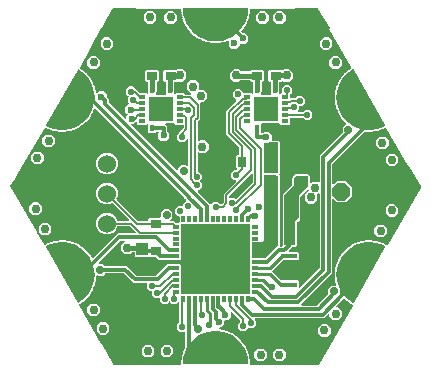
<source format=gbr>
G04 EAGLE Gerber RS-274X export*
G75*
%MOMM*%
%FSLAX34Y34*%
%LPD*%
%INBottom Copper*%
%IPPOS*%
%AMOC8*
5,1,8,0,0,1.08239X$1,22.5*%
G01*
%ADD10R,1.100000X1.000000*%
%ADD11R,0.900000X0.700000*%
%ADD12R,1.000000X1.100000*%
%ADD13R,0.700000X0.900000*%
%ADD14P,1.649562X8X22.500000*%
%ADD15C,1.524000*%
%ADD16R,0.550000X0.297181*%
%ADD17R,0.297181X0.550000*%
%ADD18R,5.600000X5.600000*%
%ADD19R,1.399997X0.400000*%
%ADD20C,1.000000*%
%ADD21R,0.350000X0.600000*%
%ADD22R,0.600000X0.350000*%
%ADD23R,2.100000X2.100000*%
%ADD24C,0.304800*%
%ADD25C,0.750000*%
%ADD26C,0.406400*%
%ADD27C,0.254000*%
%ADD28C,0.550000*%
%ADD29C,0.600000*%
%ADD30C,0.700000*%
%ADD31C,0.152400*%
%ADD32C,0.177800*%

G36*
X56224Y99483D02*
X56224Y99483D01*
X56296Y99485D01*
X56345Y99503D01*
X56396Y99511D01*
X56459Y99545D01*
X56527Y99570D01*
X56568Y99602D01*
X56613Y99626D01*
X56663Y99678D01*
X56719Y99723D01*
X56747Y99767D01*
X56783Y99805D01*
X56813Y99870D01*
X56852Y99930D01*
X56864Y99981D01*
X56886Y100028D01*
X56894Y100099D01*
X56912Y100169D01*
X56908Y100221D01*
X56914Y100272D01*
X56898Y100342D01*
X56893Y100414D01*
X56872Y100462D01*
X56861Y100513D01*
X56824Y100574D01*
X56796Y100640D01*
X56752Y100696D01*
X56735Y100724D01*
X56717Y100739D01*
X56705Y100755D01*
X56705Y143717D01*
X64419Y151432D01*
X64472Y151505D01*
X64532Y151575D01*
X64544Y151605D01*
X64563Y151631D01*
X64590Y151718D01*
X64624Y151803D01*
X64628Y151844D01*
X64635Y151866D01*
X64634Y151899D01*
X64642Y151970D01*
X64642Y158005D01*
X65190Y158552D01*
X65243Y158626D01*
X65302Y158695D01*
X65315Y158726D01*
X65333Y158752D01*
X65360Y158839D01*
X65374Y158874D01*
X65385Y158896D01*
X65385Y158901D01*
X65394Y158924D01*
X65399Y158965D01*
X65406Y158987D01*
X65405Y159019D01*
X65413Y159090D01*
X65413Y159557D01*
X66306Y160450D01*
X66772Y160450D01*
X66862Y160464D01*
X66953Y160472D01*
X66983Y160484D01*
X67015Y160489D01*
X67096Y160532D01*
X67179Y160568D01*
X67212Y160594D01*
X67232Y160605D01*
X67254Y160628D01*
X67310Y160673D01*
X67420Y160783D01*
X78630Y160783D01*
X79820Y159592D01*
X79820Y154205D01*
X79832Y154134D01*
X79834Y154063D01*
X79852Y154014D01*
X79860Y153962D01*
X79894Y153899D01*
X79918Y153832D01*
X79951Y153791D01*
X79975Y153745D01*
X80027Y153696D01*
X80072Y153640D01*
X80116Y153612D01*
X80153Y153576D01*
X80218Y153545D01*
X80279Y153507D01*
X80329Y153494D01*
X80376Y153472D01*
X80448Y153464D01*
X80517Y153447D01*
X80569Y153451D01*
X80621Y153445D01*
X80691Y153460D01*
X80762Y153466D01*
X80810Y153486D01*
X80861Y153497D01*
X80923Y153534D01*
X80989Y153562D01*
X81045Y153607D01*
X81072Y153623D01*
X81088Y153641D01*
X81120Y153667D01*
X81953Y154500D01*
X86322Y154500D01*
X86750Y154072D01*
X86808Y154030D01*
X86860Y153981D01*
X86907Y153959D01*
X86949Y153929D01*
X87018Y153908D01*
X87083Y153878D01*
X87135Y153872D01*
X87185Y153856D01*
X87256Y153858D01*
X87327Y153850D01*
X87378Y153861D01*
X87430Y153863D01*
X87498Y153887D01*
X87568Y153903D01*
X87613Y153929D01*
X87661Y153947D01*
X87717Y153992D01*
X87779Y154029D01*
X87813Y154068D01*
X87853Y154101D01*
X87892Y154161D01*
X87939Y154216D01*
X87958Y154264D01*
X87986Y154308D01*
X88004Y154377D01*
X88031Y154444D01*
X88039Y154515D01*
X88047Y154546D01*
X88045Y154570D01*
X88049Y154611D01*
X88049Y176498D01*
X107317Y195766D01*
X107370Y195840D01*
X107429Y195909D01*
X107442Y195939D01*
X107460Y195966D01*
X107487Y196053D01*
X107521Y196137D01*
X107526Y196178D01*
X107533Y196201D01*
X107532Y196233D01*
X107540Y196304D01*
X107540Y200212D01*
X110527Y203199D01*
X110547Y203227D01*
X110573Y203249D01*
X110618Y203326D01*
X110670Y203399D01*
X110680Y203431D01*
X110698Y203461D01*
X110716Y203548D01*
X110743Y203634D01*
X110742Y203668D01*
X110749Y203701D01*
X110739Y203790D01*
X110736Y203880D01*
X110725Y203912D01*
X110721Y203945D01*
X110683Y204026D01*
X110652Y204111D01*
X110631Y204137D01*
X110616Y204168D01*
X110507Y204295D01*
X109385Y205336D01*
X109356Y205356D01*
X109332Y205381D01*
X109294Y205402D01*
X109264Y205427D01*
X109224Y205443D01*
X109180Y205472D01*
X109147Y205481D01*
X109116Y205498D01*
X109053Y205512D01*
X109036Y205519D01*
X108637Y206019D01*
X108632Y206023D01*
X108629Y206028D01*
X108608Y206047D01*
X108560Y206102D01*
X108091Y206538D01*
X108070Y206607D01*
X108053Y206694D01*
X108035Y206724D01*
X108025Y206757D01*
X107936Y206899D01*
X106562Y208623D01*
X106537Y208646D01*
X106517Y208675D01*
X106446Y208728D01*
X106380Y208788D01*
X106348Y208802D01*
X106320Y208823D01*
X106246Y208851D01*
X105925Y209409D01*
X105904Y209434D01*
X105861Y209503D01*
X105462Y210004D01*
X105452Y210075D01*
X105447Y210164D01*
X105435Y210196D01*
X105430Y210230D01*
X105362Y210384D01*
X104261Y212293D01*
X104239Y212320D01*
X104224Y212351D01*
X104161Y212415D01*
X104105Y212483D01*
X104076Y212502D01*
X104052Y212527D01*
X103983Y212566D01*
X103748Y213165D01*
X103731Y213194D01*
X103698Y213268D01*
X103378Y213823D01*
X103379Y213894D01*
X103388Y213983D01*
X103380Y214017D01*
X103381Y214051D01*
X103337Y214213D01*
X102532Y216265D01*
X102515Y216295D01*
X102504Y216328D01*
X102452Y216400D01*
X102407Y216477D01*
X102380Y216500D01*
X102360Y216528D01*
X102298Y216577D01*
X102155Y217204D01*
X102143Y217235D01*
X102121Y217313D01*
X101888Y217909D01*
X101899Y217980D01*
X101921Y218066D01*
X101918Y218101D01*
X101924Y218135D01*
X101905Y218302D01*
X101415Y220451D01*
X101402Y220483D01*
X101397Y220517D01*
X101356Y220596D01*
X101322Y220679D01*
X101300Y220705D01*
X101284Y220736D01*
X101230Y220794D01*
X101182Y221436D01*
X101174Y221468D01*
X101165Y221548D01*
X101023Y222173D01*
X101044Y222241D01*
X101079Y222323D01*
X101082Y222358D01*
X101092Y222391D01*
X101098Y222558D01*
X100934Y224756D01*
X100926Y224790D01*
X100926Y224825D01*
X100897Y224909D01*
X100876Y224995D01*
X100858Y225025D01*
X100847Y225058D01*
X100802Y225123D01*
X100850Y225765D01*
X100847Y225798D01*
X100850Y225879D01*
X100803Y226517D01*
X100834Y226582D01*
X100881Y226658D01*
X100889Y226691D01*
X100904Y226722D01*
X100935Y226887D01*
X101100Y229085D01*
X101097Y229120D01*
X101102Y229154D01*
X101100Y229167D01*
X101101Y229176D01*
X101087Y229242D01*
X101079Y229330D01*
X101065Y229362D01*
X101059Y229396D01*
X101024Y229468D01*
X101168Y230095D01*
X101170Y230128D01*
X101185Y230208D01*
X101233Y230846D01*
X101274Y230905D01*
X101331Y230973D01*
X101344Y231005D01*
X101363Y231034D01*
X101419Y231192D01*
X101910Y233341D01*
X101912Y233376D01*
X101922Y233409D01*
X101919Y233498D01*
X101925Y233587D01*
X101916Y233620D01*
X101915Y233655D01*
X101892Y233731D01*
X102127Y234330D01*
X102134Y234362D01*
X102160Y234438D01*
X102303Y235063D01*
X102352Y235115D01*
X102419Y235174D01*
X102436Y235204D01*
X102460Y235229D01*
X102538Y235377D01*
X103344Y237429D01*
X103352Y237463D01*
X103367Y237494D01*
X103377Y237582D01*
X103396Y237669D01*
X103392Y237704D01*
X103396Y237738D01*
X103385Y237817D01*
X103707Y238374D01*
X103718Y238405D01*
X103756Y238476D01*
X103990Y239072D01*
X104047Y239117D01*
X104121Y239165D01*
X104143Y239192D01*
X104170Y239213D01*
X104270Y239348D01*
X105372Y241257D01*
X105385Y241289D01*
X105404Y241318D01*
X105428Y241404D01*
X105459Y241487D01*
X105461Y241522D01*
X105470Y241555D01*
X105470Y241634D01*
X105871Y242137D01*
X105887Y242166D01*
X105935Y242232D01*
X106256Y242786D01*
X106318Y242821D01*
X106399Y242858D01*
X106425Y242881D01*
X106455Y242898D01*
X106573Y243017D01*
X107948Y244740D01*
X107965Y244770D01*
X107989Y244796D01*
X108025Y244877D01*
X108068Y244955D01*
X108075Y244989D01*
X108089Y245020D01*
X108101Y245099D01*
X108573Y245536D01*
X108593Y245562D01*
X108650Y245620D01*
X109050Y246120D01*
X109116Y246146D01*
X109202Y246170D01*
X109231Y246190D01*
X109263Y246202D01*
X109398Y246302D01*
X111014Y247800D01*
X111035Y247828D01*
X111063Y247849D01*
X111111Y247924D01*
X111165Y247995D01*
X111177Y248027D01*
X111195Y248056D01*
X111219Y248132D01*
X111751Y248495D01*
X111775Y248518D01*
X111840Y248566D01*
X112309Y249001D01*
X112379Y249016D01*
X112467Y249027D01*
X112499Y249042D01*
X112533Y249050D01*
X112681Y249128D01*
X114406Y250304D01*
X114451Y250347D01*
X114503Y250383D01*
X114540Y250431D01*
X114584Y250473D01*
X114613Y250529D01*
X114651Y250579D01*
X114663Y250610D01*
X114664Y250610D01*
X114714Y250700D01*
X114769Y250787D01*
X114773Y250808D01*
X114783Y250825D01*
X114802Y250927D01*
X114826Y251027D01*
X114824Y251047D01*
X114828Y251067D01*
X114814Y251169D01*
X114805Y251272D01*
X114796Y251290D01*
X114793Y251311D01*
X114726Y251464D01*
X96044Y283734D01*
X96314Y283861D01*
X96336Y283878D01*
X96363Y283888D01*
X96415Y283937D01*
X96473Y283980D01*
X96487Y284005D01*
X96508Y284025D01*
X96537Y284090D01*
X96573Y284152D01*
X96576Y284181D01*
X96588Y284207D01*
X96589Y284279D01*
X96598Y284349D01*
X96590Y284377D01*
X96591Y284406D01*
X96555Y284500D01*
X96544Y284541D01*
X96537Y284549D01*
X96533Y284562D01*
X87033Y301062D01*
X86981Y301120D01*
X86935Y301183D01*
X86916Y301194D01*
X86901Y301211D01*
X86831Y301244D01*
X86764Y301284D01*
X86740Y301288D01*
X86722Y301297D01*
X86677Y301299D01*
X86600Y301312D01*
X67600Y301312D01*
X67572Y301306D01*
X67544Y301309D01*
X67476Y301286D01*
X67405Y301272D01*
X67382Y301256D01*
X67355Y301247D01*
X67300Y301200D01*
X67241Y301160D01*
X67226Y301136D01*
X67205Y301117D01*
X67173Y301053D01*
X67134Y300992D01*
X67129Y300964D01*
X67117Y300939D01*
X67108Y300837D01*
X67102Y300799D01*
X29786Y300799D01*
X29766Y300796D01*
X29747Y300798D01*
X29645Y300776D01*
X29543Y300759D01*
X29526Y300750D01*
X29506Y300745D01*
X29417Y300692D01*
X29326Y300644D01*
X29312Y300630D01*
X29295Y300619D01*
X29228Y300541D01*
X29156Y300466D01*
X29148Y300448D01*
X29135Y300432D01*
X29096Y300336D01*
X29053Y300243D01*
X29051Y300223D01*
X29043Y300204D01*
X29025Y300038D01*
X29025Y299920D01*
X29019Y299912D01*
X29001Y299852D01*
X28973Y299795D01*
X28956Y299708D01*
X28947Y299677D01*
X28947Y299659D01*
X28942Y299630D01*
X28786Y297551D01*
X28789Y297517D01*
X28784Y297482D01*
X28800Y297395D01*
X28807Y297306D01*
X28821Y297274D01*
X28828Y297240D01*
X28862Y297169D01*
X28719Y296541D01*
X28717Y296508D01*
X28702Y296429D01*
X28654Y295790D01*
X28613Y295731D01*
X28556Y295663D01*
X28543Y295631D01*
X28524Y295603D01*
X28468Y295444D01*
X27978Y293297D01*
X27976Y293263D01*
X27966Y293230D01*
X27969Y293141D01*
X27963Y293052D01*
X27972Y293018D01*
X27973Y292984D01*
X27997Y292908D01*
X27762Y292309D01*
X27755Y292277D01*
X27728Y292200D01*
X27586Y291576D01*
X27536Y291524D01*
X27470Y291465D01*
X27452Y291435D01*
X27428Y291409D01*
X27350Y291261D01*
X26546Y289211D01*
X26539Y289177D01*
X26524Y289146D01*
X26513Y289058D01*
X26494Y288971D01*
X26498Y288936D01*
X26494Y288902D01*
X26506Y288823D01*
X26184Y288266D01*
X26172Y288235D01*
X26135Y288163D01*
X25901Y287567D01*
X25844Y287523D01*
X25770Y287475D01*
X25748Y287448D01*
X25721Y287427D01*
X25621Y287291D01*
X24520Y285384D01*
X24508Y285352D01*
X24489Y285323D01*
X24465Y285238D01*
X24433Y285154D01*
X24432Y285120D01*
X24423Y285086D01*
X24423Y285007D01*
X24022Y284504D01*
X24005Y284475D01*
X23957Y284410D01*
X23637Y283855D01*
X23575Y283820D01*
X23494Y283783D01*
X23469Y283760D01*
X23438Y283743D01*
X23320Y283624D01*
X22128Y282129D01*
X22115Y282107D01*
X22100Y282091D01*
X22073Y282033D01*
X22025Y281957D01*
X22019Y281935D01*
X22008Y281914D01*
X22000Y281876D01*
X21996Y281868D01*
X21993Y281837D01*
X21989Y281816D01*
X21964Y281719D01*
X21966Y281696D01*
X21962Y281673D01*
X21976Y281573D01*
X21984Y281473D01*
X21993Y281452D01*
X21996Y281429D01*
X22041Y281339D01*
X22080Y281247D01*
X22098Y281225D01*
X22106Y281209D01*
X22129Y281186D01*
X22185Y281116D01*
X22636Y280665D01*
X22709Y280612D01*
X22779Y280553D01*
X22809Y280541D01*
X22835Y280522D01*
X22922Y280495D01*
X23007Y280461D01*
X23048Y280456D01*
X23070Y280449D01*
X23103Y280450D01*
X23174Y280442D01*
X24946Y280442D01*
X27596Y277792D01*
X27596Y274043D01*
X24946Y271393D01*
X21107Y271393D01*
X21088Y271390D01*
X21068Y271392D01*
X20967Y271370D01*
X20865Y271353D01*
X20847Y271344D01*
X20827Y271340D01*
X20738Y271286D01*
X20647Y271238D01*
X20633Y271224D01*
X20616Y271213D01*
X20549Y271135D01*
X20478Y271060D01*
X20469Y271042D01*
X20456Y271026D01*
X20418Y270930D01*
X20374Y270837D01*
X20372Y270817D01*
X20364Y270798D01*
X20346Y270632D01*
X20346Y269773D01*
X17696Y267122D01*
X13947Y267122D01*
X11297Y269773D01*
X11297Y272910D01*
X11286Y272976D01*
X11285Y273043D01*
X11266Y273097D01*
X11257Y273153D01*
X11225Y273212D01*
X11203Y273275D01*
X11168Y273320D01*
X11142Y273370D01*
X11093Y273416D01*
X11052Y273469D01*
X11004Y273500D01*
X10963Y273539D01*
X10902Y273568D01*
X10846Y273605D01*
X10792Y273619D01*
X10740Y273643D01*
X10674Y273650D01*
X10609Y273668D01*
X10552Y273664D01*
X10496Y273670D01*
X10430Y273656D01*
X10363Y273651D01*
X10288Y273625D01*
X10255Y273618D01*
X10238Y273607D01*
X10205Y273596D01*
X9978Y273486D01*
X9906Y273492D01*
X9819Y273508D01*
X9784Y273502D01*
X9750Y273505D01*
X9585Y273474D01*
X7481Y272825D01*
X7450Y272809D01*
X7416Y272802D01*
X7340Y272755D01*
X7261Y272715D01*
X7236Y272691D01*
X7207Y272673D01*
X7153Y272614D01*
X6516Y272518D01*
X6485Y272508D01*
X6405Y272493D01*
X5793Y272304D01*
X5724Y272321D01*
X5639Y272349D01*
X5605Y272349D01*
X5571Y272357D01*
X5403Y272351D01*
X3226Y272023D01*
X3193Y272012D01*
X3158Y272009D01*
X3077Y271974D01*
X2992Y271947D01*
X2964Y271926D01*
X2932Y271913D01*
X2870Y271863D01*
X2227Y271863D01*
X2194Y271858D01*
X2113Y271855D01*
X1480Y271759D01*
X1413Y271786D01*
X1334Y271827D01*
X1300Y271832D01*
X1268Y271845D01*
X1101Y271863D01*
X-1101Y271863D01*
X-1135Y271858D01*
X-1170Y271860D01*
X-1256Y271838D01*
X-1344Y271824D01*
X-1374Y271807D01*
X-1408Y271799D01*
X-1477Y271759D01*
X-2113Y271855D01*
X-2146Y271854D01*
X-2227Y271863D01*
X-2867Y271863D01*
X-2929Y271900D01*
X-3001Y271952D01*
X-3034Y271962D01*
X-3064Y271979D01*
X-3226Y272023D01*
X-5403Y272351D01*
X-5438Y272350D01*
X-5472Y272358D01*
X-5560Y272349D01*
X-5649Y272348D01*
X-5682Y272336D01*
X-5717Y272333D01*
X-5790Y272303D01*
X-6405Y272493D01*
X-6438Y272498D01*
X-6440Y272498D01*
X-6467Y272509D01*
X-6491Y272512D01*
X-6516Y272518D01*
X-7150Y272614D01*
X-7205Y272659D01*
X-7269Y272721D01*
X-7300Y272736D01*
X-7327Y272758D01*
X-7481Y272825D01*
X-9585Y273474D01*
X-9619Y273479D01*
X-9652Y273491D01*
X-9741Y273495D01*
X-9829Y273507D01*
X-9863Y273501D01*
X-9897Y273503D01*
X-9975Y273485D01*
X-10555Y273764D01*
X-10586Y273773D01*
X-10661Y273806D01*
X-11273Y273994D01*
X-11321Y274047D01*
X-11374Y274118D01*
X-11403Y274138D01*
X-11426Y274163D01*
X-11569Y274252D01*
X-13553Y275208D01*
X-13586Y275218D01*
X-13616Y275235D01*
X-13703Y275252D01*
X-13788Y275277D01*
X-13823Y275276D01*
X-13857Y275283D01*
X-13936Y275277D01*
X-14468Y275639D01*
X-14498Y275653D01*
X-14567Y275696D01*
X-15144Y275974D01*
X-15183Y276034D01*
X-15226Y276112D01*
X-15251Y276135D01*
X-15271Y276164D01*
X-15398Y276273D01*
X-17217Y277514D01*
X-17249Y277528D01*
X-17276Y277550D01*
X-17360Y277580D01*
X-17440Y277618D01*
X-17475Y277621D01*
X-17507Y277633D01*
X-17587Y277639D01*
X-18058Y278077D01*
X-18086Y278095D01*
X-18147Y278148D01*
X-18676Y278508D01*
X-18707Y278573D01*
X-18737Y278657D01*
X-18759Y278684D01*
X-18774Y278715D01*
X-18883Y278842D01*
X-20498Y280340D01*
X-20526Y280359D01*
X-20550Y280385D01*
X-20628Y280427D01*
X-20703Y280476D01*
X-20736Y280485D01*
X-20766Y280501D01*
X-20844Y280519D01*
X-21245Y281022D01*
X-21270Y281044D01*
X-21323Y281106D01*
X-21792Y281541D01*
X-21813Y281610D01*
X-21830Y281697D01*
X-21848Y281727D01*
X-21858Y281760D01*
X-21947Y281902D01*
X-23320Y283624D01*
X-23346Y283647D01*
X-23365Y283675D01*
X-23436Y283729D01*
X-23502Y283789D01*
X-23534Y283802D01*
X-23562Y283823D01*
X-23636Y283852D01*
X-23958Y284410D01*
X-23978Y284435D01*
X-24022Y284504D01*
X-24421Y285004D01*
X-24431Y285075D01*
X-24435Y285164D01*
X-24448Y285196D01*
X-24453Y285231D01*
X-24520Y285384D01*
X-25621Y287291D01*
X-25643Y287318D01*
X-25658Y287349D01*
X-25721Y287413D01*
X-25777Y287482D01*
X-25806Y287500D01*
X-25831Y287525D01*
X-25900Y287564D01*
X-26135Y288163D01*
X-26151Y288192D01*
X-26184Y288266D01*
X-26504Y288821D01*
X-26504Y288892D01*
X-26495Y288981D01*
X-26502Y289015D01*
X-26502Y289049D01*
X-26546Y289211D01*
X-27350Y291261D01*
X-27368Y291291D01*
X-27378Y291324D01*
X-27430Y291396D01*
X-27476Y291472D01*
X-27502Y291495D01*
X-27523Y291523D01*
X-27585Y291573D01*
X-27728Y292200D01*
X-27740Y292231D01*
X-27762Y292309D01*
X-27995Y292905D01*
X-27984Y292976D01*
X-27962Y293062D01*
X-27965Y293096D01*
X-27959Y293131D01*
X-27978Y293297D01*
X-28468Y295444D01*
X-28481Y295476D01*
X-28487Y295510D01*
X-28528Y295590D01*
X-28561Y295672D01*
X-28584Y295698D01*
X-28600Y295729D01*
X-28654Y295787D01*
X-28702Y296429D01*
X-28710Y296461D01*
X-28719Y296541D01*
X-28861Y297166D01*
X-28840Y297234D01*
X-28805Y297316D01*
X-28803Y297351D01*
X-28792Y297384D01*
X-28786Y297551D01*
X-28942Y299630D01*
X-28957Y299692D01*
X-28962Y299755D01*
X-28985Y299810D01*
X-29000Y299869D01*
X-29025Y299909D01*
X-29025Y300038D01*
X-29028Y300057D01*
X-29026Y300077D01*
X-29048Y300178D01*
X-29064Y300280D01*
X-29074Y300298D01*
X-29078Y300317D01*
X-29131Y300406D01*
X-29180Y300498D01*
X-29194Y300511D01*
X-29204Y300528D01*
X-29283Y300596D01*
X-29358Y300667D01*
X-29376Y300675D01*
X-29391Y300688D01*
X-29487Y300727D01*
X-29581Y300771D01*
X-29601Y300773D01*
X-29619Y300780D01*
X-29786Y300799D01*
X-67105Y300799D01*
X-67106Y300801D01*
X-67101Y300829D01*
X-67118Y300899D01*
X-67126Y300970D01*
X-67141Y300995D01*
X-67147Y301022D01*
X-67190Y301080D01*
X-67226Y301143D01*
X-67248Y301160D01*
X-67265Y301183D01*
X-67327Y301219D01*
X-67384Y301263D01*
X-67412Y301270D01*
X-67436Y301284D01*
X-67536Y301301D01*
X-67577Y301311D01*
X-67587Y301310D01*
X-67600Y301312D01*
X-86600Y301312D01*
X-86676Y301296D01*
X-86754Y301288D01*
X-86773Y301277D01*
X-86795Y301272D01*
X-86859Y301228D01*
X-86927Y301190D01*
X-86943Y301171D01*
X-86959Y301160D01*
X-86983Y301122D01*
X-87033Y301062D01*
X-87184Y300799D01*
X-87313Y300799D01*
X-87391Y300786D01*
X-87471Y300782D01*
X-87512Y300766D01*
X-87555Y300759D01*
X-87626Y300722D01*
X-87700Y300693D01*
X-87734Y300664D01*
X-87773Y300644D01*
X-87828Y300586D01*
X-87889Y300535D01*
X-87922Y300487D01*
X-87942Y300466D01*
X-87954Y300440D01*
X-87984Y300396D01*
X-95347Y286621D01*
X-96533Y284562D01*
X-96542Y284534D01*
X-96558Y284511D01*
X-96573Y284441D01*
X-96596Y284373D01*
X-96593Y284345D01*
X-96599Y284316D01*
X-96594Y284288D01*
X-114342Y251083D01*
X-114375Y250986D01*
X-114414Y250892D01*
X-114415Y250870D01*
X-114422Y250850D01*
X-114422Y250748D01*
X-114428Y250646D01*
X-114423Y250626D01*
X-114423Y250604D01*
X-114391Y250507D01*
X-114364Y250409D01*
X-114352Y250391D01*
X-114345Y250371D01*
X-114284Y250289D01*
X-114227Y250204D01*
X-114207Y250187D01*
X-114197Y250174D01*
X-114171Y250156D01*
X-114100Y250095D01*
X-112681Y249129D01*
X-112649Y249114D01*
X-112622Y249092D01*
X-112538Y249062D01*
X-112458Y249025D01*
X-112423Y249021D01*
X-112391Y249009D01*
X-112312Y249003D01*
X-111840Y248566D01*
X-111812Y248548D01*
X-111751Y248495D01*
X-111221Y248134D01*
X-111191Y248069D01*
X-111160Y247986D01*
X-111139Y247959D01*
X-111124Y247927D01*
X-111014Y247800D01*
X-109398Y246302D01*
X-109369Y246283D01*
X-109345Y246257D01*
X-109267Y246215D01*
X-109193Y246166D01*
X-109160Y246157D01*
X-109129Y246140D01*
X-109052Y246123D01*
X-108650Y245620D01*
X-108626Y245598D01*
X-108573Y245536D01*
X-108103Y245101D01*
X-108083Y245032D01*
X-108065Y244945D01*
X-108048Y244915D01*
X-108038Y244882D01*
X-107948Y244740D01*
X-106573Y243017D01*
X-106548Y242994D01*
X-106528Y242965D01*
X-106457Y242912D01*
X-106391Y242852D01*
X-106359Y242838D01*
X-106331Y242818D01*
X-106257Y242789D01*
X-105935Y242232D01*
X-105914Y242206D01*
X-105871Y242137D01*
X-105472Y241637D01*
X-105462Y241566D01*
X-105457Y241477D01*
X-105445Y241445D01*
X-105440Y241411D01*
X-105372Y241257D01*
X-104270Y239348D01*
X-104248Y239321D01*
X-104232Y239290D01*
X-104170Y239227D01*
X-104114Y239158D01*
X-104084Y239140D01*
X-104060Y239115D01*
X-103991Y239075D01*
X-103756Y238476D01*
X-103739Y238448D01*
X-103707Y238374D01*
X-103386Y237819D01*
X-103387Y237748D01*
X-103396Y237659D01*
X-103388Y237625D01*
X-103388Y237591D01*
X-103344Y237429D01*
X-102538Y235377D01*
X-102521Y235347D01*
X-102510Y235314D01*
X-102458Y235242D01*
X-102413Y235166D01*
X-102386Y235143D01*
X-102366Y235115D01*
X-102304Y235066D01*
X-102160Y234438D01*
X-102148Y234408D01*
X-102127Y234330D01*
X-101893Y233734D01*
X-101904Y233663D01*
X-101926Y233577D01*
X-101923Y233542D01*
X-101929Y233508D01*
X-101910Y233341D01*
X-101419Y231192D01*
X-101405Y231160D01*
X-101400Y231126D01*
X-101359Y231047D01*
X-101326Y230965D01*
X-101303Y230938D01*
X-101287Y230907D01*
X-101233Y230849D01*
X-101185Y230208D01*
X-101177Y230176D01*
X-101168Y230095D01*
X-101159Y230057D01*
X-101132Y229992D01*
X-101127Y229969D01*
X-101116Y229952D01*
X-101080Y229853D01*
X-101072Y229842D01*
X-101066Y229829D01*
X-100995Y229746D01*
X-100926Y229661D01*
X-100915Y229653D01*
X-100906Y229643D01*
X-100812Y229587D01*
X-100720Y229528D01*
X-100706Y229525D01*
X-100694Y229517D01*
X-100587Y229495D01*
X-100481Y229468D01*
X-100467Y229469D01*
X-100454Y229466D01*
X-100344Y229479D01*
X-100236Y229487D01*
X-100223Y229492D01*
X-100209Y229494D01*
X-100109Y229541D01*
X-100010Y229583D01*
X-99996Y229594D01*
X-99987Y229598D01*
X-99965Y229619D01*
X-99879Y229688D01*
X-98603Y230964D01*
X-94854Y230964D01*
X-92204Y228313D01*
X-92204Y226541D01*
X-92189Y226451D01*
X-92182Y226360D01*
X-92169Y226331D01*
X-92164Y226299D01*
X-92121Y226218D01*
X-92086Y226134D01*
X-92060Y226102D01*
X-92049Y226081D01*
X-92026Y226059D01*
X-91981Y226003D01*
X-90505Y224527D01*
X-90505Y221900D01*
X-90490Y221810D01*
X-90483Y221719D01*
X-90470Y221689D01*
X-90465Y221657D01*
X-90422Y221577D01*
X-90387Y221493D01*
X-90361Y221461D01*
X-90350Y221440D01*
X-90327Y221418D01*
X-90282Y221362D01*
X-76973Y208053D01*
X-76915Y208011D01*
X-76863Y207962D01*
X-76816Y207940D01*
X-76774Y207910D01*
X-76705Y207889D01*
X-76640Y207858D01*
X-76588Y207853D01*
X-76538Y207837D01*
X-76467Y207839D01*
X-76396Y207831D01*
X-76345Y207842D01*
X-76293Y207844D01*
X-76225Y207868D01*
X-76155Y207884D01*
X-76110Y207910D01*
X-76062Y207928D01*
X-76006Y207973D01*
X-75944Y208010D01*
X-75910Y208049D01*
X-75870Y208082D01*
X-75831Y208142D01*
X-75784Y208197D01*
X-75765Y208245D01*
X-75737Y208289D01*
X-75719Y208358D01*
X-75692Y208425D01*
X-75684Y208496D01*
X-75676Y208527D01*
X-75678Y208551D01*
X-75674Y208591D01*
X-75674Y209869D01*
X-74659Y210884D01*
X-74647Y210900D01*
X-74632Y210913D01*
X-74576Y211000D01*
X-74515Y211084D01*
X-74510Y211103D01*
X-74499Y211119D01*
X-74474Y211220D01*
X-74443Y211319D01*
X-74444Y211339D01*
X-74439Y211358D01*
X-74447Y211461D01*
X-74449Y211565D01*
X-74456Y211583D01*
X-74458Y211603D01*
X-74498Y211698D01*
X-74534Y211796D01*
X-74546Y211811D01*
X-74554Y211830D01*
X-74659Y211961D01*
X-76343Y213645D01*
X-76343Y217393D01*
X-73611Y220125D01*
X-73566Y220142D01*
X-73525Y220174D01*
X-73479Y220199D01*
X-73430Y220251D01*
X-73374Y220295D01*
X-73346Y220339D01*
X-73310Y220377D01*
X-73280Y220442D01*
X-73241Y220502D01*
X-73228Y220553D01*
X-73206Y220600D01*
X-73198Y220671D01*
X-73181Y220741D01*
X-73185Y220793D01*
X-73179Y220844D01*
X-73194Y220915D01*
X-73200Y220986D01*
X-73220Y221034D01*
X-73231Y221085D01*
X-73268Y221146D01*
X-73296Y221212D01*
X-73341Y221268D01*
X-73358Y221296D01*
X-73375Y221311D01*
X-73401Y221343D01*
X-74125Y222067D01*
X-74125Y225608D01*
X-73715Y226017D01*
X-73704Y226034D01*
X-73688Y226046D01*
X-73632Y226133D01*
X-73572Y226217D01*
X-73566Y226236D01*
X-73555Y226253D01*
X-73530Y226354D01*
X-73500Y226452D01*
X-73500Y226472D01*
X-73495Y226492D01*
X-73503Y226595D01*
X-73506Y226698D01*
X-73513Y226717D01*
X-73514Y226737D01*
X-73555Y226832D01*
X-73590Y226929D01*
X-73603Y226945D01*
X-73611Y226963D01*
X-73715Y227094D01*
X-75712Y229091D01*
X-75712Y232632D01*
X-73208Y235136D01*
X-69667Y235136D01*
X-67902Y233371D01*
X-67828Y233318D01*
X-67758Y233259D01*
X-67744Y233253D01*
X-63889Y229398D01*
X-63815Y229345D01*
X-63745Y229285D01*
X-63715Y229273D01*
X-63689Y229254D01*
X-63602Y229227D01*
X-63517Y229193D01*
X-63476Y229189D01*
X-63454Y229182D01*
X-63422Y229183D01*
X-63350Y229175D01*
X-58406Y229175D01*
X-58112Y228881D01*
X-58053Y228839D01*
X-58002Y228789D01*
X-57954Y228767D01*
X-57912Y228737D01*
X-57844Y228716D01*
X-57778Y228686D01*
X-57727Y228680D01*
X-57677Y228665D01*
X-57605Y228667D01*
X-57534Y228659D01*
X-57483Y228670D01*
X-57431Y228671D01*
X-57364Y228696D01*
X-57294Y228711D01*
X-57249Y228738D01*
X-57200Y228755D01*
X-57144Y228800D01*
X-57083Y228837D01*
X-57049Y228877D01*
X-57008Y228909D01*
X-56969Y228969D01*
X-56923Y229024D01*
X-56903Y229072D01*
X-56875Y229116D01*
X-56858Y229185D01*
X-56831Y229252D01*
X-56823Y229323D01*
X-56815Y229355D01*
X-56817Y229378D01*
X-56812Y229419D01*
X-56812Y229829D01*
X-56827Y229920D01*
X-56834Y230010D01*
X-56847Y230040D01*
X-56852Y230072D01*
X-56895Y230153D01*
X-56930Y230237D01*
X-56956Y230269D01*
X-56967Y230290D01*
X-56990Y230312D01*
X-57035Y230368D01*
X-57094Y230427D01*
X-57094Y238539D01*
X-57097Y238559D01*
X-57095Y238578D01*
X-57117Y238680D01*
X-57134Y238782D01*
X-57143Y238799D01*
X-57148Y238819D01*
X-57201Y238908D01*
X-57249Y238999D01*
X-57263Y239013D01*
X-57274Y239030D01*
X-57352Y239097D01*
X-57427Y239169D01*
X-57445Y239177D01*
X-57461Y239190D01*
X-57557Y239229D01*
X-57650Y239272D01*
X-57670Y239274D01*
X-57689Y239282D01*
X-57855Y239300D01*
X-59107Y239300D01*
X-60000Y240193D01*
X-60000Y248457D01*
X-59107Y249350D01*
X-48843Y249350D01*
X-47950Y248457D01*
X-47950Y240193D01*
X-48843Y239300D01*
X-49220Y239300D01*
X-49239Y239297D01*
X-49259Y239299D01*
X-49360Y239277D01*
X-49462Y239261D01*
X-49480Y239251D01*
X-49499Y239247D01*
X-49588Y239194D01*
X-49680Y239145D01*
X-49693Y239131D01*
X-49710Y239121D01*
X-49778Y239042D01*
X-49849Y238967D01*
X-49857Y238949D01*
X-49870Y238934D01*
X-49909Y238838D01*
X-49953Y238744D01*
X-49955Y238724D01*
X-49962Y238706D01*
X-49981Y238539D01*
X-49981Y230427D01*
X-50040Y230368D01*
X-50093Y230294D01*
X-50152Y230224D01*
X-50164Y230194D01*
X-50183Y230168D01*
X-50210Y230081D01*
X-50244Y229996D01*
X-50249Y229955D01*
X-50256Y229933D01*
X-50255Y229901D01*
X-50263Y229829D01*
X-50263Y228686D01*
X-50260Y228666D01*
X-50262Y228647D01*
X-50240Y228545D01*
X-50223Y228443D01*
X-50214Y228426D01*
X-50209Y228406D01*
X-50156Y228317D01*
X-50108Y228226D01*
X-50094Y228212D01*
X-50083Y228195D01*
X-50005Y228128D01*
X-49930Y228056D01*
X-49912Y228048D01*
X-49896Y228035D01*
X-49800Y227996D01*
X-49707Y227953D01*
X-49687Y227951D01*
X-49668Y227943D01*
X-49502Y227925D01*
X-42573Y227925D01*
X-42554Y227928D01*
X-42534Y227926D01*
X-42433Y227948D01*
X-42331Y227964D01*
X-42313Y227974D01*
X-42294Y227978D01*
X-42205Y228031D01*
X-42113Y228080D01*
X-42100Y228094D01*
X-42083Y228104D01*
X-42015Y228183D01*
X-41944Y228258D01*
X-41936Y228276D01*
X-41923Y228291D01*
X-41884Y228387D01*
X-41840Y228481D01*
X-41838Y228501D01*
X-41831Y228519D01*
X-41812Y228686D01*
X-41812Y229829D01*
X-41827Y229920D01*
X-41834Y230010D01*
X-41847Y230040D01*
X-41852Y230072D01*
X-41895Y230153D01*
X-41930Y230237D01*
X-41956Y230269D01*
X-41967Y230290D01*
X-41990Y230312D01*
X-42035Y230368D01*
X-42094Y230427D01*
X-42094Y238539D01*
X-42097Y238559D01*
X-42095Y238578D01*
X-42117Y238680D01*
X-42134Y238782D01*
X-42143Y238799D01*
X-42148Y238819D01*
X-42201Y238908D01*
X-42249Y238999D01*
X-42263Y239013D01*
X-42274Y239030D01*
X-42352Y239097D01*
X-42427Y239169D01*
X-42445Y239177D01*
X-42461Y239190D01*
X-42557Y239229D01*
X-42650Y239272D01*
X-42670Y239274D01*
X-42689Y239282D01*
X-42855Y239300D01*
X-43232Y239300D01*
X-44125Y240193D01*
X-44125Y248457D01*
X-43232Y249350D01*
X-33063Y249350D01*
X-32973Y249364D01*
X-32882Y249372D01*
X-32852Y249384D01*
X-32820Y249389D01*
X-32739Y249432D01*
X-32655Y249468D01*
X-32623Y249494D01*
X-32603Y249505D01*
X-32580Y249528D01*
X-32524Y249573D01*
X-32347Y249750D01*
X-27978Y249750D01*
X-24888Y246660D01*
X-24888Y242290D01*
X-27978Y239200D01*
X-32394Y239200D01*
X-32398Y239202D01*
X-32424Y239221D01*
X-32511Y239248D01*
X-32596Y239282D01*
X-32637Y239286D01*
X-32659Y239293D01*
X-32691Y239292D01*
X-32763Y239300D01*
X-34220Y239300D01*
X-34239Y239297D01*
X-34259Y239299D01*
X-34360Y239277D01*
X-34462Y239261D01*
X-34480Y239251D01*
X-34499Y239247D01*
X-34588Y239194D01*
X-34680Y239145D01*
X-34693Y239131D01*
X-34710Y239121D01*
X-34778Y239042D01*
X-34849Y238967D01*
X-34857Y238949D01*
X-34870Y238934D01*
X-34909Y238838D01*
X-34953Y238744D01*
X-34955Y238724D01*
X-34962Y238706D01*
X-34981Y238539D01*
X-34981Y230427D01*
X-35040Y230368D01*
X-35093Y230294D01*
X-35152Y230224D01*
X-35165Y230194D01*
X-35183Y230168D01*
X-35210Y230081D01*
X-35244Y229996D01*
X-35249Y229955D01*
X-35256Y229933D01*
X-35255Y229901D01*
X-35263Y229829D01*
X-35263Y229419D01*
X-35251Y229348D01*
X-35249Y229276D01*
X-35231Y229227D01*
X-35223Y229176D01*
X-35190Y229113D01*
X-35165Y229045D01*
X-35132Y229005D01*
X-35108Y228959D01*
X-35056Y228909D01*
X-35011Y228853D01*
X-34967Y228825D01*
X-34930Y228789D01*
X-34864Y228759D01*
X-34804Y228720D01*
X-34754Y228708D01*
X-34707Y228686D01*
X-34635Y228678D01*
X-34566Y228660D01*
X-34514Y228664D01*
X-34462Y228659D01*
X-34392Y228674D01*
X-34320Y228679D01*
X-34273Y228700D01*
X-34222Y228711D01*
X-34160Y228748D01*
X-34094Y228776D01*
X-34038Y228821D01*
X-34011Y228837D01*
X-33995Y228855D01*
X-33963Y228881D01*
X-33669Y229175D01*
X-26406Y229175D01*
X-25641Y228410D01*
X-25567Y228357D01*
X-25498Y228297D01*
X-25467Y228285D01*
X-25441Y228266D01*
X-25354Y228239D01*
X-25269Y228205D01*
X-25228Y228201D01*
X-25206Y228194D01*
X-25174Y228195D01*
X-25103Y228187D01*
X-21584Y228187D01*
X-21513Y228198D01*
X-21442Y228200D01*
X-21393Y228218D01*
X-21341Y228226D01*
X-21278Y228260D01*
X-21211Y228285D01*
X-21170Y228317D01*
X-21124Y228342D01*
X-21075Y228393D01*
X-21019Y228438D01*
X-20990Y228482D01*
X-20955Y228520D01*
X-20924Y228585D01*
X-20886Y228645D01*
X-20873Y228696D01*
X-20851Y228743D01*
X-20843Y228814D01*
X-20826Y228884D01*
X-20830Y228936D01*
X-20824Y228987D01*
X-20839Y229058D01*
X-20845Y229129D01*
X-20865Y229177D01*
X-20876Y229228D01*
X-20913Y229289D01*
X-20941Y229355D01*
X-20986Y229411D01*
X-21002Y229439D01*
X-21020Y229454D01*
X-21046Y229486D01*
X-24325Y232765D01*
X-24325Y237135D01*
X-21235Y240225D01*
X-16865Y240225D01*
X-13775Y237135D01*
X-13775Y233048D01*
X-13772Y233029D01*
X-13774Y233009D01*
X-13752Y232908D01*
X-13736Y232806D01*
X-13726Y232788D01*
X-13722Y232769D01*
X-13669Y232680D01*
X-13620Y232588D01*
X-13606Y232575D01*
X-13596Y232558D01*
X-13517Y232490D01*
X-13442Y232419D01*
X-13424Y232411D01*
X-13409Y232398D01*
X-13313Y232359D01*
X-13219Y232315D01*
X-13199Y232313D01*
X-13181Y232306D01*
X-13014Y232287D01*
X-10515Y232287D01*
X-7425Y229197D01*
X-7425Y224828D01*
X-10515Y221738D01*
X-12102Y221738D01*
X-12122Y221735D01*
X-12142Y221737D01*
X-12243Y221715D01*
X-12345Y221698D01*
X-12362Y221689D01*
X-12382Y221684D01*
X-12471Y221631D01*
X-12562Y221583D01*
X-12576Y221569D01*
X-12593Y221558D01*
X-12660Y221480D01*
X-12732Y221405D01*
X-12740Y221387D01*
X-12753Y221371D01*
X-12792Y221275D01*
X-12835Y221182D01*
X-12837Y221162D01*
X-12845Y221143D01*
X-12863Y220977D01*
X-12863Y207740D01*
X-14953Y205651D01*
X-15006Y205577D01*
X-15065Y205507D01*
X-15078Y205477D01*
X-15096Y205451D01*
X-15123Y205364D01*
X-15157Y205279D01*
X-15162Y205238D01*
X-15169Y205216D01*
X-15168Y205184D01*
X-15176Y205112D01*
X-15176Y189384D01*
X-15164Y189313D01*
X-15162Y189242D01*
X-15144Y189193D01*
X-15136Y189141D01*
X-15102Y189078D01*
X-15078Y189011D01*
X-15045Y188970D01*
X-15021Y188924D01*
X-14969Y188875D01*
X-14924Y188819D01*
X-14880Y188791D01*
X-14843Y188755D01*
X-14778Y188724D01*
X-14717Y188686D01*
X-14667Y188673D01*
X-14620Y188651D01*
X-14548Y188643D01*
X-14479Y188626D01*
X-14427Y188630D01*
X-14375Y188624D01*
X-14305Y188639D01*
X-14234Y188645D01*
X-14186Y188665D01*
X-14135Y188676D01*
X-14073Y188713D01*
X-14007Y188741D01*
X-13951Y188786D01*
X-13924Y188802D01*
X-13908Y188820D01*
X-13876Y188846D01*
X-13297Y189425D01*
X-8928Y189425D01*
X-5838Y186335D01*
X-5838Y181965D01*
X-8928Y178875D01*
X-13297Y178875D01*
X-13876Y179454D01*
X-13934Y179496D01*
X-13986Y179545D01*
X-14034Y179567D01*
X-14076Y179598D01*
X-14144Y179619D01*
X-14210Y179649D01*
X-14261Y179655D01*
X-14311Y179670D01*
X-14383Y179668D01*
X-14454Y179676D01*
X-14505Y179665D01*
X-14557Y179664D01*
X-14624Y179639D01*
X-14694Y179624D01*
X-14739Y179597D01*
X-14788Y179579D01*
X-14844Y179534D01*
X-14905Y179498D01*
X-14939Y179458D01*
X-14980Y179426D01*
X-15019Y179365D01*
X-15065Y179311D01*
X-15085Y179262D01*
X-15113Y179219D01*
X-15130Y179149D01*
X-15157Y179083D01*
X-15165Y179011D01*
X-15173Y178980D01*
X-15171Y178957D01*
X-15176Y178916D01*
X-15176Y163786D01*
X-15173Y163766D01*
X-15175Y163747D01*
X-15153Y163645D01*
X-15136Y163543D01*
X-15127Y163526D01*
X-15122Y163506D01*
X-15069Y163417D01*
X-15021Y163326D01*
X-15007Y163312D01*
X-14996Y163295D01*
X-14918Y163228D01*
X-14843Y163156D01*
X-14825Y163148D01*
X-14809Y163135D01*
X-14713Y163096D01*
X-14620Y163053D01*
X-14600Y163051D01*
X-14581Y163043D01*
X-14415Y163025D01*
X-14104Y163025D01*
X-11600Y160521D01*
X-11600Y156979D01*
X-12842Y155738D01*
X-12853Y155722D01*
X-12869Y155709D01*
X-12925Y155622D01*
X-12985Y155538D01*
X-12991Y155519D01*
X-13002Y155502D01*
X-13027Y155402D01*
X-13058Y155303D01*
X-13057Y155283D01*
X-13062Y155264D01*
X-13054Y155161D01*
X-13051Y155057D01*
X-13044Y155038D01*
X-13043Y155019D01*
X-13003Y154924D01*
X-12967Y154826D01*
X-12954Y154810D01*
X-12947Y154792D01*
X-12842Y154661D01*
X-11600Y153420D01*
X-11600Y149878D01*
X-14104Y147374D01*
X-14457Y147374D01*
X-14527Y147363D01*
X-14599Y147361D01*
X-14648Y147343D01*
X-14699Y147335D01*
X-14762Y147301D01*
X-14830Y147276D01*
X-14871Y147244D01*
X-14917Y147219D01*
X-14966Y147168D01*
X-15022Y147123D01*
X-15050Y147079D01*
X-15086Y147041D01*
X-15116Y146976D01*
X-15155Y146916D01*
X-15168Y146865D01*
X-15190Y146818D01*
X-15198Y146747D01*
X-15215Y146677D01*
X-15211Y146625D01*
X-15217Y146574D01*
X-15201Y146503D01*
X-15196Y146432D01*
X-15176Y146384D01*
X-15164Y146333D01*
X-15128Y146272D01*
X-15100Y146206D01*
X-15055Y146150D01*
X-15038Y146122D01*
X-15021Y146107D01*
X-14995Y146075D01*
X-4696Y135776D01*
X-4680Y135764D01*
X-4667Y135749D01*
X-4580Y135693D01*
X-4496Y135632D01*
X-4477Y135627D01*
X-4460Y135616D01*
X-4360Y135590D01*
X-4261Y135560D01*
X-4241Y135561D01*
X-4222Y135556D01*
X-4119Y135564D01*
X-4015Y135566D01*
X-3997Y135573D01*
X-3977Y135575D01*
X-3882Y135615D01*
X-3784Y135651D01*
X-3769Y135663D01*
X-3750Y135671D01*
X-3619Y135776D01*
X-1771Y137625D01*
X1771Y137625D01*
X3536Y135860D01*
X3610Y135807D01*
X3679Y135747D01*
X3709Y135735D01*
X3735Y135716D01*
X3822Y135689D01*
X3907Y135655D01*
X3948Y135651D01*
X3971Y135644D01*
X4003Y135645D01*
X4074Y135637D01*
X5087Y135637D01*
X5178Y135651D01*
X5268Y135659D01*
X5298Y135671D01*
X5330Y135676D01*
X5411Y135719D01*
X5495Y135755D01*
X5527Y135781D01*
X5548Y135792D01*
X5570Y135815D01*
X5626Y135860D01*
X6742Y136976D01*
X6795Y137050D01*
X6854Y137119D01*
X6867Y137149D01*
X6885Y137175D01*
X6912Y137262D01*
X6946Y137347D01*
X6951Y137388D01*
X6958Y137411D01*
X6957Y137443D01*
X6965Y137514D01*
X6965Y144321D01*
X17233Y154589D01*
X17274Y154647D01*
X17324Y154699D01*
X17346Y154746D01*
X17376Y154788D01*
X17397Y154857D01*
X17427Y154922D01*
X17433Y154974D01*
X17449Y155023D01*
X17447Y155095D01*
X17455Y155166D01*
X17444Y155217D01*
X17442Y155269D01*
X17418Y155337D01*
X17402Y155407D01*
X17376Y155451D01*
X17358Y155500D01*
X17313Y155556D01*
X17276Y155618D01*
X17237Y155652D01*
X17204Y155692D01*
X17144Y155731D01*
X17089Y155778D01*
X17041Y155797D01*
X16997Y155825D01*
X16928Y155843D01*
X16861Y155870D01*
X16790Y155878D01*
X16759Y155885D01*
X16735Y155884D01*
X16694Y155888D01*
X15867Y155888D01*
X13362Y158392D01*
X13362Y161933D01*
X15867Y164438D01*
X17393Y164438D01*
X17464Y164449D01*
X17536Y164451D01*
X17585Y164469D01*
X17636Y164477D01*
X17699Y164511D01*
X17767Y164535D01*
X17807Y164568D01*
X17853Y164592D01*
X17903Y164644D01*
X17959Y164689D01*
X17987Y164733D01*
X18023Y164771D01*
X18053Y164836D01*
X18092Y164896D01*
X18105Y164947D01*
X18126Y164994D01*
X18134Y165065D01*
X18152Y165135D01*
X18148Y165187D01*
X18154Y165238D01*
X18138Y165308D01*
X18133Y165380D01*
X18112Y165428D01*
X18101Y165479D01*
X18065Y165540D01*
X18036Y165606D01*
X17992Y165662D01*
X17975Y165690D01*
X17957Y165705D01*
X17932Y165737D01*
X17350Y166318D01*
X17350Y176582D01*
X18243Y177475D01*
X19177Y177475D01*
X19197Y177478D01*
X19216Y177476D01*
X19318Y177498D01*
X19420Y177514D01*
X19437Y177524D01*
X19457Y177528D01*
X19546Y177581D01*
X19637Y177630D01*
X19651Y177644D01*
X19668Y177654D01*
X19735Y177733D01*
X19807Y177808D01*
X19815Y177826D01*
X19828Y177841D01*
X19867Y177937D01*
X19910Y178031D01*
X19912Y178051D01*
X19920Y178069D01*
X19938Y178236D01*
X19938Y183339D01*
X19924Y183430D01*
X19916Y183520D01*
X19904Y183550D01*
X19899Y183582D01*
X19856Y183663D01*
X19820Y183747D01*
X19794Y183779D01*
X19783Y183800D01*
X19760Y183822D01*
X19715Y183878D01*
X9080Y194513D01*
X9080Y214334D01*
X17521Y222776D01*
X17563Y222834D01*
X17613Y222886D01*
X17635Y222933D01*
X17665Y222975D01*
X17686Y223044D01*
X17716Y223109D01*
X17722Y223161D01*
X17737Y223211D01*
X17735Y223282D01*
X17743Y223353D01*
X17732Y223404D01*
X17731Y223456D01*
X17706Y223524D01*
X17691Y223594D01*
X17664Y223639D01*
X17647Y223687D01*
X17602Y223743D01*
X17565Y223805D01*
X17525Y223839D01*
X17493Y223879D01*
X17433Y223918D01*
X17378Y223965D01*
X17330Y223984D01*
X17286Y224012D01*
X17223Y224028D01*
X14525Y226726D01*
X14525Y230474D01*
X17176Y233125D01*
X20924Y233125D01*
X23575Y230474D01*
X23575Y229936D01*
X23578Y229916D01*
X23576Y229897D01*
X23598Y229795D01*
X23614Y229693D01*
X23624Y229676D01*
X23628Y229656D01*
X23681Y229567D01*
X23730Y229476D01*
X23744Y229462D01*
X23754Y229445D01*
X23833Y229378D01*
X23908Y229306D01*
X23926Y229298D01*
X23941Y229285D01*
X24037Y229246D01*
X24131Y229203D01*
X24151Y229201D01*
X24169Y229193D01*
X24336Y229175D01*
X30494Y229175D01*
X30788Y228881D01*
X30847Y228839D01*
X30898Y228789D01*
X30946Y228767D01*
X30988Y228737D01*
X31056Y228716D01*
X31122Y228686D01*
X31173Y228680D01*
X31223Y228665D01*
X31295Y228667D01*
X31366Y228659D01*
X31417Y228670D01*
X31469Y228671D01*
X31536Y228696D01*
X31606Y228711D01*
X31651Y228738D01*
X31700Y228755D01*
X31756Y228800D01*
X31817Y228837D01*
X31851Y228877D01*
X31892Y228909D01*
X31931Y228969D01*
X31977Y229024D01*
X31997Y229072D01*
X32025Y229116D01*
X32042Y229185D01*
X32069Y229252D01*
X32077Y229323D01*
X32085Y229355D01*
X32083Y229378D01*
X32088Y229419D01*
X32088Y229829D01*
X32073Y229920D01*
X32066Y230010D01*
X32053Y230040D01*
X32048Y230072D01*
X32005Y230153D01*
X31970Y230237D01*
X31944Y230269D01*
X31933Y230290D01*
X31910Y230312D01*
X31865Y230368D01*
X31806Y230427D01*
X31806Y238539D01*
X31803Y238559D01*
X31805Y238578D01*
X31783Y238680D01*
X31766Y238782D01*
X31757Y238799D01*
X31752Y238819D01*
X31699Y238908D01*
X31651Y238999D01*
X31637Y239013D01*
X31626Y239030D01*
X31548Y239097D01*
X31473Y239169D01*
X31455Y239177D01*
X31439Y239190D01*
X31343Y239229D01*
X31250Y239272D01*
X31230Y239274D01*
X31211Y239282D01*
X31045Y239300D01*
X29793Y239300D01*
X28864Y240230D01*
X28861Y240250D01*
X28851Y240267D01*
X28847Y240287D01*
X28794Y240376D01*
X28745Y240467D01*
X28731Y240481D01*
X28721Y240498D01*
X28642Y240565D01*
X28567Y240637D01*
X28549Y240645D01*
X28534Y240658D01*
X28438Y240697D01*
X28344Y240740D01*
X28324Y240742D01*
X28306Y240750D01*
X28139Y240768D01*
X21531Y240768D01*
X21441Y240754D01*
X21350Y240746D01*
X21320Y240734D01*
X21288Y240729D01*
X21207Y240686D01*
X21123Y240650D01*
X21091Y240624D01*
X21071Y240613D01*
X21048Y240590D01*
X20992Y240545D01*
X19647Y239200D01*
X15278Y239200D01*
X12188Y242290D01*
X12188Y246660D01*
X15278Y249750D01*
X19647Y249750D01*
X21292Y248105D01*
X21366Y248052D01*
X21436Y247992D01*
X21466Y247980D01*
X21492Y247961D01*
X21579Y247934D01*
X21664Y247900D01*
X21705Y247896D01*
X21727Y247889D01*
X21759Y247890D01*
X21831Y247882D01*
X28139Y247882D01*
X28159Y247885D01*
X28178Y247883D01*
X28280Y247905D01*
X28382Y247921D01*
X28399Y247931D01*
X28419Y247935D01*
X28508Y247988D01*
X28599Y248037D01*
X28613Y248051D01*
X28630Y248061D01*
X28697Y248140D01*
X28769Y248215D01*
X28777Y248233D01*
X28790Y248248D01*
X28829Y248344D01*
X28864Y248420D01*
X29793Y249350D01*
X40057Y249350D01*
X40950Y248457D01*
X40950Y240193D01*
X40057Y239300D01*
X39680Y239300D01*
X39661Y239297D01*
X39641Y239299D01*
X39540Y239277D01*
X39438Y239261D01*
X39420Y239251D01*
X39401Y239247D01*
X39312Y239194D01*
X39220Y239145D01*
X39207Y239131D01*
X39190Y239121D01*
X39122Y239042D01*
X39051Y238967D01*
X39043Y238949D01*
X39030Y238934D01*
X38991Y238838D01*
X38947Y238744D01*
X38945Y238724D01*
X38938Y238706D01*
X38919Y238539D01*
X38919Y230427D01*
X38860Y230368D01*
X38807Y230294D01*
X38748Y230224D01*
X38736Y230194D01*
X38717Y230168D01*
X38690Y230081D01*
X38656Y229996D01*
X38651Y229955D01*
X38644Y229933D01*
X38645Y229901D01*
X38637Y229829D01*
X38637Y228686D01*
X38640Y228666D01*
X38638Y228647D01*
X38660Y228545D01*
X38677Y228443D01*
X38686Y228426D01*
X38691Y228406D01*
X38744Y228317D01*
X38792Y228226D01*
X38806Y228212D01*
X38817Y228195D01*
X38895Y228128D01*
X38970Y228056D01*
X38988Y228048D01*
X39004Y228035D01*
X39100Y227996D01*
X39193Y227953D01*
X39213Y227951D01*
X39232Y227943D01*
X39398Y227925D01*
X46327Y227925D01*
X46346Y227928D01*
X46366Y227926D01*
X46467Y227948D01*
X46569Y227964D01*
X46587Y227974D01*
X46606Y227978D01*
X46695Y228031D01*
X46787Y228080D01*
X46800Y228094D01*
X46817Y228104D01*
X46885Y228183D01*
X46956Y228258D01*
X46964Y228276D01*
X46977Y228291D01*
X47016Y228387D01*
X47060Y228481D01*
X47062Y228501D01*
X47069Y228519D01*
X47088Y228686D01*
X47088Y229829D01*
X47073Y229920D01*
X47066Y230010D01*
X47053Y230040D01*
X47048Y230072D01*
X47005Y230153D01*
X46970Y230237D01*
X46944Y230269D01*
X46933Y230290D01*
X46910Y230312D01*
X46865Y230368D01*
X46806Y230427D01*
X46806Y238539D01*
X46803Y238559D01*
X46805Y238578D01*
X46783Y238680D01*
X46766Y238782D01*
X46757Y238799D01*
X46752Y238819D01*
X46699Y238908D01*
X46651Y238999D01*
X46637Y239013D01*
X46626Y239030D01*
X46548Y239097D01*
X46473Y239169D01*
X46455Y239177D01*
X46439Y239190D01*
X46343Y239229D01*
X46250Y239272D01*
X46230Y239274D01*
X46211Y239282D01*
X46045Y239300D01*
X45668Y239300D01*
X44775Y240193D01*
X44775Y248457D01*
X45668Y249350D01*
X55932Y249350D01*
X56298Y248984D01*
X56314Y248972D01*
X56326Y248957D01*
X56413Y248900D01*
X56497Y248840D01*
X56516Y248834D01*
X56533Y248824D01*
X56634Y248798D01*
X56732Y248768D01*
X56752Y248768D01*
X56772Y248763D01*
X56875Y248772D01*
X56978Y248774D01*
X56997Y248781D01*
X57017Y248783D01*
X57112Y248823D01*
X57209Y248859D01*
X57225Y248871D01*
X57243Y248879D01*
X57374Y248984D01*
X58140Y249750D01*
X62510Y249750D01*
X65600Y246660D01*
X65600Y242290D01*
X62510Y239200D01*
X58140Y239200D01*
X57524Y239816D01*
X57508Y239828D01*
X57496Y239843D01*
X57408Y239900D01*
X57324Y239960D01*
X57305Y239966D01*
X57289Y239976D01*
X57188Y240002D01*
X57089Y240032D01*
X57069Y240032D01*
X57050Y240037D01*
X56947Y240028D01*
X56843Y240026D01*
X56825Y240019D01*
X56805Y240017D01*
X56710Y239977D01*
X56612Y239941D01*
X56597Y239929D01*
X56579Y239921D01*
X56448Y239816D01*
X55932Y239300D01*
X54680Y239300D01*
X54661Y239297D01*
X54641Y239299D01*
X54540Y239277D01*
X54438Y239261D01*
X54420Y239251D01*
X54401Y239247D01*
X54312Y239194D01*
X54220Y239145D01*
X54207Y239131D01*
X54190Y239121D01*
X54122Y239042D01*
X54051Y238967D01*
X54043Y238949D01*
X54030Y238934D01*
X53991Y238838D01*
X53947Y238744D01*
X53945Y238724D01*
X53938Y238706D01*
X53919Y238539D01*
X53919Y230427D01*
X53860Y230368D01*
X53807Y230294D01*
X53748Y230224D01*
X53736Y230194D01*
X53717Y230168D01*
X53690Y230081D01*
X53656Y229996D01*
X53651Y229955D01*
X53644Y229933D01*
X53645Y229901D01*
X53637Y229829D01*
X53637Y229419D01*
X53649Y229348D01*
X53651Y229276D01*
X53669Y229227D01*
X53677Y229176D01*
X53710Y229113D01*
X53735Y229045D01*
X53768Y229005D01*
X53792Y228959D01*
X53844Y228909D01*
X53889Y228853D01*
X53933Y228825D01*
X53970Y228789D01*
X54036Y228759D01*
X54096Y228720D01*
X54146Y228708D01*
X54193Y228686D01*
X54265Y228678D01*
X54334Y228660D01*
X54386Y228664D01*
X54438Y228659D01*
X54508Y228674D01*
X54580Y228679D01*
X54627Y228700D01*
X54678Y228711D01*
X54740Y228748D01*
X54806Y228776D01*
X54862Y228821D01*
X54889Y228837D01*
X54905Y228855D01*
X54937Y228881D01*
X55231Y229175D01*
X55289Y229175D01*
X55309Y229178D01*
X55328Y229176D01*
X55430Y229198D01*
X55532Y229214D01*
X55549Y229224D01*
X55569Y229228D01*
X55658Y229281D01*
X55749Y229330D01*
X55763Y229344D01*
X55780Y229354D01*
X55847Y229433D01*
X55919Y229508D01*
X55927Y229526D01*
X55940Y229541D01*
X55979Y229637D01*
X56022Y229731D01*
X56024Y229751D01*
X56032Y229769D01*
X56050Y229936D01*
X56050Y233546D01*
X58554Y236050D01*
X62096Y236050D01*
X64600Y233546D01*
X64600Y230004D01*
X63610Y229015D01*
X63557Y228941D01*
X63498Y228871D01*
X63486Y228841D01*
X63467Y228815D01*
X63440Y228728D01*
X63406Y228643D01*
X63401Y228602D01*
X63394Y228580D01*
X63395Y228548D01*
X63387Y228477D01*
X63387Y225706D01*
X63390Y225686D01*
X63388Y225666D01*
X63410Y225565D01*
X63427Y225463D01*
X63436Y225445D01*
X63441Y225426D01*
X63494Y225337D01*
X63542Y225246D01*
X63556Y225232D01*
X63567Y225215D01*
X63645Y225147D01*
X63720Y225076D01*
X63738Y225068D01*
X63754Y225055D01*
X63850Y225016D01*
X63943Y224973D01*
X63963Y224970D01*
X63982Y224963D01*
X64148Y224944D01*
X66956Y224944D01*
X67046Y224959D01*
X67137Y224966D01*
X67167Y224979D01*
X67199Y224984D01*
X67279Y225027D01*
X67363Y225063D01*
X67395Y225088D01*
X67416Y225099D01*
X67438Y225123D01*
X67494Y225167D01*
X69765Y227438D01*
X73306Y227438D01*
X75810Y224934D01*
X75810Y221393D01*
X73306Y218889D01*
X71711Y218889D01*
X71691Y218886D01*
X71672Y218888D01*
X71570Y218866D01*
X71468Y218849D01*
X71451Y218840D01*
X71431Y218835D01*
X71342Y218782D01*
X71251Y218734D01*
X71237Y218720D01*
X71220Y218709D01*
X71153Y218631D01*
X71081Y218556D01*
X71073Y218538D01*
X71060Y218522D01*
X71021Y218426D01*
X70978Y218333D01*
X70976Y218313D01*
X70968Y218294D01*
X70950Y218128D01*
X70950Y215717D01*
X69719Y214486D01*
X69677Y214428D01*
X69628Y214376D01*
X69606Y214329D01*
X69576Y214287D01*
X69555Y214218D01*
X69524Y214153D01*
X69519Y214101D01*
X69503Y214051D01*
X69505Y213980D01*
X69497Y213909D01*
X69508Y213858D01*
X69510Y213806D01*
X69534Y213738D01*
X69549Y213668D01*
X69576Y213623D01*
X69594Y213575D01*
X69639Y213519D01*
X69676Y213457D01*
X69715Y213423D01*
X69748Y213383D01*
X69808Y213344D01*
X69863Y213297D01*
X69911Y213278D01*
X69955Y213250D01*
X70024Y213232D01*
X70091Y213205D01*
X70162Y213197D01*
X70193Y213189D01*
X70216Y213191D01*
X70257Y213187D01*
X73476Y213187D01*
X73566Y213201D01*
X73657Y213209D01*
X73687Y213221D01*
X73719Y213226D01*
X73799Y213269D01*
X73883Y213305D01*
X73915Y213331D01*
X73936Y213342D01*
X73958Y213365D01*
X74014Y213410D01*
X76017Y215412D01*
X79558Y215412D01*
X82062Y212908D01*
X82062Y209367D01*
X79558Y206863D01*
X76017Y206863D01*
X74489Y208390D01*
X74415Y208443D01*
X74346Y208503D01*
X74316Y208515D01*
X74290Y208534D01*
X74203Y208561D01*
X74118Y208595D01*
X74077Y208599D01*
X74054Y208606D01*
X74022Y208605D01*
X73951Y208613D01*
X64148Y208613D01*
X64129Y208610D01*
X64109Y208612D01*
X64008Y208590D01*
X63906Y208574D01*
X63888Y208564D01*
X63869Y208560D01*
X63780Y208507D01*
X63688Y208458D01*
X63675Y208444D01*
X63658Y208434D01*
X63590Y208355D01*
X63519Y208280D01*
X63511Y208262D01*
X63498Y208247D01*
X63459Y208151D01*
X63415Y208057D01*
X63413Y208037D01*
X63406Y208019D01*
X63387Y207852D01*
X63387Y203518D01*
X62494Y202625D01*
X55231Y202625D01*
X54204Y203652D01*
X54130Y203705D01*
X54060Y203765D01*
X54030Y203777D01*
X54004Y203796D01*
X53917Y203823D01*
X53832Y203857D01*
X53791Y203861D01*
X53769Y203868D01*
X53737Y203867D01*
X53666Y203875D01*
X39398Y203875D01*
X39379Y203872D01*
X39359Y203874D01*
X39258Y203852D01*
X39156Y203836D01*
X39138Y203826D01*
X39119Y203822D01*
X39030Y203769D01*
X38938Y203720D01*
X38925Y203706D01*
X38908Y203696D01*
X38840Y203617D01*
X38769Y203542D01*
X38761Y203524D01*
X38748Y203509D01*
X38709Y203413D01*
X38665Y203319D01*
X38663Y203299D01*
X38656Y203281D01*
X38637Y203114D01*
X38637Y196099D01*
X38649Y196028D01*
X38651Y195957D01*
X38669Y195908D01*
X38677Y195856D01*
X38711Y195793D01*
X38735Y195726D01*
X38768Y195685D01*
X38792Y195639D01*
X38844Y195590D01*
X38889Y195534D01*
X38933Y195505D01*
X38970Y195469D01*
X39035Y195439D01*
X39096Y195401D01*
X39146Y195388D01*
X39193Y195366D01*
X39265Y195358D01*
X39334Y195340D01*
X39386Y195345D01*
X39438Y195339D01*
X39508Y195354D01*
X39579Y195360D01*
X39627Y195380D01*
X39678Y195391D01*
X39740Y195428D01*
X39806Y195456D01*
X39862Y195501D01*
X39889Y195517D01*
X39905Y195535D01*
X39937Y195561D01*
X40988Y196612D01*
X44737Y196612D01*
X47387Y193962D01*
X47387Y190119D01*
X47390Y190099D01*
X47388Y190080D01*
X47410Y189978D01*
X47427Y189876D01*
X47436Y189859D01*
X47441Y189839D01*
X47494Y189750D01*
X47542Y189659D01*
X47556Y189645D01*
X47567Y189628D01*
X47645Y189561D01*
X47720Y189489D01*
X47738Y189481D01*
X47754Y189468D01*
X47850Y189429D01*
X47943Y189386D01*
X47963Y189384D01*
X47982Y189376D01*
X48148Y189358D01*
X53230Y189358D01*
X54420Y188167D01*
X54420Y161083D01*
X54213Y160876D01*
X54201Y160860D01*
X54186Y160847D01*
X54130Y160760D01*
X54069Y160676D01*
X54064Y160657D01*
X54053Y160640D01*
X54028Y160540D01*
X53997Y160441D01*
X53998Y160421D01*
X53993Y160402D01*
X54001Y160299D01*
X54003Y160195D01*
X54010Y160176D01*
X54012Y160156D01*
X54052Y160062D01*
X54088Y159964D01*
X54100Y159948D01*
X54108Y159930D01*
X54213Y159799D01*
X54420Y159592D01*
X54420Y100753D01*
X54392Y100713D01*
X54342Y100661D01*
X54320Y100614D01*
X54290Y100572D01*
X54269Y100503D01*
X54239Y100438D01*
X54233Y100386D01*
X54218Y100336D01*
X54219Y100265D01*
X54211Y100193D01*
X54223Y100143D01*
X54224Y100091D01*
X54248Y100023D01*
X54264Y99953D01*
X54290Y99908D01*
X54308Y99860D01*
X54353Y99804D01*
X54390Y99742D01*
X54429Y99708D01*
X54462Y99667D01*
X54522Y99629D01*
X54577Y99582D01*
X54625Y99563D01*
X54669Y99534D01*
X54738Y99517D01*
X54805Y99490D01*
X54876Y99482D01*
X54907Y99474D01*
X54931Y99476D01*
X54972Y99472D01*
X56153Y99472D01*
X56224Y99483D01*
G37*
G36*
X-103905Y89597D02*
X-103905Y89597D01*
X-103786Y89607D01*
X-103782Y89608D01*
X-103778Y89609D01*
X-103668Y89657D01*
X-103560Y89703D01*
X-103556Y89706D01*
X-103553Y89707D01*
X-103543Y89717D01*
X-103429Y89808D01*
X-82592Y110645D01*
X-68091Y110645D01*
X-68021Y110656D01*
X-67949Y110658D01*
X-67900Y110676D01*
X-67849Y110684D01*
X-67785Y110718D01*
X-67718Y110743D01*
X-67677Y110775D01*
X-67631Y110800D01*
X-67582Y110852D01*
X-67526Y110896D01*
X-67498Y110940D01*
X-67462Y110978D01*
X-67432Y111043D01*
X-67393Y111103D01*
X-67380Y111154D01*
X-67358Y111201D01*
X-67350Y111272D01*
X-67333Y111342D01*
X-67337Y111394D01*
X-67331Y111445D01*
X-67346Y111516D01*
X-67352Y111587D01*
X-67372Y111635D01*
X-67383Y111686D01*
X-67420Y111747D01*
X-67448Y111813D01*
X-67493Y111869D01*
X-67510Y111897D01*
X-67527Y111912D01*
X-67553Y111944D01*
X-72162Y116553D01*
X-72236Y116606D01*
X-72305Y116665D01*
X-72335Y116677D01*
X-72361Y116696D01*
X-72449Y116723D01*
X-72533Y116757D01*
X-72574Y116762D01*
X-72597Y116769D01*
X-72629Y116768D01*
X-72700Y116776D01*
X-82615Y116776D01*
X-82730Y116757D01*
X-82846Y116740D01*
X-82852Y116737D01*
X-82858Y116736D01*
X-82961Y116682D01*
X-83066Y116628D01*
X-83070Y116624D01*
X-83075Y116621D01*
X-83155Y116537D01*
X-83238Y116453D01*
X-83241Y116446D01*
X-83245Y116443D01*
X-83253Y116426D01*
X-83319Y116306D01*
X-84322Y113882D01*
X-86895Y111310D01*
X-90256Y109918D01*
X-93894Y109918D01*
X-97255Y111310D01*
X-99828Y113882D01*
X-101220Y117244D01*
X-101220Y120881D01*
X-99828Y124243D01*
X-97255Y126815D01*
X-93894Y128207D01*
X-90256Y128207D01*
X-86895Y126815D01*
X-84322Y124243D01*
X-83319Y121819D01*
X-83257Y121720D01*
X-83197Y121620D01*
X-83192Y121615D01*
X-83189Y121610D01*
X-83099Y121536D01*
X-83010Y121460D01*
X-83004Y121457D01*
X-83000Y121453D01*
X-82891Y121412D01*
X-82782Y121368D01*
X-82775Y121367D01*
X-82770Y121365D01*
X-82752Y121364D01*
X-82615Y121349D01*
X-74033Y121349D01*
X-73963Y121361D01*
X-73891Y121363D01*
X-73842Y121381D01*
X-73791Y121389D01*
X-73727Y121422D01*
X-73660Y121447D01*
X-73619Y121480D01*
X-73573Y121504D01*
X-73524Y121556D01*
X-73468Y121601D01*
X-73440Y121645D01*
X-73404Y121682D01*
X-73374Y121747D01*
X-73335Y121808D01*
X-73322Y121858D01*
X-73300Y121905D01*
X-73292Y121977D01*
X-73275Y122046D01*
X-73279Y122098D01*
X-73273Y122150D01*
X-73288Y122220D01*
X-73294Y122291D01*
X-73314Y122339D01*
X-73325Y122390D01*
X-73362Y122452D01*
X-73390Y122518D01*
X-73435Y122574D01*
X-73452Y122601D01*
X-73469Y122617D01*
X-73495Y122649D01*
X-87003Y136157D01*
X-87097Y136224D01*
X-87192Y136295D01*
X-87198Y136296D01*
X-87203Y136300D01*
X-87314Y136334D01*
X-87426Y136371D01*
X-87432Y136371D01*
X-87438Y136372D01*
X-87555Y136369D01*
X-87671Y136368D01*
X-87679Y136366D01*
X-87684Y136366D01*
X-87701Y136360D01*
X-87833Y136322D01*
X-90256Y135318D01*
X-93894Y135318D01*
X-97255Y136710D01*
X-99828Y139282D01*
X-101220Y142644D01*
X-101220Y146281D01*
X-99828Y149643D01*
X-97255Y152215D01*
X-93894Y153607D01*
X-90256Y153607D01*
X-86895Y152215D01*
X-84322Y149643D01*
X-82930Y146281D01*
X-82930Y142644D01*
X-83934Y140220D01*
X-83961Y140107D01*
X-83989Y139993D01*
X-83989Y139987D01*
X-83990Y139981D01*
X-83979Y139864D01*
X-83970Y139748D01*
X-83968Y139742D01*
X-83967Y139736D01*
X-83919Y139628D01*
X-83874Y139521D01*
X-83869Y139516D01*
X-83867Y139511D01*
X-83854Y139497D01*
X-83769Y139390D01*
X-65801Y121422D01*
X-65727Y121369D01*
X-65657Y121310D01*
X-65627Y121297D01*
X-65601Y121279D01*
X-65514Y121252D01*
X-65429Y121218D01*
X-65388Y121213D01*
X-65366Y121206D01*
X-65334Y121207D01*
X-65262Y121199D01*
X-57586Y121199D01*
X-57566Y121202D01*
X-57547Y121200D01*
X-57445Y121222D01*
X-57343Y121239D01*
X-57326Y121248D01*
X-57306Y121253D01*
X-57217Y121306D01*
X-57126Y121354D01*
X-57112Y121368D01*
X-57095Y121379D01*
X-57028Y121457D01*
X-56956Y121532D01*
X-56948Y121550D01*
X-56935Y121566D01*
X-56896Y121662D01*
X-56853Y121755D01*
X-56851Y121775D01*
X-56843Y121794D01*
X-56825Y121960D01*
X-56825Y123044D01*
X-55932Y123937D01*
X-47278Y123937D01*
X-47259Y123940D01*
X-47239Y123938D01*
X-47138Y123960D01*
X-47036Y123977D01*
X-47018Y123986D01*
X-46999Y123991D01*
X-46910Y124044D01*
X-46818Y124092D01*
X-46805Y124106D01*
X-46788Y124117D01*
X-46720Y124195D01*
X-46649Y124270D01*
X-46641Y124288D01*
X-46628Y124304D01*
X-46589Y124400D01*
X-46545Y124493D01*
X-46543Y124513D01*
X-46536Y124532D01*
X-46517Y124698D01*
X-46517Y128196D01*
X-43574Y131140D01*
X-39411Y131140D01*
X-36468Y128196D01*
X-36468Y124034D01*
X-38003Y122499D01*
X-38045Y122441D01*
X-38094Y122389D01*
X-38116Y122341D01*
X-38146Y122299D01*
X-38167Y122231D01*
X-38198Y122165D01*
X-38203Y122114D01*
X-38219Y122064D01*
X-38217Y121992D01*
X-38225Y121921D01*
X-38214Y121870D01*
X-38212Y121818D01*
X-38188Y121751D01*
X-38172Y121681D01*
X-38146Y121636D01*
X-38128Y121587D01*
X-38083Y121531D01*
X-38046Y121470D01*
X-38007Y121436D01*
X-37974Y121395D01*
X-37914Y121356D01*
X-37859Y121310D01*
X-37811Y121290D01*
X-37767Y121262D01*
X-37698Y121245D01*
X-37631Y121218D01*
X-37560Y121210D01*
X-37529Y121202D01*
X-37505Y121204D01*
X-37464Y121199D01*
X-35358Y121199D01*
X-33800Y119641D01*
X-33726Y119587D01*
X-33656Y119528D01*
X-33626Y119516D01*
X-33600Y119497D01*
X-33513Y119470D01*
X-33428Y119436D01*
X-33387Y119432D01*
X-33365Y119425D01*
X-33333Y119426D01*
X-33261Y119418D01*
X-31279Y119418D01*
X-31259Y119421D01*
X-31239Y119419D01*
X-31138Y119441D01*
X-31036Y119457D01*
X-31019Y119467D01*
X-30999Y119471D01*
X-30910Y119524D01*
X-30819Y119572D01*
X-30805Y119587D01*
X-30788Y119597D01*
X-30721Y119676D01*
X-30649Y119751D01*
X-30641Y119769D01*
X-30628Y119784D01*
X-30589Y119880D01*
X-30546Y119974D01*
X-30544Y119994D01*
X-30536Y120012D01*
X-30518Y120179D01*
X-30518Y124688D01*
X-30521Y124708D01*
X-30519Y124727D01*
X-30541Y124829D01*
X-30557Y124931D01*
X-30567Y124948D01*
X-30571Y124968D01*
X-30624Y125057D01*
X-30672Y125148D01*
X-30687Y125162D01*
X-30697Y125179D01*
X-30776Y125246D01*
X-30851Y125318D01*
X-30869Y125326D01*
X-30884Y125339D01*
X-30980Y125378D01*
X-31074Y125421D01*
X-31094Y125423D01*
X-31112Y125431D01*
X-31279Y125449D01*
X-31933Y125449D01*
X-34437Y127953D01*
X-34437Y131495D01*
X-31933Y133999D01*
X-28302Y133999D01*
X-28282Y134002D01*
X-28262Y134000D01*
X-28161Y134022D01*
X-28059Y134038D01*
X-28041Y134048D01*
X-28022Y134052D01*
X-27933Y134105D01*
X-27841Y134154D01*
X-27828Y134168D01*
X-27811Y134178D01*
X-27743Y134257D01*
X-27672Y134332D01*
X-27664Y134350D01*
X-27651Y134365D01*
X-27612Y134461D01*
X-27568Y134555D01*
X-27566Y134575D01*
X-27559Y134593D01*
X-27540Y134760D01*
X-27540Y135668D01*
X-24883Y138325D01*
X-24871Y138341D01*
X-24855Y138354D01*
X-24799Y138441D01*
X-24739Y138525D01*
X-24733Y138544D01*
X-24722Y138561D01*
X-24697Y138661D01*
X-24667Y138760D01*
X-24667Y138780D01*
X-24662Y138799D01*
X-24670Y138902D01*
X-24673Y139006D01*
X-24680Y139025D01*
X-24681Y139045D01*
X-24722Y139140D01*
X-24757Y139237D01*
X-24770Y139253D01*
X-24778Y139271D01*
X-24883Y139402D01*
X-25289Y139809D01*
X-25296Y139890D01*
X-25308Y139920D01*
X-25313Y139952D01*
X-25356Y140033D01*
X-25392Y140117D01*
X-25418Y140149D01*
X-25429Y140169D01*
X-25452Y140192D01*
X-25497Y140248D01*
X-101423Y216174D01*
X-101466Y216205D01*
X-101503Y216244D01*
X-101566Y216276D01*
X-101623Y216318D01*
X-101674Y216333D01*
X-101721Y216358D01*
X-101790Y216369D01*
X-101858Y216390D01*
X-101911Y216389D01*
X-101964Y216397D01*
X-102033Y216385D01*
X-102104Y216384D01*
X-102154Y216365D01*
X-102206Y216357D01*
X-102268Y216324D01*
X-102335Y216299D01*
X-102376Y216266D01*
X-102423Y216241D01*
X-102472Y216190D01*
X-102527Y216145D01*
X-102556Y216101D01*
X-102592Y216062D01*
X-102644Y215963D01*
X-102660Y215939D01*
X-102663Y215928D01*
X-102670Y215914D01*
X-103337Y214213D01*
X-103344Y214179D01*
X-103359Y214148D01*
X-103370Y214060D01*
X-103389Y213973D01*
X-103385Y213938D01*
X-103389Y213904D01*
X-103377Y213826D01*
X-103698Y213268D01*
X-103710Y213237D01*
X-103748Y213165D01*
X-103982Y212569D01*
X-104038Y212525D01*
X-104113Y212477D01*
X-104134Y212450D01*
X-104162Y212428D01*
X-104261Y212293D01*
X-105362Y210384D01*
X-105375Y210351D01*
X-105394Y210323D01*
X-105418Y210237D01*
X-105449Y210154D01*
X-105451Y210119D01*
X-105460Y210086D01*
X-105460Y210006D01*
X-105861Y209503D01*
X-105877Y209474D01*
X-105925Y209409D01*
X-106245Y208854D01*
X-106307Y208819D01*
X-106388Y208782D01*
X-106414Y208759D01*
X-106444Y208742D01*
X-106562Y208623D01*
X-107936Y206899D01*
X-107953Y206869D01*
X-107976Y206843D01*
X-108013Y206762D01*
X-108056Y206684D01*
X-108063Y206650D01*
X-108077Y206619D01*
X-108088Y206540D01*
X-108560Y206102D01*
X-108580Y206076D01*
X-108637Y206019D01*
X-109037Y205518D01*
X-109072Y205504D01*
X-109112Y205498D01*
X-109144Y205481D01*
X-109189Y205468D01*
X-109218Y205449D01*
X-109250Y205436D01*
X-109305Y205396D01*
X-109330Y205383D01*
X-109346Y205365D01*
X-109385Y205336D01*
X-111000Y203837D01*
X-111021Y203809D01*
X-111048Y203788D01*
X-111096Y203713D01*
X-111151Y203642D01*
X-111162Y203610D01*
X-111181Y203580D01*
X-111204Y203505D01*
X-111736Y203142D01*
X-111760Y203119D01*
X-111782Y203103D01*
X-111789Y203099D01*
X-111794Y203094D01*
X-111825Y203071D01*
X-112294Y202635D01*
X-112364Y202620D01*
X-112453Y202609D01*
X-112484Y202594D01*
X-112518Y202586D01*
X-112666Y202508D01*
X-114487Y201265D01*
X-114512Y201241D01*
X-114542Y201224D01*
X-114600Y201157D01*
X-114665Y201096D01*
X-114681Y201065D01*
X-114704Y201039D01*
X-114738Y200967D01*
X-115318Y200688D01*
X-115345Y200669D01*
X-115416Y200631D01*
X-115945Y200270D01*
X-116017Y200265D01*
X-116106Y200267D01*
X-116139Y200257D01*
X-116174Y200255D01*
X-116332Y200199D01*
X-118317Y199242D01*
X-118346Y199222D01*
X-118378Y199210D01*
X-118446Y199152D01*
X-118519Y199101D01*
X-118539Y199073D01*
X-118566Y199051D01*
X-118610Y198985D01*
X-119225Y198795D01*
X-119255Y198780D01*
X-119331Y198754D01*
X-119908Y198475D01*
X-119980Y198481D01*
X-120067Y198497D01*
X-120101Y198492D01*
X-120136Y198495D01*
X-120301Y198463D01*
X-122407Y197813D01*
X-122438Y197797D01*
X-122472Y197789D01*
X-122548Y197743D01*
X-122627Y197703D01*
X-122651Y197679D01*
X-122681Y197660D01*
X-122735Y197602D01*
X-123371Y197506D01*
X-123403Y197496D01*
X-123482Y197481D01*
X-124094Y197292D01*
X-124164Y197308D01*
X-124248Y197336D01*
X-124283Y197336D01*
X-124317Y197344D01*
X-124484Y197338D01*
X-126664Y197009D01*
X-126697Y196998D01*
X-126731Y196995D01*
X-126813Y196960D01*
X-126898Y196933D01*
X-126926Y196912D01*
X-126958Y196899D01*
X-127019Y196849D01*
X-127663Y196849D01*
X-127696Y196844D01*
X-127777Y196841D01*
X-128410Y196745D01*
X-128476Y196772D01*
X-128555Y196812D01*
X-128590Y196817D01*
X-128622Y196830D01*
X-128789Y196849D01*
X-130993Y196848D01*
X-131027Y196842D01*
X-131062Y196845D01*
X-131148Y196823D01*
X-131235Y196808D01*
X-131266Y196792D01*
X-131300Y196783D01*
X-131368Y196743D01*
X-132005Y196839D01*
X-132038Y196839D01*
X-132118Y196848D01*
X-132759Y196847D01*
X-132821Y196884D01*
X-132893Y196936D01*
X-132926Y196946D01*
X-132956Y196963D01*
X-133118Y197007D01*
X-135298Y197334D01*
X-135332Y197334D01*
X-135366Y197342D01*
X-135454Y197332D01*
X-135543Y197331D01*
X-135576Y197320D01*
X-135611Y197316D01*
X-135685Y197287D01*
X-136300Y197476D01*
X-136332Y197481D01*
X-136411Y197502D01*
X-137044Y197597D01*
X-137099Y197642D01*
X-137163Y197704D01*
X-137194Y197719D01*
X-137221Y197741D01*
X-137375Y197808D01*
X-139482Y198457D01*
X-139516Y198462D01*
X-139548Y198474D01*
X-139637Y198478D01*
X-139725Y198490D01*
X-139759Y198484D01*
X-139794Y198486D01*
X-139871Y198468D01*
X-140451Y198747D01*
X-140483Y198756D01*
X-140557Y198788D01*
X-141169Y198977D01*
X-141218Y199030D01*
X-141271Y199101D01*
X-141300Y199120D01*
X-141323Y199146D01*
X-141466Y199235D01*
X-143346Y200140D01*
X-143407Y200158D01*
X-143464Y200185D01*
X-143491Y200188D01*
X-143497Y200190D01*
X-143531Y200194D01*
X-143582Y200209D01*
X-143645Y200207D01*
X-143708Y200214D01*
X-143717Y200213D01*
X-143723Y200216D01*
X-143737Y200216D01*
X-143750Y200220D01*
X-143859Y200221D01*
X-143969Y200225D01*
X-143982Y200221D01*
X-143996Y200221D01*
X-144100Y200186D01*
X-144205Y200155D01*
X-144216Y200147D01*
X-144229Y200143D01*
X-144317Y200076D01*
X-144406Y200014D01*
X-144414Y200003D01*
X-144425Y199994D01*
X-144511Y199881D01*
X-144516Y199876D01*
X-144518Y199872D01*
X-144527Y199861D01*
X-163742Y167802D01*
X-163798Y167802D01*
X-163825Y167791D01*
X-163854Y167788D01*
X-163916Y167753D01*
X-163981Y167725D01*
X-164002Y167704D01*
X-164027Y167690D01*
X-164090Y167613D01*
X-164120Y167582D01*
X-164124Y167572D01*
X-164133Y167562D01*
X-170146Y157117D01*
X-173690Y151204D01*
X-173702Y151176D01*
X-173719Y151151D01*
X-173732Y151109D01*
X-173754Y151070D01*
X-173756Y151060D01*
X-173760Y151051D01*
X-173767Y151012D01*
X-173781Y150975D01*
X-173783Y150945D01*
X-173792Y150916D01*
X-173791Y150872D01*
X-173799Y150828D01*
X-173797Y150818D01*
X-173799Y150808D01*
X-173792Y150769D01*
X-173794Y150730D01*
X-173786Y150701D01*
X-173785Y150670D01*
X-173770Y150628D01*
X-173764Y150585D01*
X-173759Y150573D01*
X-173758Y150566D01*
X-173746Y150544D01*
X-173736Y150522D01*
X-173728Y150493D01*
X-173715Y150473D01*
X-173706Y150453D01*
X-173701Y150439D01*
X-173699Y150436D01*
X-173696Y150431D01*
X-151157Y111500D01*
X-151127Y111463D01*
X-151105Y111421D01*
X-151089Y111406D01*
X-151045Y111306D01*
X-145278Y101344D01*
X-145265Y101329D01*
X-145258Y101312D01*
X-145188Y101235D01*
X-145122Y101154D01*
X-145105Y101144D01*
X-145092Y101130D01*
X-145001Y101079D01*
X-144913Y101024D01*
X-144894Y101019D01*
X-144877Y101010D01*
X-144775Y100991D01*
X-144674Y100966D01*
X-144655Y100968D01*
X-144636Y100965D01*
X-144533Y100979D01*
X-144429Y100989D01*
X-144411Y100996D01*
X-144392Y100999D01*
X-144238Y101066D01*
X-143639Y101412D01*
X-143629Y101411D01*
X-143568Y101425D01*
X-143505Y101430D01*
X-143421Y101459D01*
X-143389Y101466D01*
X-143374Y101475D01*
X-143346Y101485D01*
X-141466Y102390D01*
X-141437Y102410D01*
X-141405Y102423D01*
X-141337Y102480D01*
X-141264Y102531D01*
X-141244Y102559D01*
X-141217Y102582D01*
X-141172Y102647D01*
X-140557Y102837D01*
X-140528Y102851D01*
X-140451Y102878D01*
X-139874Y103156D01*
X-139803Y103150D01*
X-139715Y103134D01*
X-139681Y103140D01*
X-139647Y103137D01*
X-139482Y103168D01*
X-137375Y103817D01*
X-137344Y103833D01*
X-137310Y103840D01*
X-137235Y103887D01*
X-137155Y103927D01*
X-137130Y103951D01*
X-137101Y103969D01*
X-137047Y104028D01*
X-136411Y104123D01*
X-136379Y104133D01*
X-136300Y104149D01*
X-135688Y104337D01*
X-135626Y104323D01*
X-135595Y104310D01*
X-135581Y104308D01*
X-135534Y104292D01*
X-135499Y104292D01*
X-135465Y104284D01*
X-135298Y104291D01*
X-133118Y104618D01*
X-133085Y104629D01*
X-133050Y104632D01*
X-132968Y104667D01*
X-132884Y104694D01*
X-132856Y104714D01*
X-132824Y104728D01*
X-132762Y104778D01*
X-132118Y104777D01*
X-132086Y104783D01*
X-132005Y104786D01*
X-131372Y104881D01*
X-131305Y104854D01*
X-131226Y104814D01*
X-131192Y104809D01*
X-131159Y104796D01*
X-130993Y104777D01*
X-128789Y104776D01*
X-128754Y104782D01*
X-128720Y104779D01*
X-128634Y104802D01*
X-128546Y104816D01*
X-128515Y104832D01*
X-128482Y104841D01*
X-128413Y104881D01*
X-127777Y104784D01*
X-127744Y104785D01*
X-127663Y104776D01*
X-127023Y104776D01*
X-126961Y104739D01*
X-126889Y104687D01*
X-126856Y104677D01*
X-126826Y104660D01*
X-126664Y104616D01*
X-124484Y104287D01*
X-124449Y104288D01*
X-124416Y104280D01*
X-124327Y104289D01*
X-124238Y104290D01*
X-124206Y104302D01*
X-124171Y104305D01*
X-124107Y104331D01*
X-124104Y104331D01*
X-124099Y104334D01*
X-124097Y104334D01*
X-123482Y104144D01*
X-123450Y104140D01*
X-123371Y104119D01*
X-122738Y104023D01*
X-122683Y103978D01*
X-122619Y103916D01*
X-122588Y103901D01*
X-122561Y103879D01*
X-122407Y103812D01*
X-120301Y103162D01*
X-120266Y103157D01*
X-120234Y103145D01*
X-120145Y103140D01*
X-120057Y103128D01*
X-120023Y103135D01*
X-119988Y103133D01*
X-119911Y103151D01*
X-119331Y102871D01*
X-119300Y102862D01*
X-119225Y102830D01*
X-118613Y102641D01*
X-118565Y102588D01*
X-118511Y102517D01*
X-118483Y102497D01*
X-118459Y102472D01*
X-118317Y102383D01*
X-116332Y101426D01*
X-116299Y101416D01*
X-116268Y101399D01*
X-116181Y101381D01*
X-116096Y101356D01*
X-116061Y101358D01*
X-116027Y101351D01*
X-115948Y101357D01*
X-115416Y100994D01*
X-115386Y100980D01*
X-115318Y100937D01*
X-114741Y100659D01*
X-114701Y100599D01*
X-114659Y100521D01*
X-114633Y100498D01*
X-114614Y100469D01*
X-114487Y100360D01*
X-112666Y99117D01*
X-112634Y99103D01*
X-112607Y99081D01*
X-112524Y99051D01*
X-112443Y99014D01*
X-112408Y99010D01*
X-112376Y98998D01*
X-112297Y98992D01*
X-111825Y98554D01*
X-111798Y98536D01*
X-111736Y98483D01*
X-111207Y98122D01*
X-111177Y98058D01*
X-111146Y97974D01*
X-111125Y97947D01*
X-111110Y97915D01*
X-111000Y97788D01*
X-109385Y96289D01*
X-109356Y96269D01*
X-109332Y96244D01*
X-109254Y96202D01*
X-109180Y96153D01*
X-109147Y96144D01*
X-109116Y96127D01*
X-109039Y96110D01*
X-108637Y95606D01*
X-108613Y95584D01*
X-108560Y95523D01*
X-108091Y95087D01*
X-108070Y95018D01*
X-108053Y94931D01*
X-108035Y94901D01*
X-108025Y94868D01*
X-107936Y94726D01*
X-106562Y93002D01*
X-106537Y92979D01*
X-106517Y92950D01*
X-106446Y92897D01*
X-106380Y92837D01*
X-106348Y92823D01*
X-106320Y92802D01*
X-106246Y92774D01*
X-105925Y92216D01*
X-105904Y92191D01*
X-105861Y92122D01*
X-105462Y91621D01*
X-105452Y91550D01*
X-105447Y91461D01*
X-105435Y91429D01*
X-105430Y91395D01*
X-105362Y91241D01*
X-104626Y89966D01*
X-104552Y89875D01*
X-104477Y89781D01*
X-104473Y89778D01*
X-104471Y89775D01*
X-104370Y89712D01*
X-104270Y89648D01*
X-104266Y89647D01*
X-104262Y89644D01*
X-104147Y89617D01*
X-104031Y89588D01*
X-104027Y89588D01*
X-104023Y89587D01*
X-103905Y89597D01*
G37*
G36*
X85681Y49545D02*
X85681Y49545D01*
X85772Y49553D01*
X85802Y49565D01*
X85834Y49570D01*
X85914Y49613D01*
X85998Y49649D01*
X86030Y49675D01*
X86051Y49686D01*
X86073Y49709D01*
X86129Y49754D01*
X95384Y59008D01*
X95437Y59082D01*
X95496Y59152D01*
X95508Y59182D01*
X95527Y59208D01*
X95554Y59295D01*
X95588Y59380D01*
X95593Y59421D01*
X95600Y59443D01*
X95599Y59475D01*
X95607Y59547D01*
X95607Y63613D01*
X98550Y66557D01*
X101300Y66557D01*
X101339Y66563D01*
X101377Y66561D01*
X101459Y66583D01*
X101543Y66596D01*
X101577Y66615D01*
X101615Y66625D01*
X101686Y66672D01*
X101760Y66712D01*
X101787Y66740D01*
X101819Y66761D01*
X101871Y66829D01*
X101930Y66890D01*
X101946Y66925D01*
X101970Y66956D01*
X101998Y67036D01*
X102033Y67113D01*
X102038Y67152D01*
X102050Y67188D01*
X102051Y67273D01*
X102060Y67357D01*
X102052Y67396D01*
X102052Y67434D01*
X102009Y67596D01*
X101893Y67891D01*
X101904Y67962D01*
X101926Y68048D01*
X101923Y68083D01*
X101929Y68117D01*
X101910Y68284D01*
X101419Y70433D01*
X101405Y70465D01*
X101400Y70499D01*
X101359Y70578D01*
X101326Y70660D01*
X101303Y70687D01*
X101287Y70718D01*
X101233Y70776D01*
X101185Y71417D01*
X101177Y71449D01*
X101168Y71530D01*
X101025Y72154D01*
X101047Y72222D01*
X101081Y72305D01*
X101084Y72339D01*
X101094Y72372D01*
X101100Y72540D01*
X100935Y74738D01*
X100927Y74771D01*
X100927Y74806D01*
X100898Y74890D01*
X100877Y74977D01*
X100858Y75006D01*
X100847Y75039D01*
X100802Y75104D01*
X100850Y75746D01*
X100847Y75779D01*
X100850Y75860D01*
X100802Y76499D01*
X100834Y76563D01*
X100880Y76639D01*
X100888Y76673D01*
X100903Y76704D01*
X100934Y76869D01*
X101098Y79067D01*
X101095Y79101D01*
X101100Y79136D01*
X101084Y79223D01*
X101077Y79312D01*
X101063Y79343D01*
X101057Y79378D01*
X101022Y79449D01*
X101165Y80077D01*
X101167Y80110D01*
X101182Y80189D01*
X101230Y80828D01*
X101270Y80887D01*
X101328Y80955D01*
X101340Y80987D01*
X101360Y81016D01*
X101415Y81174D01*
X101905Y83323D01*
X101907Y83358D01*
X101917Y83391D01*
X101915Y83480D01*
X101920Y83569D01*
X101911Y83602D01*
X101910Y83637D01*
X101886Y83712D01*
X102121Y84312D01*
X102128Y84344D01*
X102155Y84421D01*
X102297Y85045D01*
X102346Y85097D01*
X102413Y85156D01*
X102430Y85186D01*
X102454Y85211D01*
X102532Y85360D01*
X103337Y87412D01*
X103344Y87446D01*
X103359Y87477D01*
X103370Y87565D01*
X103389Y87652D01*
X103385Y87687D01*
X103389Y87721D01*
X103377Y87800D01*
X103698Y88357D01*
X103710Y88388D01*
X103748Y88460D01*
X103982Y89056D01*
X104038Y89100D01*
X104113Y89148D01*
X104134Y89175D01*
X104162Y89197D01*
X104261Y89332D01*
X105362Y91241D01*
X105375Y91274D01*
X105394Y91302D01*
X105418Y91388D01*
X105449Y91471D01*
X105451Y91506D01*
X105460Y91539D01*
X105460Y91619D01*
X105861Y92122D01*
X105877Y92151D01*
X105925Y92216D01*
X106245Y92771D01*
X106307Y92806D01*
X106388Y92843D01*
X106414Y92866D01*
X106444Y92883D01*
X106562Y93002D01*
X107936Y94726D01*
X107953Y94756D01*
X107976Y94782D01*
X108013Y94863D01*
X108056Y94941D01*
X108063Y94975D01*
X108077Y95006D01*
X108088Y95085D01*
X108560Y95523D01*
X108580Y95549D01*
X108637Y95606D01*
X109037Y96107D01*
X109103Y96133D01*
X109189Y96157D01*
X109218Y96176D01*
X109250Y96189D01*
X109385Y96289D01*
X111000Y97788D01*
X111021Y97816D01*
X111048Y97837D01*
X111096Y97912D01*
X111151Y97983D01*
X111162Y98015D01*
X111181Y98045D01*
X111204Y98120D01*
X111736Y98483D01*
X111760Y98506D01*
X111825Y98554D01*
X112294Y98990D01*
X112364Y99005D01*
X112453Y99016D01*
X112484Y99031D01*
X112518Y99039D01*
X112666Y99117D01*
X114487Y100360D01*
X114512Y100384D01*
X114542Y100401D01*
X114600Y100468D01*
X114665Y100529D01*
X114681Y100560D01*
X114704Y100586D01*
X114738Y100658D01*
X115318Y100937D01*
X115345Y100956D01*
X115416Y100994D01*
X115945Y101355D01*
X116017Y101360D01*
X116106Y101358D01*
X116139Y101368D01*
X116174Y101370D01*
X116332Y101426D01*
X118317Y102383D01*
X118346Y102403D01*
X118378Y102415D01*
X118446Y102473D01*
X118519Y102524D01*
X118539Y102552D01*
X118566Y102574D01*
X118610Y102640D01*
X119225Y102830D01*
X119255Y102845D01*
X119331Y102871D01*
X119908Y103150D01*
X119980Y103144D01*
X120067Y103128D01*
X120101Y103133D01*
X120136Y103130D01*
X120301Y103162D01*
X122407Y103812D01*
X122438Y103828D01*
X122472Y103836D01*
X122548Y103882D01*
X122627Y103922D01*
X122651Y103946D01*
X122681Y103965D01*
X122735Y104023D01*
X123371Y104119D01*
X123403Y104129D01*
X123482Y104144D01*
X124094Y104333D01*
X124160Y104318D01*
X124180Y104310D01*
X124188Y104309D01*
X124248Y104289D01*
X124283Y104289D01*
X124317Y104281D01*
X124484Y104287D01*
X126664Y104616D01*
X126697Y104627D01*
X126731Y104630D01*
X126813Y104665D01*
X126898Y104692D01*
X126926Y104713D01*
X126958Y104726D01*
X127019Y104776D01*
X127663Y104776D01*
X127696Y104781D01*
X127777Y104784D01*
X128410Y104880D01*
X128476Y104853D01*
X128555Y104813D01*
X128590Y104808D01*
X128622Y104795D01*
X128789Y104776D01*
X130993Y104777D01*
X131027Y104783D01*
X131062Y104780D01*
X131148Y104802D01*
X131235Y104817D01*
X131266Y104833D01*
X131300Y104842D01*
X131368Y104882D01*
X132005Y104786D01*
X132038Y104786D01*
X132118Y104777D01*
X132759Y104778D01*
X132821Y104741D01*
X132893Y104689D01*
X132926Y104679D01*
X132956Y104662D01*
X133118Y104618D01*
X135298Y104291D01*
X135332Y104291D01*
X135366Y104284D01*
X135455Y104293D01*
X135543Y104294D01*
X135576Y104305D01*
X135611Y104309D01*
X135664Y104330D01*
X135671Y104331D01*
X135683Y104337D01*
X135684Y104338D01*
X136300Y104149D01*
X136332Y104144D01*
X136411Y104123D01*
X137044Y104028D01*
X137100Y103983D01*
X137163Y103921D01*
X137194Y103906D01*
X137221Y103884D01*
X137375Y103817D01*
X139482Y103168D01*
X139516Y103163D01*
X139548Y103151D01*
X139637Y103147D01*
X139725Y103135D01*
X139759Y103141D01*
X139794Y103139D01*
X139871Y103157D01*
X140451Y102878D01*
X140483Y102869D01*
X140557Y102837D01*
X141169Y102648D01*
X141218Y102595D01*
X141271Y102524D01*
X141300Y102505D01*
X141323Y102479D01*
X141466Y102390D01*
X143346Y101485D01*
X143407Y101467D01*
X143464Y101440D01*
X143524Y101433D01*
X143582Y101416D01*
X143630Y101418D01*
X144322Y101018D01*
X144341Y101011D01*
X144372Y100992D01*
X145172Y100607D01*
X145283Y100574D01*
X145392Y100540D01*
X145400Y100540D01*
X145408Y100537D01*
X145523Y100542D01*
X145638Y100544D01*
X145646Y100546D01*
X145654Y100547D01*
X145761Y100588D01*
X145870Y100626D01*
X145876Y100631D01*
X145884Y100634D01*
X145972Y100707D01*
X146063Y100778D01*
X146069Y100786D01*
X146074Y100790D01*
X146085Y100809D01*
X146162Y100914D01*
X173698Y148846D01*
X173721Y148909D01*
X173754Y148968D01*
X173764Y149023D01*
X173784Y149076D01*
X173786Y149143D01*
X173799Y149209D01*
X173791Y149265D01*
X173793Y149322D01*
X173773Y149386D01*
X173764Y149453D01*
X173732Y149526D01*
X173722Y149558D01*
X173710Y149574D01*
X173696Y149606D01*
X173388Y150139D01*
X173633Y150563D01*
X173643Y150595D01*
X173652Y150608D01*
X173656Y150633D01*
X173657Y150636D01*
X173688Y150707D01*
X173688Y150730D01*
X173696Y150752D01*
X173690Y150829D01*
X173691Y150906D01*
X173681Y150930D01*
X173680Y150950D01*
X173659Y150990D01*
X173633Y151062D01*
X164133Y167562D01*
X164114Y167583D01*
X164101Y167610D01*
X164048Y167657D01*
X164001Y167711D01*
X163975Y167723D01*
X163954Y167743D01*
X163886Y167766D01*
X163822Y167797D01*
X163793Y167798D01*
X163766Y167807D01*
X163694Y167803D01*
X163623Y167806D01*
X163596Y167796D01*
X163567Y167794D01*
X163477Y167751D01*
X163437Y167737D01*
X163429Y167729D01*
X163416Y167723D01*
X163267Y167620D01*
X144589Y199883D01*
X144576Y199898D01*
X144569Y199916D01*
X144498Y199993D01*
X144433Y200073D01*
X144416Y200084D01*
X144403Y200098D01*
X144312Y200149D01*
X144224Y200204D01*
X144205Y200208D01*
X144188Y200218D01*
X144086Y200237D01*
X143985Y200261D01*
X143966Y200259D01*
X143947Y200263D01*
X143844Y200248D01*
X143740Y200239D01*
X143722Y200231D01*
X143703Y200228D01*
X143662Y200210D01*
X143629Y200214D01*
X143568Y200200D01*
X143505Y200195D01*
X143437Y200172D01*
X143421Y200169D01*
X143411Y200164D01*
X143389Y200159D01*
X143374Y200150D01*
X143346Y200140D01*
X141466Y199235D01*
X141437Y199215D01*
X141405Y199202D01*
X141337Y199145D01*
X141264Y199094D01*
X141244Y199066D01*
X141217Y199043D01*
X141172Y198978D01*
X140557Y198788D01*
X140528Y198774D01*
X140451Y198747D01*
X139874Y198469D01*
X139803Y198475D01*
X139715Y198491D01*
X139681Y198485D01*
X139646Y198488D01*
X139482Y198457D01*
X137375Y197808D01*
X137344Y197792D01*
X137310Y197785D01*
X137235Y197738D01*
X137155Y197698D01*
X137130Y197674D01*
X137101Y197656D01*
X137047Y197597D01*
X136411Y197502D01*
X136379Y197492D01*
X136300Y197476D01*
X135688Y197288D01*
X135618Y197304D01*
X135534Y197333D01*
X135499Y197333D01*
X135465Y197341D01*
X135298Y197334D01*
X133118Y197007D01*
X133085Y196996D01*
X133050Y196993D01*
X132968Y196958D01*
X132884Y196931D01*
X132856Y196911D01*
X132824Y196897D01*
X132762Y196847D01*
X132118Y196848D01*
X132086Y196842D01*
X132005Y196839D01*
X131372Y196744D01*
X131305Y196771D01*
X131226Y196811D01*
X131192Y196816D01*
X131159Y196829D01*
X130993Y196848D01*
X128789Y196849D01*
X128754Y196843D01*
X128720Y196846D01*
X128634Y196823D01*
X128546Y196809D01*
X128515Y196793D01*
X128482Y196784D01*
X128413Y196744D01*
X127777Y196841D01*
X127744Y196840D01*
X127663Y196849D01*
X126758Y196849D01*
X126668Y196835D01*
X126577Y196827D01*
X126547Y196815D01*
X126516Y196810D01*
X126435Y196767D01*
X126351Y196731D01*
X126319Y196706D01*
X126298Y196695D01*
X126276Y196671D01*
X126220Y196626D01*
X98942Y169348D01*
X98889Y169274D01*
X98829Y169205D01*
X98817Y169175D01*
X98798Y169148D01*
X98771Y169062D01*
X98737Y168977D01*
X98733Y168936D01*
X98726Y168913D01*
X98727Y168881D01*
X98719Y168810D01*
X98719Y153177D01*
X98730Y153106D01*
X98732Y153034D01*
X98750Y152985D01*
X98758Y152934D01*
X98792Y152871D01*
X98817Y152803D01*
X98849Y152763D01*
X98874Y152716D01*
X98926Y152667D01*
X98970Y152611D01*
X99014Y152583D01*
X99052Y152547D01*
X99117Y152517D01*
X99177Y152478D01*
X99228Y152465D01*
X99275Y152443D01*
X99346Y152436D01*
X99416Y152418D01*
X99468Y152422D01*
X99519Y152416D01*
X99590Y152432D01*
X99661Y152437D01*
X99709Y152458D01*
X99760Y152469D01*
X99821Y152505D01*
X99887Y152534D01*
X99943Y152578D01*
X99971Y152595D01*
X99986Y152613D01*
X100018Y152638D01*
X102575Y155195D01*
X110150Y155195D01*
X115507Y149838D01*
X115507Y142262D01*
X110150Y136905D01*
X102575Y136905D01*
X100018Y139462D01*
X99960Y139504D01*
X99908Y139553D01*
X99861Y139575D01*
X99819Y139605D01*
X99750Y139626D01*
X99685Y139657D01*
X99633Y139662D01*
X99583Y139678D01*
X99512Y139676D01*
X99441Y139684D01*
X99390Y139673D01*
X99338Y139671D01*
X99270Y139647D01*
X99200Y139631D01*
X99155Y139605D01*
X99107Y139587D01*
X99051Y139542D01*
X98989Y139505D01*
X98955Y139466D01*
X98915Y139433D01*
X98876Y139373D01*
X98829Y139318D01*
X98810Y139270D01*
X98782Y139226D01*
X98764Y139157D01*
X98737Y139090D01*
X98729Y139019D01*
X98721Y138988D01*
X98723Y138964D01*
X98719Y138923D01*
X98719Y76829D01*
X96710Y74820D01*
X72720Y50830D01*
X72678Y50772D01*
X72629Y50720D01*
X72607Y50673D01*
X72577Y50631D01*
X72556Y50562D01*
X72525Y50497D01*
X72520Y50445D01*
X72504Y50395D01*
X72506Y50324D01*
X72498Y50253D01*
X72509Y50202D01*
X72511Y50150D01*
X72535Y50082D01*
X72550Y50012D01*
X72577Y49967D01*
X72595Y49919D01*
X72640Y49863D01*
X72677Y49801D01*
X72716Y49767D01*
X72749Y49727D01*
X72809Y49688D01*
X72864Y49641D01*
X72912Y49622D01*
X72956Y49594D01*
X73025Y49576D01*
X73092Y49549D01*
X73163Y49541D01*
X73194Y49533D01*
X73217Y49535D01*
X73258Y49531D01*
X85591Y49531D01*
X85681Y49545D01*
G37*
G36*
X-29742Y-743D02*
X-29742Y-743D01*
X-29629Y-727D01*
X-29621Y-723D01*
X-29612Y-722D01*
X-29511Y-668D01*
X-29409Y-617D01*
X-29402Y-611D01*
X-29395Y-606D01*
X-29316Y-524D01*
X-29235Y-442D01*
X-29231Y-434D01*
X-29225Y-428D01*
X-29177Y-324D01*
X-29126Y-222D01*
X-29125Y-211D01*
X-29122Y-205D01*
X-29119Y-182D01*
X-29096Y-57D01*
X-29027Y860D01*
X-29029Y881D01*
X-29025Y917D01*
X-29025Y1705D01*
X-29019Y1713D01*
X-29001Y1773D01*
X-28973Y1830D01*
X-28956Y1917D01*
X-28947Y1948D01*
X-28947Y1966D01*
X-28942Y1995D01*
X-28786Y4074D01*
X-28789Y4108D01*
X-28784Y4143D01*
X-28800Y4230D01*
X-28808Y4319D01*
X-28821Y4351D01*
X-28828Y4385D01*
X-28862Y4456D01*
X-28719Y5084D01*
X-28717Y5117D01*
X-28702Y5196D01*
X-28654Y5835D01*
X-28613Y5894D01*
X-28556Y5962D01*
X-28543Y5994D01*
X-28524Y6023D01*
X-28468Y6181D01*
X-27978Y8328D01*
X-27976Y8362D01*
X-27966Y8395D01*
X-27969Y8484D01*
X-27963Y8573D01*
X-27972Y8607D01*
X-27973Y8641D01*
X-27997Y8717D01*
X-27762Y9316D01*
X-27755Y9348D01*
X-27728Y9425D01*
X-27586Y10049D01*
X-27536Y10101D01*
X-27470Y10160D01*
X-27452Y10190D01*
X-27428Y10216D01*
X-27350Y10364D01*
X-26546Y12414D01*
X-26539Y12448D01*
X-26524Y12479D01*
X-26513Y12567D01*
X-26494Y12654D01*
X-26498Y12689D01*
X-26494Y12723D01*
X-26506Y12802D01*
X-26184Y13359D01*
X-26172Y13390D01*
X-26135Y13462D01*
X-25893Y14076D01*
X-25825Y14117D01*
X-25816Y14127D01*
X-25805Y14135D01*
X-25737Y14220D01*
X-25665Y14304D01*
X-25660Y14316D01*
X-25652Y14327D01*
X-25614Y14430D01*
X-25573Y14532D01*
X-25571Y14548D01*
X-25568Y14558D01*
X-25567Y14586D01*
X-25555Y14699D01*
X-25555Y26714D01*
X-25558Y26734D01*
X-25556Y26753D01*
X-25578Y26855D01*
X-25594Y26957D01*
X-25604Y26974D01*
X-25608Y26994D01*
X-25661Y27083D01*
X-25710Y27174D01*
X-25724Y27188D01*
X-25734Y27205D01*
X-25813Y27272D01*
X-25888Y27344D01*
X-25906Y27352D01*
X-25921Y27365D01*
X-26017Y27404D01*
X-26111Y27447D01*
X-26131Y27449D01*
X-26149Y27457D01*
X-26316Y27475D01*
X-30075Y27475D01*
X-32579Y29979D01*
X-32579Y33521D01*
X-30814Y35286D01*
X-30761Y35360D01*
X-30701Y35429D01*
X-30689Y35459D01*
X-30670Y35485D01*
X-30643Y35572D01*
X-30609Y35657D01*
X-30605Y35698D01*
X-30598Y35721D01*
X-30599Y35753D01*
X-30591Y35824D01*
X-30591Y52014D01*
X-30602Y52084D01*
X-30604Y52156D01*
X-30622Y52205D01*
X-30630Y52256D01*
X-30664Y52320D01*
X-30689Y52387D01*
X-30721Y52428D01*
X-30746Y52474D01*
X-30798Y52523D01*
X-30842Y52579D01*
X-30886Y52607D01*
X-30924Y52643D01*
X-30989Y52673D01*
X-31049Y52712D01*
X-31100Y52725D01*
X-31147Y52747D01*
X-31218Y52755D01*
X-31288Y52772D01*
X-31340Y52768D01*
X-31391Y52774D01*
X-31462Y52759D01*
X-31533Y52753D01*
X-31581Y52733D01*
X-31632Y52722D01*
X-31693Y52685D01*
X-31759Y52657D01*
X-31815Y52612D01*
X-31843Y52595D01*
X-31858Y52578D01*
X-31890Y52552D01*
X-33154Y51288D01*
X-36696Y51288D01*
X-38355Y52948D01*
X-38372Y52959D01*
X-38384Y52975D01*
X-38471Y53031D01*
X-38555Y53091D01*
X-38574Y53097D01*
X-38591Y53108D01*
X-38692Y53133D01*
X-38790Y53163D01*
X-38810Y53163D01*
X-38830Y53168D01*
X-38933Y53160D01*
X-39036Y53157D01*
X-39055Y53150D01*
X-39075Y53149D01*
X-39170Y53108D01*
X-39267Y53073D01*
X-39283Y53060D01*
X-39301Y53052D01*
X-39432Y52948D01*
X-41092Y51288D01*
X-44633Y51288D01*
X-47137Y53792D01*
X-47137Y55563D01*
X-47140Y55582D01*
X-47138Y55602D01*
X-47160Y55703D01*
X-47177Y55805D01*
X-47186Y55823D01*
X-47191Y55842D01*
X-47244Y55931D01*
X-47292Y56023D01*
X-47306Y56036D01*
X-47317Y56053D01*
X-47395Y56121D01*
X-47470Y56192D01*
X-47488Y56200D01*
X-47504Y56213D01*
X-47600Y56252D01*
X-47693Y56296D01*
X-47713Y56298D01*
X-47732Y56305D01*
X-47898Y56324D01*
X-50983Y56324D01*
X-53487Y58828D01*
X-53487Y61018D01*
X-53490Y61038D01*
X-53488Y61057D01*
X-53510Y61159D01*
X-53527Y61261D01*
X-53536Y61278D01*
X-53541Y61298D01*
X-53594Y61387D01*
X-53642Y61478D01*
X-53656Y61492D01*
X-53667Y61509D01*
X-53745Y61576D01*
X-53820Y61648D01*
X-53838Y61656D01*
X-53854Y61669D01*
X-53950Y61708D01*
X-54043Y61751D01*
X-54063Y61753D01*
X-54082Y61761D01*
X-54248Y61779D01*
X-55746Y61779D01*
X-58250Y64283D01*
X-58250Y68042D01*
X-58253Y68062D01*
X-58251Y68081D01*
X-58273Y68183D01*
X-58289Y68285D01*
X-58299Y68302D01*
X-58303Y68322D01*
X-58356Y68411D01*
X-58405Y68502D01*
X-58419Y68516D01*
X-58429Y68533D01*
X-58508Y68600D01*
X-58583Y68672D01*
X-58601Y68680D01*
X-58616Y68693D01*
X-58712Y68732D01*
X-58806Y68775D01*
X-58826Y68777D01*
X-58844Y68785D01*
X-59011Y68803D01*
X-69438Y68803D01*
X-77300Y76666D01*
X-77374Y76719D01*
X-77444Y76778D01*
X-77474Y76791D01*
X-77500Y76809D01*
X-77587Y76836D01*
X-77672Y76870D01*
X-77713Y76875D01*
X-77735Y76882D01*
X-77767Y76881D01*
X-77839Y76889D01*
X-93172Y76889D01*
X-93262Y76874D01*
X-93353Y76867D01*
X-93382Y76854D01*
X-93414Y76849D01*
X-93495Y76806D01*
X-93579Y76771D01*
X-93611Y76745D01*
X-93632Y76734D01*
X-93634Y76732D01*
X-93634Y76731D01*
X-93654Y76710D01*
X-93710Y76666D01*
X-95463Y74913D01*
X-99626Y74913D01*
X-99658Y74945D01*
X-99693Y74971D01*
X-99722Y75003D01*
X-99793Y75042D01*
X-99858Y75089D01*
X-99899Y75102D01*
X-99937Y75123D01*
X-100016Y75138D01*
X-100093Y75161D01*
X-100136Y75160D01*
X-100179Y75168D01*
X-100258Y75157D01*
X-100339Y75155D01*
X-100379Y75140D01*
X-100422Y75134D01*
X-100494Y75098D01*
X-100570Y75070D01*
X-100604Y75043D01*
X-100642Y75024D01*
X-100699Y74967D01*
X-100762Y74917D01*
X-100785Y74880D01*
X-100816Y74850D01*
X-100851Y74777D01*
X-100895Y74710D01*
X-100905Y74668D01*
X-100924Y74629D01*
X-100952Y74483D01*
X-100955Y74471D01*
X-100955Y74468D01*
X-100955Y74464D01*
X-101100Y72540D01*
X-101097Y72505D01*
X-101102Y72471D01*
X-101087Y72383D01*
X-101079Y72295D01*
X-101065Y72263D01*
X-101059Y72229D01*
X-101024Y72157D01*
X-101168Y71530D01*
X-101170Y71497D01*
X-101185Y71417D01*
X-101233Y70779D01*
X-101274Y70720D01*
X-101331Y70652D01*
X-101344Y70620D01*
X-101363Y70591D01*
X-101419Y70433D01*
X-101910Y68284D01*
X-101912Y68249D01*
X-101922Y68216D01*
X-101919Y68127D01*
X-101925Y68038D01*
X-101916Y68005D01*
X-101915Y67970D01*
X-101892Y67894D01*
X-102127Y67295D01*
X-102134Y67263D01*
X-102157Y67196D01*
X-102158Y67195D01*
X-102160Y67187D01*
X-102303Y66562D01*
X-102352Y66510D01*
X-102419Y66451D01*
X-102436Y66421D01*
X-102460Y66396D01*
X-102538Y66248D01*
X-103344Y64196D01*
X-103351Y64166D01*
X-103358Y64150D01*
X-103359Y64148D01*
X-103367Y64131D01*
X-103377Y64043D01*
X-103396Y63956D01*
X-103392Y63921D01*
X-103396Y63887D01*
X-103384Y63808D01*
X-103707Y63251D01*
X-103718Y63220D01*
X-103756Y63149D01*
X-103990Y62553D01*
X-104046Y62509D01*
X-104121Y62460D01*
X-104143Y62433D01*
X-104170Y62412D01*
X-104270Y62277D01*
X-105372Y60368D01*
X-105385Y60336D01*
X-105404Y60307D01*
X-105428Y60221D01*
X-105459Y60138D01*
X-105461Y60103D01*
X-105470Y60070D01*
X-105470Y59991D01*
X-105871Y59488D01*
X-105887Y59459D01*
X-105935Y59393D01*
X-106256Y58839D01*
X-106318Y58804D01*
X-106399Y58767D01*
X-106425Y58744D01*
X-106455Y58727D01*
X-106573Y58608D01*
X-107948Y56885D01*
X-107965Y56855D01*
X-107989Y56829D01*
X-108025Y56748D01*
X-108068Y56670D01*
X-108075Y56636D01*
X-108089Y56605D01*
X-108101Y56526D01*
X-108573Y56089D01*
X-108593Y56063D01*
X-108650Y56005D01*
X-109049Y55505D01*
X-109116Y55479D01*
X-109202Y55455D01*
X-109231Y55435D01*
X-109263Y55423D01*
X-109398Y55323D01*
X-111014Y53825D01*
X-111035Y53797D01*
X-111063Y53776D01*
X-111096Y53723D01*
X-111103Y53716D01*
X-111110Y53702D01*
X-111111Y53701D01*
X-111165Y53630D01*
X-111177Y53598D01*
X-111195Y53569D01*
X-111219Y53493D01*
X-111751Y53130D01*
X-111775Y53107D01*
X-111840Y53059D01*
X-112309Y52624D01*
X-112379Y52609D01*
X-112468Y52598D01*
X-112499Y52582D01*
X-112533Y52575D01*
X-112681Y52496D01*
X-114406Y51321D01*
X-114451Y51278D01*
X-114503Y51242D01*
X-114540Y51194D01*
X-114584Y51152D01*
X-114606Y51110D01*
X-115136Y50804D01*
X-115152Y50791D01*
X-115171Y50783D01*
X-115247Y50713D01*
X-115327Y50648D01*
X-115338Y50631D01*
X-115353Y50617D01*
X-115403Y50527D01*
X-115458Y50440D01*
X-115462Y50420D01*
X-115472Y50402D01*
X-115491Y50301D01*
X-115515Y50201D01*
X-115513Y50180D01*
X-115517Y50160D01*
X-115503Y50058D01*
X-115494Y49956D01*
X-115485Y49937D01*
X-115482Y49917D01*
X-115415Y49763D01*
X-96590Y17248D01*
X-96591Y17219D01*
X-96555Y17125D01*
X-96544Y17084D01*
X-96537Y17076D01*
X-96533Y17063D01*
X-87033Y563D01*
X-86981Y505D01*
X-86935Y442D01*
X-86916Y431D01*
X-86901Y414D01*
X-86831Y381D01*
X-86822Y375D01*
X-86384Y-381D01*
X-86341Y-433D01*
X-86307Y-491D01*
X-86264Y-528D01*
X-86228Y-572D01*
X-86171Y-607D01*
X-86120Y-651D01*
X-86067Y-672D01*
X-86019Y-702D01*
X-85954Y-718D01*
X-85892Y-743D01*
X-85812Y-752D01*
X-85780Y-759D01*
X-85760Y-757D01*
X-85725Y-761D01*
X-29855Y-761D01*
X-29742Y-743D01*
G37*
G36*
X20044Y59317D02*
X20044Y59317D01*
X20147Y59320D01*
X20166Y59327D01*
X20186Y59328D01*
X20281Y59369D01*
X20297Y59375D01*
X24696Y59375D01*
X24704Y59370D01*
X24804Y59344D01*
X24903Y59314D01*
X24923Y59315D01*
X24942Y59310D01*
X25046Y59318D01*
X25149Y59320D01*
X25168Y59327D01*
X25188Y59329D01*
X25282Y59369D01*
X25297Y59375D01*
X28764Y59375D01*
X28784Y59378D01*
X28803Y59376D01*
X28905Y59398D01*
X29007Y59414D01*
X29024Y59424D01*
X29044Y59428D01*
X29133Y59481D01*
X29224Y59530D01*
X29238Y59544D01*
X29255Y59554D01*
X29322Y59633D01*
X29394Y59708D01*
X29402Y59726D01*
X29415Y59741D01*
X29454Y59837D01*
X29497Y59931D01*
X29499Y59951D01*
X29507Y59969D01*
X29525Y60136D01*
X29525Y63583D01*
X29530Y63591D01*
X29556Y63691D01*
X29586Y63790D01*
X29585Y63810D01*
X29590Y63829D01*
X29582Y63933D01*
X29580Y64036D01*
X29573Y64055D01*
X29571Y64075D01*
X29531Y64169D01*
X29525Y64184D01*
X29525Y68584D01*
X29531Y68592D01*
X29556Y68693D01*
X29586Y68792D01*
X29586Y68812D01*
X29591Y68831D01*
X29583Y68934D01*
X29580Y69037D01*
X29573Y69056D01*
X29572Y69076D01*
X29531Y69171D01*
X29525Y69187D01*
X29525Y73586D01*
X29530Y73594D01*
X29556Y73694D01*
X29586Y73793D01*
X29585Y73813D01*
X29590Y73832D01*
X29582Y73936D01*
X29580Y74039D01*
X29573Y74058D01*
X29571Y74078D01*
X29531Y74172D01*
X29525Y74187D01*
X29525Y78587D01*
X29530Y78595D01*
X29556Y78695D01*
X29586Y78794D01*
X29585Y78814D01*
X29590Y78833D01*
X29582Y78937D01*
X29580Y79040D01*
X29573Y79059D01*
X29571Y79079D01*
X29531Y79173D01*
X29525Y79188D01*
X29525Y83588D01*
X29530Y83596D01*
X29556Y83696D01*
X29586Y83795D01*
X29585Y83815D01*
X29590Y83834D01*
X29582Y83938D01*
X29580Y84041D01*
X29573Y84060D01*
X29571Y84080D01*
X29531Y84174D01*
X29525Y84189D01*
X29525Y88589D01*
X29531Y88597D01*
X29556Y88698D01*
X29586Y88797D01*
X29586Y88817D01*
X29591Y88836D01*
X29583Y88939D01*
X29580Y89042D01*
X29573Y89061D01*
X29572Y89081D01*
X29531Y89176D01*
X29525Y89192D01*
X29525Y93591D01*
X29530Y93599D01*
X29556Y93699D01*
X29586Y93798D01*
X29585Y93818D01*
X29590Y93837D01*
X29582Y93941D01*
X29580Y94044D01*
X29573Y94063D01*
X29571Y94083D01*
X29531Y94177D01*
X29525Y94192D01*
X29525Y98592D01*
X29530Y98600D01*
X29556Y98700D01*
X29586Y98799D01*
X29585Y98819D01*
X29590Y98838D01*
X29582Y98942D01*
X29580Y99045D01*
X29573Y99064D01*
X29571Y99084D01*
X29531Y99178D01*
X29525Y99193D01*
X29525Y103593D01*
X29530Y103601D01*
X29556Y103701D01*
X29586Y103800D01*
X29585Y103820D01*
X29590Y103839D01*
X29582Y103943D01*
X29580Y104046D01*
X29573Y104065D01*
X29571Y104085D01*
X29531Y104179D01*
X29525Y104194D01*
X29525Y108594D01*
X29531Y108602D01*
X29556Y108703D01*
X29586Y108802D01*
X29586Y108822D01*
X29591Y108841D01*
X29583Y108944D01*
X29580Y109047D01*
X29573Y109066D01*
X29572Y109086D01*
X29531Y109181D01*
X29525Y109197D01*
X29525Y113596D01*
X29530Y113604D01*
X29556Y113704D01*
X29586Y113803D01*
X29585Y113823D01*
X29590Y113842D01*
X29582Y113946D01*
X29580Y114049D01*
X29573Y114068D01*
X29571Y114088D01*
X29531Y114182D01*
X29525Y114197D01*
X29525Y117664D01*
X29522Y117684D01*
X29524Y117703D01*
X29502Y117805D01*
X29486Y117907D01*
X29476Y117924D01*
X29472Y117944D01*
X29419Y118033D01*
X29370Y118124D01*
X29356Y118138D01*
X29346Y118155D01*
X29267Y118222D01*
X29192Y118294D01*
X29174Y118302D01*
X29159Y118315D01*
X29063Y118354D01*
X28969Y118397D01*
X28949Y118399D01*
X28931Y118407D01*
X28764Y118425D01*
X25317Y118425D01*
X25309Y118430D01*
X25209Y118456D01*
X25110Y118486D01*
X25090Y118485D01*
X25071Y118490D01*
X24967Y118482D01*
X24864Y118480D01*
X24845Y118473D01*
X24825Y118471D01*
X24731Y118431D01*
X24716Y118425D01*
X20316Y118425D01*
X20308Y118431D01*
X20207Y118456D01*
X20108Y118486D01*
X20088Y118486D01*
X20069Y118491D01*
X19966Y118483D01*
X19863Y118480D01*
X19844Y118473D01*
X19824Y118472D01*
X19729Y118431D01*
X19713Y118425D01*
X15314Y118425D01*
X15306Y118430D01*
X15206Y118456D01*
X15107Y118486D01*
X15087Y118485D01*
X15068Y118490D01*
X14964Y118482D01*
X14861Y118480D01*
X14842Y118473D01*
X14822Y118471D01*
X14728Y118431D01*
X14713Y118425D01*
X10313Y118425D01*
X10305Y118430D01*
X10205Y118456D01*
X10106Y118486D01*
X10086Y118485D01*
X10067Y118490D01*
X9963Y118482D01*
X9860Y118480D01*
X9841Y118473D01*
X9821Y118471D01*
X9727Y118431D01*
X9712Y118425D01*
X5312Y118425D01*
X5304Y118430D01*
X5204Y118456D01*
X5105Y118486D01*
X5085Y118485D01*
X5066Y118490D01*
X4962Y118482D01*
X4859Y118480D01*
X4840Y118473D01*
X4820Y118471D01*
X4726Y118431D01*
X4711Y118425D01*
X311Y118425D01*
X303Y118431D01*
X202Y118456D01*
X104Y118486D01*
X84Y118486D01*
X64Y118491D01*
X-39Y118483D01*
X-142Y118480D01*
X-161Y118473D01*
X-181Y118472D01*
X-276Y118431D01*
X-292Y118425D01*
X-4691Y118425D01*
X-4699Y118430D01*
X-4799Y118456D01*
X-4898Y118486D01*
X-4918Y118485D01*
X-4937Y118490D01*
X-5041Y118482D01*
X-5144Y118480D01*
X-5163Y118473D01*
X-5183Y118471D01*
X-5277Y118431D01*
X-5292Y118425D01*
X-9692Y118425D01*
X-9700Y118430D01*
X-9800Y118456D01*
X-9899Y118486D01*
X-9919Y118485D01*
X-9938Y118490D01*
X-10042Y118482D01*
X-10145Y118480D01*
X-10164Y118473D01*
X-10184Y118471D01*
X-10278Y118431D01*
X-10293Y118425D01*
X-14693Y118425D01*
X-14701Y118430D01*
X-14801Y118456D01*
X-14900Y118486D01*
X-14920Y118485D01*
X-14939Y118490D01*
X-15043Y118482D01*
X-15146Y118480D01*
X-15165Y118473D01*
X-15185Y118471D01*
X-15279Y118431D01*
X-15294Y118425D01*
X-19694Y118425D01*
X-19702Y118431D01*
X-19803Y118456D01*
X-19902Y118486D01*
X-19922Y118486D01*
X-19941Y118491D01*
X-20044Y118483D01*
X-20147Y118480D01*
X-20166Y118473D01*
X-20186Y118472D01*
X-20281Y118431D01*
X-20297Y118425D01*
X-24696Y118425D01*
X-24704Y118430D01*
X-24804Y118456D01*
X-24903Y118486D01*
X-24923Y118485D01*
X-24942Y118490D01*
X-25046Y118482D01*
X-25149Y118480D01*
X-25168Y118473D01*
X-25188Y118471D01*
X-25282Y118431D01*
X-25297Y118425D01*
X-28764Y118425D01*
X-28784Y118422D01*
X-28803Y118424D01*
X-28905Y118402D01*
X-29007Y118386D01*
X-29024Y118376D01*
X-29044Y118372D01*
X-29133Y118319D01*
X-29224Y118270D01*
X-29238Y118256D01*
X-29255Y118246D01*
X-29322Y118167D01*
X-29394Y118092D01*
X-29402Y118074D01*
X-29415Y118059D01*
X-29454Y117963D01*
X-29497Y117869D01*
X-29499Y117849D01*
X-29507Y117831D01*
X-29525Y117664D01*
X-29525Y114217D01*
X-29530Y114209D01*
X-29556Y114109D01*
X-29586Y114010D01*
X-29585Y113990D01*
X-29590Y113971D01*
X-29582Y113867D01*
X-29580Y113764D01*
X-29573Y113745D01*
X-29571Y113725D01*
X-29531Y113631D01*
X-29525Y113616D01*
X-29525Y109216D01*
X-29531Y109208D01*
X-29556Y109107D01*
X-29586Y109008D01*
X-29586Y108988D01*
X-29591Y108969D01*
X-29583Y108866D01*
X-29580Y108763D01*
X-29573Y108744D01*
X-29572Y108724D01*
X-29531Y108629D01*
X-29525Y108613D01*
X-29525Y104214D01*
X-29530Y104206D01*
X-29556Y104106D01*
X-29586Y104007D01*
X-29585Y103987D01*
X-29590Y103968D01*
X-29582Y103864D01*
X-29580Y103761D01*
X-29573Y103742D01*
X-29571Y103722D01*
X-29531Y103628D01*
X-29525Y103613D01*
X-29525Y99213D01*
X-29530Y99205D01*
X-29556Y99105D01*
X-29586Y99006D01*
X-29585Y98986D01*
X-29590Y98967D01*
X-29582Y98863D01*
X-29580Y98760D01*
X-29573Y98741D01*
X-29571Y98721D01*
X-29531Y98627D01*
X-29525Y98612D01*
X-29525Y94212D01*
X-29530Y94204D01*
X-29556Y94104D01*
X-29586Y94005D01*
X-29585Y93985D01*
X-29590Y93966D01*
X-29582Y93862D01*
X-29580Y93759D01*
X-29573Y93740D01*
X-29571Y93720D01*
X-29531Y93626D01*
X-29525Y93611D01*
X-29525Y89284D01*
X-30418Y88390D01*
X-32184Y88390D01*
X-32274Y88376D01*
X-32365Y88369D01*
X-32395Y88356D01*
X-32416Y88352D01*
X-48064Y88352D01*
X-49864Y90152D01*
X-49938Y90205D01*
X-50007Y90265D01*
X-50037Y90277D01*
X-50064Y90296D01*
X-50151Y90323D01*
X-50235Y90357D01*
X-50276Y90361D01*
X-50299Y90368D01*
X-50331Y90367D01*
X-50402Y90375D01*
X-67544Y90375D01*
X-68437Y91268D01*
X-68437Y94107D01*
X-68440Y94127D01*
X-68438Y94146D01*
X-68460Y94248D01*
X-68477Y94350D01*
X-68486Y94367D01*
X-68491Y94387D01*
X-68544Y94476D01*
X-68592Y94567D01*
X-68606Y94581D01*
X-68617Y94598D01*
X-68695Y94665D01*
X-68770Y94737D01*
X-68788Y94745D01*
X-68804Y94758D01*
X-68900Y94797D01*
X-68993Y94840D01*
X-69013Y94842D01*
X-69032Y94850D01*
X-69198Y94868D01*
X-70394Y94868D01*
X-70484Y94854D01*
X-70575Y94846D01*
X-70605Y94834D01*
X-70637Y94829D01*
X-70718Y94786D01*
X-70802Y94750D01*
X-70834Y94724D01*
X-70854Y94713D01*
X-70877Y94690D01*
X-70933Y94645D01*
X-72428Y93150D01*
X-76797Y93150D01*
X-79887Y96240D01*
X-79887Y100610D01*
X-77249Y103248D01*
X-77208Y103306D01*
X-77158Y103358D01*
X-77136Y103405D01*
X-77106Y103447D01*
X-77085Y103516D01*
X-77055Y103581D01*
X-77049Y103633D01*
X-77033Y103683D01*
X-77035Y103754D01*
X-77027Y103825D01*
X-77038Y103876D01*
X-77040Y103928D01*
X-77064Y103996D01*
X-77080Y104066D01*
X-77106Y104111D01*
X-77124Y104159D01*
X-77169Y104215D01*
X-77206Y104277D01*
X-77245Y104311D01*
X-77278Y104351D01*
X-77338Y104390D01*
X-77393Y104437D01*
X-77441Y104456D01*
X-77485Y104484D01*
X-77554Y104502D01*
X-77621Y104529D01*
X-77692Y104537D01*
X-77723Y104545D01*
X-77747Y104543D01*
X-77788Y104547D01*
X-79751Y104547D01*
X-79841Y104533D01*
X-79932Y104525D01*
X-79962Y104513D01*
X-79994Y104508D01*
X-80074Y104465D01*
X-80158Y104429D01*
X-80190Y104403D01*
X-80211Y104392D01*
X-80233Y104369D01*
X-80289Y104324D01*
X-98352Y86262D01*
X-98393Y86204D01*
X-98443Y86152D01*
X-98465Y86104D01*
X-98495Y86062D01*
X-98516Y85994D01*
X-98546Y85929D01*
X-98552Y85877D01*
X-98568Y85827D01*
X-98566Y85755D01*
X-98574Y85684D01*
X-98563Y85633D01*
X-98561Y85581D01*
X-98537Y85514D01*
X-98521Y85444D01*
X-98495Y85399D01*
X-98477Y85350D01*
X-98432Y85294D01*
X-98395Y85233D01*
X-98356Y85199D01*
X-98323Y85158D01*
X-98263Y85119D01*
X-98208Y85073D01*
X-98160Y85053D01*
X-98116Y85025D01*
X-98047Y85008D01*
X-97980Y84981D01*
X-97909Y84973D01*
X-97878Y84965D01*
X-97854Y84967D01*
X-97813Y84962D01*
X-95463Y84962D01*
X-93710Y83209D01*
X-93636Y83156D01*
X-93566Y83097D01*
X-93536Y83085D01*
X-93510Y83066D01*
X-93423Y83039D01*
X-93338Y83005D01*
X-93297Y83000D01*
X-93275Y82993D01*
X-93243Y82994D01*
X-93172Y82986D01*
X-74998Y82986D01*
X-67135Y75124D01*
X-67061Y75071D01*
X-66992Y75011D01*
X-66962Y74999D01*
X-66935Y74980D01*
X-66848Y74953D01*
X-66764Y74919D01*
X-66723Y74915D01*
X-66700Y74908D01*
X-66668Y74909D01*
X-66597Y74901D01*
X-50616Y74901D01*
X-50526Y74915D01*
X-50435Y74923D01*
X-50405Y74935D01*
X-50373Y74940D01*
X-50292Y74983D01*
X-50208Y75019D01*
X-50176Y75045D01*
X-50156Y75056D01*
X-50133Y75079D01*
X-50077Y75124D01*
X-40754Y84447D01*
X-32399Y84447D01*
X-32350Y84427D01*
X-32310Y84423D01*
X-32287Y84416D01*
X-32255Y84417D01*
X-32184Y84409D01*
X-30418Y84409D01*
X-29525Y83515D01*
X-29525Y79208D01*
X-29530Y79200D01*
X-29556Y79100D01*
X-29586Y79001D01*
X-29585Y78981D01*
X-29590Y78962D01*
X-29582Y78858D01*
X-29580Y78755D01*
X-29573Y78736D01*
X-29571Y78716D01*
X-29531Y78622D01*
X-29525Y78607D01*
X-29525Y74207D01*
X-29530Y74199D01*
X-29556Y74099D01*
X-29586Y74000D01*
X-29585Y73980D01*
X-29590Y73961D01*
X-29582Y73857D01*
X-29580Y73754D01*
X-29573Y73735D01*
X-29571Y73715D01*
X-29531Y73621D01*
X-29525Y73606D01*
X-29525Y69206D01*
X-29531Y69198D01*
X-29556Y69097D01*
X-29586Y68998D01*
X-29586Y68978D01*
X-29591Y68959D01*
X-29583Y68856D01*
X-29580Y68753D01*
X-29573Y68734D01*
X-29572Y68714D01*
X-29531Y68619D01*
X-29525Y68603D01*
X-29525Y64204D01*
X-29530Y64196D01*
X-29556Y64095D01*
X-29586Y63997D01*
X-29585Y63977D01*
X-29590Y63958D01*
X-29582Y63854D01*
X-29580Y63751D01*
X-29573Y63732D01*
X-29571Y63712D01*
X-29531Y63618D01*
X-29525Y63603D01*
X-29525Y60136D01*
X-29522Y60117D01*
X-29524Y60099D01*
X-29524Y60098D01*
X-29524Y60097D01*
X-29502Y59995D01*
X-29486Y59893D01*
X-29476Y59876D01*
X-29472Y59856D01*
X-29419Y59767D01*
X-29370Y59676D01*
X-29356Y59662D01*
X-29346Y59645D01*
X-29267Y59578D01*
X-29192Y59506D01*
X-29174Y59498D01*
X-29159Y59485D01*
X-29063Y59446D01*
X-28969Y59403D01*
X-28949Y59401D01*
X-28931Y59393D01*
X-28764Y59375D01*
X-25317Y59375D01*
X-25309Y59370D01*
X-25209Y59344D01*
X-25110Y59314D01*
X-25090Y59315D01*
X-25071Y59310D01*
X-24967Y59318D01*
X-24864Y59320D01*
X-24845Y59327D01*
X-24825Y59329D01*
X-24731Y59369D01*
X-24716Y59375D01*
X-20316Y59375D01*
X-20308Y59369D01*
X-20207Y59344D01*
X-20108Y59314D01*
X-20088Y59314D01*
X-20069Y59309D01*
X-19966Y59317D01*
X-19863Y59320D01*
X-19844Y59327D01*
X-19824Y59328D01*
X-19729Y59369D01*
X-19713Y59375D01*
X-15314Y59375D01*
X-15306Y59370D01*
X-15206Y59344D01*
X-15107Y59314D01*
X-15087Y59315D01*
X-15068Y59310D01*
X-14964Y59318D01*
X-14861Y59320D01*
X-14842Y59327D01*
X-14822Y59329D01*
X-14728Y59369D01*
X-14713Y59375D01*
X-10313Y59375D01*
X-10305Y59370D01*
X-10205Y59344D01*
X-10106Y59314D01*
X-10086Y59315D01*
X-10067Y59310D01*
X-9963Y59318D01*
X-9860Y59320D01*
X-9841Y59327D01*
X-9821Y59329D01*
X-9727Y59369D01*
X-9712Y59375D01*
X-5312Y59375D01*
X-5304Y59370D01*
X-5204Y59345D01*
X-5105Y59314D01*
X-5085Y59315D01*
X-5066Y59310D01*
X-4963Y59318D01*
X-4859Y59320D01*
X-4840Y59327D01*
X-4821Y59329D01*
X-4726Y59369D01*
X-4711Y59375D01*
X-311Y59375D01*
X-303Y59369D01*
X-202Y59344D01*
X-104Y59314D01*
X-84Y59314D01*
X-64Y59309D01*
X39Y59317D01*
X142Y59320D01*
X161Y59327D01*
X181Y59328D01*
X276Y59369D01*
X292Y59375D01*
X4691Y59375D01*
X4699Y59370D01*
X4799Y59344D01*
X4898Y59314D01*
X4918Y59315D01*
X4937Y59310D01*
X5041Y59318D01*
X5144Y59320D01*
X5163Y59327D01*
X5183Y59329D01*
X5277Y59369D01*
X5292Y59375D01*
X9692Y59375D01*
X9700Y59370D01*
X9800Y59344D01*
X9899Y59314D01*
X9919Y59315D01*
X9938Y59310D01*
X10042Y59318D01*
X10145Y59320D01*
X10164Y59327D01*
X10184Y59329D01*
X10278Y59369D01*
X10293Y59375D01*
X14693Y59375D01*
X14701Y59370D01*
X14801Y59344D01*
X14900Y59314D01*
X14920Y59315D01*
X14939Y59310D01*
X15043Y59318D01*
X15146Y59320D01*
X15165Y59327D01*
X15185Y59329D01*
X15279Y59369D01*
X15294Y59375D01*
X19694Y59375D01*
X19702Y59369D01*
X19803Y59344D01*
X19902Y59314D01*
X19922Y59314D01*
X19941Y59309D01*
X20044Y59317D01*
G37*
G36*
X87380Y-750D02*
X87380Y-750D01*
X87448Y-749D01*
X87501Y-730D01*
X87555Y-722D01*
X87616Y-690D01*
X87680Y-667D01*
X87724Y-632D01*
X87773Y-606D01*
X87820Y-557D01*
X87874Y-515D01*
X87919Y-452D01*
X87942Y-428D01*
X87951Y-409D01*
X87973Y-379D01*
X116403Y49110D01*
X116440Y49208D01*
X116471Y49276D01*
X116473Y49291D01*
X116485Y49322D01*
X116486Y49331D01*
X116489Y49340D01*
X116493Y49454D01*
X116496Y49498D01*
X116498Y49521D01*
X116497Y49525D01*
X116500Y49567D01*
X116497Y49577D01*
X116498Y49586D01*
X116465Y49695D01*
X116435Y49805D01*
X116430Y49813D01*
X116427Y49822D01*
X116362Y49915D01*
X116299Y50009D01*
X116290Y50017D01*
X116285Y50023D01*
X116266Y50037D01*
X116171Y50118D01*
X115346Y50680D01*
X115327Y50689D01*
X115298Y50711D01*
X114615Y51105D01*
X114611Y51114D01*
X114568Y51160D01*
X114533Y51212D01*
X114466Y51270D01*
X114444Y51294D01*
X114428Y51302D01*
X114406Y51321D01*
X112681Y52497D01*
X112649Y52511D01*
X112622Y52533D01*
X112539Y52563D01*
X112458Y52600D01*
X112423Y52604D01*
X112391Y52616D01*
X112312Y52622D01*
X111840Y53059D01*
X111812Y53077D01*
X111751Y53130D01*
X111221Y53491D01*
X111191Y53556D01*
X111160Y53639D01*
X111139Y53666D01*
X111124Y53698D01*
X111059Y53773D01*
X111056Y53778D01*
X111050Y53784D01*
X111014Y53825D01*
X109405Y55317D01*
X109400Y55320D01*
X109397Y55324D01*
X109298Y55388D01*
X109200Y55453D01*
X109194Y55454D01*
X109190Y55457D01*
X109077Y55486D01*
X108962Y55516D01*
X108957Y55516D01*
X108951Y55517D01*
X108835Y55508D01*
X108717Y55501D01*
X108712Y55499D01*
X108706Y55498D01*
X108598Y55452D01*
X108489Y55408D01*
X108485Y55404D01*
X108480Y55402D01*
X108349Y55297D01*
X108219Y55167D01*
X102489Y49437D01*
X102447Y49379D01*
X102397Y49327D01*
X102375Y49279D01*
X102345Y49237D01*
X102324Y49169D01*
X102294Y49103D01*
X102288Y49052D01*
X102273Y49002D01*
X102275Y48930D01*
X102267Y48859D01*
X102278Y48808D01*
X102279Y48756D01*
X102304Y48689D01*
X102319Y48619D01*
X102346Y48574D01*
X102363Y48525D01*
X102408Y48469D01*
X102445Y48408D01*
X102485Y48374D01*
X102517Y48333D01*
X102577Y48294D01*
X102632Y48248D01*
X102680Y48228D01*
X102724Y48200D01*
X102794Y48183D01*
X102860Y48156D01*
X102931Y48148D01*
X102963Y48140D01*
X102986Y48142D01*
X103027Y48137D01*
X103785Y48137D01*
X106875Y45047D01*
X106875Y40678D01*
X103785Y37588D01*
X99415Y37588D01*
X96325Y40678D01*
X96325Y41436D01*
X96314Y41506D01*
X96312Y41578D01*
X96294Y41627D01*
X96286Y41678D01*
X96252Y41742D01*
X96227Y41809D01*
X96195Y41850D01*
X96170Y41896D01*
X96118Y41945D01*
X96074Y42001D01*
X96030Y42029D01*
X95992Y42065D01*
X95927Y42095D01*
X95867Y42134D01*
X95816Y42147D01*
X95769Y42169D01*
X95698Y42177D01*
X95628Y42194D01*
X95576Y42190D01*
X95525Y42196D01*
X95454Y42181D01*
X95383Y42175D01*
X95335Y42155D01*
X95284Y42144D01*
X95223Y42107D01*
X95157Y42079D01*
X95101Y42034D01*
X95073Y42017D01*
X95058Y42000D01*
X95026Y41974D01*
X93922Y40870D01*
X91913Y38861D01*
X34109Y38861D01*
X34039Y38850D01*
X33967Y38848D01*
X33918Y38830D01*
X33867Y38822D01*
X33803Y38788D01*
X33736Y38763D01*
X33695Y38731D01*
X33649Y38706D01*
X33600Y38654D01*
X33544Y38610D01*
X33516Y38566D01*
X33480Y38528D01*
X33450Y38463D01*
X33411Y38403D01*
X33398Y38352D01*
X33376Y38305D01*
X33368Y38234D01*
X33351Y38164D01*
X33355Y38112D01*
X33349Y38061D01*
X33364Y37990D01*
X33370Y37919D01*
X33390Y37871D01*
X33401Y37820D01*
X33438Y37759D01*
X33466Y37693D01*
X33511Y37637D01*
X33528Y37609D01*
X33545Y37594D01*
X33571Y37562D01*
X34415Y36717D01*
X34415Y33176D01*
X31911Y30672D01*
X28280Y30672D01*
X28190Y30657D01*
X28099Y30650D01*
X28069Y30638D01*
X28037Y30632D01*
X27956Y30590D01*
X27872Y30554D01*
X27840Y30528D01*
X27820Y30517D01*
X27797Y30494D01*
X27741Y30449D01*
X25175Y27883D01*
X21634Y27883D01*
X19130Y30387D01*
X19130Y33928D01*
X20768Y35566D01*
X20821Y35640D01*
X20881Y35710D01*
X20893Y35740D01*
X20912Y35766D01*
X20938Y35853D01*
X20973Y35938D01*
X20977Y35979D01*
X20984Y36001D01*
X20983Y36033D01*
X20991Y36105D01*
X20991Y37193D01*
X20976Y37283D01*
X20969Y37374D01*
X20957Y37403D01*
X20951Y37435D01*
X20909Y37516D01*
X20873Y37600D01*
X20847Y37632D01*
X20836Y37653D01*
X20813Y37675D01*
X20768Y37731D01*
X14170Y44329D01*
X14111Y44371D01*
X14059Y44421D01*
X14012Y44443D01*
X13970Y44473D01*
X13901Y44494D01*
X13836Y44524D01*
X13784Y44530D01*
X13735Y44545D01*
X13663Y44543D01*
X13592Y44551D01*
X13541Y44540D01*
X13489Y44539D01*
X13421Y44514D01*
X13351Y44499D01*
X13307Y44472D01*
X13258Y44455D01*
X13202Y44410D01*
X13140Y44373D01*
X13106Y44333D01*
X13066Y44301D01*
X13027Y44241D01*
X12980Y44186D01*
X12961Y44138D01*
X12933Y44094D01*
X12915Y44024D01*
X12888Y43958D01*
X12881Y43887D01*
X12873Y43855D01*
X12875Y43832D01*
X12870Y43791D01*
X12870Y39809D01*
X10219Y37158D01*
X8211Y37158D01*
X8191Y37155D01*
X8172Y37157D01*
X8070Y37135D01*
X7968Y37118D01*
X7951Y37109D01*
X7931Y37105D01*
X7842Y37052D01*
X7751Y37003D01*
X7737Y36989D01*
X7720Y36979D01*
X7653Y36900D01*
X7581Y36825D01*
X7573Y36807D01*
X7560Y36792D01*
X7521Y36695D01*
X7478Y36602D01*
X7476Y36582D01*
X7468Y36563D01*
X7450Y36397D01*
X7450Y33708D01*
X4799Y31057D01*
X3732Y31057D01*
X3666Y31047D01*
X3599Y31046D01*
X3545Y31027D01*
X3489Y31018D01*
X3430Y30986D01*
X3367Y30964D01*
X3322Y30929D01*
X3272Y30903D01*
X3226Y30854D01*
X3173Y30813D01*
X3142Y30766D01*
X3102Y30724D01*
X3074Y30664D01*
X3037Y30608D01*
X3023Y30553D01*
X2999Y30501D01*
X2991Y30435D01*
X2974Y30370D01*
X2978Y30313D01*
X2972Y30257D01*
X2986Y30191D01*
X2990Y30125D01*
X3012Y30072D01*
X3024Y30016D01*
X3058Y29959D01*
X3083Y29897D01*
X3121Y29854D01*
X3150Y29805D01*
X3201Y29762D01*
X3244Y29711D01*
X3294Y29682D01*
X3337Y29645D01*
X3399Y29620D01*
X3456Y29586D01*
X3534Y29566D01*
X3565Y29553D01*
X3592Y29550D01*
X3618Y29543D01*
X5403Y29274D01*
X5438Y29275D01*
X5472Y29267D01*
X5560Y29276D01*
X5649Y29277D01*
X5682Y29289D01*
X5717Y29292D01*
X5790Y29322D01*
X6405Y29132D01*
X6438Y29127D01*
X6516Y29107D01*
X7150Y29011D01*
X7205Y28966D01*
X7269Y28904D01*
X7300Y28889D01*
X7327Y28867D01*
X7481Y28800D01*
X9585Y28151D01*
X9619Y28146D01*
X9652Y28134D01*
X9741Y28130D01*
X9829Y28118D01*
X9863Y28124D01*
X9897Y28122D01*
X9975Y28140D01*
X10555Y27861D01*
X10586Y27852D01*
X10661Y27819D01*
X11272Y27631D01*
X11321Y27578D01*
X11374Y27507D01*
X11403Y27487D01*
X11426Y27462D01*
X11569Y27373D01*
X13553Y26417D01*
X13586Y26407D01*
X13616Y26390D01*
X13703Y26373D01*
X13788Y26348D01*
X13823Y26349D01*
X13857Y26342D01*
X13936Y26348D01*
X14468Y25986D01*
X14498Y25972D01*
X14567Y25929D01*
X15144Y25651D01*
X15183Y25591D01*
X15226Y25513D01*
X15251Y25490D01*
X15271Y25461D01*
X15398Y25352D01*
X17217Y24111D01*
X17249Y24097D01*
X17276Y24075D01*
X17360Y24045D01*
X17440Y24007D01*
X17475Y24004D01*
X17507Y23992D01*
X17587Y23986D01*
X18058Y23548D01*
X18086Y23530D01*
X18147Y23477D01*
X18676Y23117D01*
X18707Y23052D01*
X18737Y22968D01*
X18759Y22941D01*
X18774Y22910D01*
X18883Y22783D01*
X20498Y21285D01*
X20526Y21266D01*
X20550Y21240D01*
X20628Y21198D01*
X20703Y21149D01*
X20736Y21140D01*
X20766Y21124D01*
X20844Y21106D01*
X21245Y20603D01*
X21270Y20581D01*
X21323Y20519D01*
X21792Y20084D01*
X21813Y20015D01*
X21830Y19928D01*
X21848Y19898D01*
X21858Y19865D01*
X21947Y19723D01*
X23320Y18001D01*
X23345Y17978D01*
X23365Y17949D01*
X23437Y17896D01*
X23502Y17836D01*
X23534Y17822D01*
X23562Y17802D01*
X23636Y17773D01*
X23957Y17215D01*
X23978Y17190D01*
X24022Y17121D01*
X24421Y16621D01*
X24431Y16550D01*
X24435Y16461D01*
X24448Y16429D01*
X24453Y16394D01*
X24520Y16241D01*
X25621Y14334D01*
X25643Y14307D01*
X25658Y14276D01*
X25721Y14212D01*
X25777Y14143D01*
X25806Y14125D01*
X25831Y14100D01*
X25900Y14061D01*
X26135Y13462D01*
X26151Y13433D01*
X26184Y13359D01*
X26504Y12804D01*
X26504Y12733D01*
X26495Y12644D01*
X26502Y12610D01*
X26502Y12576D01*
X26546Y12414D01*
X27350Y10364D01*
X27368Y10334D01*
X27378Y10301D01*
X27430Y10229D01*
X27476Y10153D01*
X27502Y10130D01*
X27523Y10102D01*
X27585Y10052D01*
X27728Y9425D01*
X27740Y9394D01*
X27762Y9316D01*
X27995Y8720D01*
X27984Y8649D01*
X27962Y8563D01*
X27965Y8529D01*
X27959Y8494D01*
X27978Y8328D01*
X28468Y6181D01*
X28481Y6149D01*
X28487Y6115D01*
X28528Y6035D01*
X28561Y5953D01*
X28584Y5927D01*
X28600Y5896D01*
X28654Y5838D01*
X28702Y5196D01*
X28710Y5164D01*
X28719Y5084D01*
X28861Y4459D01*
X28840Y4391D01*
X28805Y4309D01*
X28803Y4275D01*
X28792Y4241D01*
X28786Y4074D01*
X28942Y1995D01*
X28957Y1933D01*
X28962Y1870D01*
X28985Y1815D01*
X29000Y1756D01*
X29025Y1716D01*
X29025Y917D01*
X29028Y896D01*
X29027Y860D01*
X29096Y-57D01*
X29122Y-168D01*
X29147Y-280D01*
X29151Y-287D01*
X29153Y-296D01*
X29214Y-393D01*
X29273Y-491D01*
X29280Y-497D01*
X29284Y-504D01*
X29373Y-576D01*
X29460Y-651D01*
X29468Y-654D01*
X29475Y-660D01*
X29582Y-700D01*
X29688Y-743D01*
X29698Y-744D01*
X29705Y-746D01*
X29728Y-747D01*
X29855Y-761D01*
X87313Y-761D01*
X87380Y-750D01*
G37*
G36*
X71308Y64729D02*
X71308Y64729D01*
X71379Y64735D01*
X71427Y64755D01*
X71478Y64766D01*
X71540Y64803D01*
X71606Y64831D01*
X71662Y64876D01*
X71689Y64892D01*
X71705Y64910D01*
X71737Y64936D01*
X87826Y81025D01*
X87879Y81099D01*
X87939Y81169D01*
X87951Y81199D01*
X87970Y81225D01*
X87997Y81312D01*
X88031Y81397D01*
X88035Y81438D01*
X88042Y81460D01*
X88041Y81492D01*
X88049Y81564D01*
X88049Y143839D01*
X88038Y143910D01*
X88036Y143982D01*
X88018Y144031D01*
X88010Y144082D01*
X87976Y144145D01*
X87951Y144213D01*
X87919Y144254D01*
X87894Y144299D01*
X87843Y144349D01*
X87798Y144405D01*
X87754Y144433D01*
X87716Y144469D01*
X87651Y144499D01*
X87591Y144538D01*
X87540Y144551D01*
X87493Y144572D01*
X87422Y144580D01*
X87352Y144598D01*
X87300Y144594D01*
X87249Y144600D01*
X87178Y144584D01*
X87107Y144579D01*
X87059Y144558D01*
X87008Y144547D01*
X86947Y144511D01*
X86881Y144482D01*
X86825Y144438D01*
X86797Y144421D01*
X86782Y144403D01*
X86750Y144378D01*
X86460Y144088D01*
X86407Y144014D01*
X86348Y143945D01*
X86335Y143915D01*
X86317Y143888D01*
X86290Y143801D01*
X86256Y143717D01*
X86251Y143676D01*
X86244Y143653D01*
X86245Y143621D01*
X86237Y143550D01*
X86237Y139103D01*
X83147Y136013D01*
X78778Y136013D01*
X75688Y139103D01*
X75688Y143472D01*
X78640Y146424D01*
X78688Y146492D01*
X78690Y146493D01*
X78690Y146495D01*
X78693Y146498D01*
X78752Y146568D01*
X78765Y146598D01*
X78783Y146624D01*
X78810Y146711D01*
X78844Y146796D01*
X78849Y146837D01*
X78856Y146859D01*
X78855Y146891D01*
X78863Y146963D01*
X78863Y147175D01*
X78851Y147246D01*
X78849Y147318D01*
X78831Y147367D01*
X78823Y147418D01*
X78789Y147481D01*
X78765Y147549D01*
X78732Y147589D01*
X78708Y147635D01*
X78656Y147685D01*
X78611Y147741D01*
X78567Y147769D01*
X78530Y147805D01*
X78465Y147835D01*
X78404Y147874D01*
X78354Y147886D01*
X78307Y147908D01*
X78235Y147916D01*
X78166Y147934D01*
X78114Y147930D01*
X78062Y147935D01*
X77992Y147920D01*
X77921Y147915D01*
X77873Y147894D01*
X77822Y147883D01*
X77760Y147846D01*
X77694Y147818D01*
X77638Y147774D01*
X77611Y147757D01*
X77595Y147739D01*
X77563Y147714D01*
X72106Y142256D01*
X72053Y142182D01*
X71993Y142113D01*
X71981Y142082D01*
X71962Y142056D01*
X71935Y141969D01*
X71901Y141884D01*
X71897Y141843D01*
X71890Y141821D01*
X71891Y141789D01*
X71883Y141718D01*
X71883Y122983D01*
X71310Y122410D01*
X71257Y122336D01*
X71198Y122267D01*
X71186Y122237D01*
X71167Y122211D01*
X71140Y122124D01*
X71106Y122039D01*
X71101Y121998D01*
X71094Y121976D01*
X71095Y121943D01*
X71087Y121872D01*
X71087Y121368D01*
X70194Y120475D01*
X69690Y120475D01*
X69600Y120461D01*
X69509Y120453D01*
X69479Y120441D01*
X69448Y120436D01*
X69367Y120393D01*
X69283Y120357D01*
X69251Y120331D01*
X69230Y120320D01*
X69208Y120297D01*
X69152Y120252D01*
X68931Y120031D01*
X68885Y119968D01*
X68863Y119944D01*
X68859Y119935D01*
X68818Y119888D01*
X68806Y119857D01*
X68787Y119831D01*
X68760Y119744D01*
X68726Y119659D01*
X68722Y119618D01*
X68715Y119596D01*
X68716Y119564D01*
X68708Y119493D01*
X68708Y100758D01*
X67517Y99567D01*
X65872Y99567D01*
X65853Y99564D01*
X65833Y99566D01*
X65732Y99544D01*
X65630Y99528D01*
X65612Y99518D01*
X65593Y99514D01*
X65504Y99461D01*
X65412Y99412D01*
X65399Y99398D01*
X65382Y99388D01*
X65314Y99309D01*
X65243Y99234D01*
X65235Y99216D01*
X65222Y99201D01*
X65183Y99105D01*
X65139Y99011D01*
X65137Y98991D01*
X65130Y98973D01*
X65123Y98911D01*
X62411Y96199D01*
X62369Y96141D01*
X62320Y96089D01*
X62298Y96042D01*
X62267Y96000D01*
X62246Y95931D01*
X62216Y95866D01*
X62210Y95814D01*
X62195Y95764D01*
X62197Y95693D01*
X62189Y95621D01*
X62200Y95571D01*
X62201Y95519D01*
X62226Y95451D01*
X62241Y95381D01*
X62268Y95336D01*
X62286Y95288D01*
X62331Y95231D01*
X62367Y95170D01*
X62407Y95136D01*
X62439Y95095D01*
X62500Y95057D01*
X62554Y95010D01*
X62603Y94991D01*
X62646Y94962D01*
X62716Y94945D01*
X62782Y94918D01*
X62854Y94910D01*
X62885Y94902D01*
X62908Y94904D01*
X62949Y94900D01*
X69544Y94900D01*
X70437Y94007D01*
X70437Y88743D01*
X69544Y87850D01*
X57193Y87850D01*
X57103Y87835D01*
X57012Y87828D01*
X56982Y87816D01*
X56950Y87810D01*
X56869Y87768D01*
X56786Y87732D01*
X56753Y87706D01*
X56733Y87695D01*
X56711Y87672D01*
X56655Y87627D01*
X48147Y79120D01*
X48135Y79103D01*
X48120Y79091D01*
X48064Y79004D01*
X48003Y78920D01*
X47998Y78901D01*
X47987Y78884D01*
X47961Y78783D01*
X47931Y78685D01*
X47932Y78665D01*
X47927Y78645D01*
X47935Y78542D01*
X47937Y78439D01*
X47944Y78420D01*
X47946Y78400D01*
X47986Y78305D01*
X48022Y78208D01*
X48034Y78192D01*
X48042Y78174D01*
X48147Y78043D01*
X55067Y71123D01*
X55141Y71070D01*
X55211Y71010D01*
X55241Y70998D01*
X55267Y70979D01*
X55354Y70952D01*
X55439Y70918D01*
X55480Y70914D01*
X55502Y70907D01*
X55534Y70908D01*
X55605Y70900D01*
X69544Y70900D01*
X70437Y70007D01*
X70437Y65474D01*
X70449Y65403D01*
X70451Y65332D01*
X70469Y65283D01*
X70477Y65231D01*
X70510Y65168D01*
X70535Y65101D01*
X70568Y65060D01*
X70592Y65014D01*
X70644Y64965D01*
X70689Y64909D01*
X70733Y64880D01*
X70770Y64845D01*
X70835Y64814D01*
X70896Y64776D01*
X70946Y64763D01*
X70993Y64741D01*
X71065Y64733D01*
X71134Y64716D01*
X71186Y64720D01*
X71238Y64714D01*
X71308Y64729D01*
G37*
G36*
X131941Y198380D02*
X131941Y198380D01*
X131984Y198379D01*
X135977Y198979D01*
X136007Y198990D01*
X136050Y198996D01*
X139909Y200185D01*
X139937Y200200D01*
X139978Y200212D01*
X143616Y201963D01*
X143638Y201979D01*
X143664Y201989D01*
X143717Y202039D01*
X143775Y202083D01*
X143788Y202106D01*
X143808Y202125D01*
X143838Y202192D01*
X143874Y202255D01*
X143877Y202282D01*
X143888Y202307D01*
X143889Y202380D01*
X143898Y202453D01*
X143890Y202479D01*
X143890Y202506D01*
X143854Y202605D01*
X143842Y202644D01*
X143836Y202651D01*
X143832Y202662D01*
X116832Y249462D01*
X116814Y249482D01*
X116803Y249507D01*
X116749Y249556D01*
X116701Y249611D01*
X116676Y249623D01*
X116656Y249641D01*
X116587Y249665D01*
X116521Y249697D01*
X116494Y249698D01*
X116469Y249707D01*
X116396Y249702D01*
X116323Y249706D01*
X116297Y249696D01*
X116270Y249695D01*
X116174Y249651D01*
X116136Y249636D01*
X116129Y249630D01*
X116119Y249625D01*
X112782Y247352D01*
X112760Y247329D01*
X112724Y247305D01*
X109763Y244560D01*
X109744Y244534D01*
X109712Y244505D01*
X107194Y241349D01*
X107179Y241321D01*
X107152Y241288D01*
X105132Y237791D01*
X105122Y237761D01*
X105099Y237724D01*
X103623Y233966D01*
X103618Y233935D01*
X103601Y233895D01*
X102701Y229959D01*
X102701Y229927D01*
X102690Y229885D01*
X102387Y225859D01*
X102390Y225835D01*
X102387Y225815D01*
X102389Y225806D01*
X102387Y225784D01*
X102688Y221758D01*
X102696Y221727D01*
X102699Y221684D01*
X103596Y217747D01*
X103609Y217718D01*
X103618Y217676D01*
X105092Y213917D01*
X105109Y213890D01*
X105124Y213849D01*
X107142Y210352D01*
X107163Y210328D01*
X107184Y210290D01*
X109700Y207133D01*
X109725Y207112D01*
X109751Y207078D01*
X112710Y204331D01*
X112737Y204314D01*
X112768Y204284D01*
X116104Y202009D01*
X116133Y201996D01*
X116168Y201971D01*
X119806Y200218D01*
X119836Y200211D01*
X119875Y200191D01*
X123733Y199000D01*
X123765Y198997D01*
X123806Y198983D01*
X127798Y198380D01*
X127830Y198382D01*
X127872Y198374D01*
X131910Y198373D01*
X131941Y198380D01*
G37*
G36*
X-127872Y198374D02*
X-127872Y198374D01*
X-127841Y198381D01*
X-127798Y198380D01*
X-123806Y198983D01*
X-123776Y198994D01*
X-123733Y199000D01*
X-119875Y200191D01*
X-119847Y200206D01*
X-119806Y200218D01*
X-116168Y201971D01*
X-116143Y201991D01*
X-116104Y202009D01*
X-112768Y204284D01*
X-112746Y204307D01*
X-112710Y204331D01*
X-109751Y207078D01*
X-109732Y207104D01*
X-109700Y207133D01*
X-107184Y210290D01*
X-107169Y210319D01*
X-107142Y210352D01*
X-105124Y213849D01*
X-105114Y213880D01*
X-105092Y213917D01*
X-103618Y217676D01*
X-103612Y217707D01*
X-103596Y217747D01*
X-102699Y221684D01*
X-102698Y221716D01*
X-102688Y221758D01*
X-102387Y225784D01*
X-102391Y225816D01*
X-102390Y225832D01*
X-102387Y225848D01*
X-102388Y225852D01*
X-102387Y225859D01*
X-102690Y229885D01*
X-102699Y229916D01*
X-102701Y229959D01*
X-103601Y233895D01*
X-103614Y233924D01*
X-103623Y233966D01*
X-105099Y237724D01*
X-105117Y237751D01*
X-105132Y237791D01*
X-107152Y241288D01*
X-107173Y241311D01*
X-107194Y241349D01*
X-109712Y244505D01*
X-109737Y244526D01*
X-109763Y244560D01*
X-112724Y247305D01*
X-112751Y247322D01*
X-112782Y247352D01*
X-116119Y249625D01*
X-116144Y249636D01*
X-116165Y249653D01*
X-116235Y249674D01*
X-116302Y249702D01*
X-116330Y249702D01*
X-116356Y249710D01*
X-116428Y249702D01*
X-116501Y249701D01*
X-116526Y249691D01*
X-116553Y249688D01*
X-116617Y249652D01*
X-116684Y249623D01*
X-116703Y249604D01*
X-116726Y249590D01*
X-116794Y249509D01*
X-116822Y249480D01*
X-116825Y249471D01*
X-116832Y249462D01*
X-143832Y202662D01*
X-143841Y202636D01*
X-143857Y202614D01*
X-143872Y202543D01*
X-143896Y202473D01*
X-143893Y202446D01*
X-143899Y202420D01*
X-143886Y202348D01*
X-143880Y202275D01*
X-143867Y202251D01*
X-143862Y202224D01*
X-143822Y202164D01*
X-143788Y202099D01*
X-143767Y202081D01*
X-143752Y202059D01*
X-143666Y201998D01*
X-143635Y201972D01*
X-143626Y201969D01*
X-143616Y201963D01*
X-139978Y200212D01*
X-139947Y200204D01*
X-139909Y200185D01*
X-136050Y198996D01*
X-136018Y198993D01*
X-135977Y198979D01*
X-131984Y198379D01*
X-131953Y198380D01*
X-131910Y198373D01*
X-127872Y198374D01*
G37*
G36*
X116428Y51923D02*
X116428Y51923D01*
X116501Y51924D01*
X116526Y51934D01*
X116553Y51937D01*
X116617Y51973D01*
X116684Y52002D01*
X116703Y52021D01*
X116726Y52035D01*
X116794Y52116D01*
X116822Y52145D01*
X116825Y52154D01*
X116832Y52163D01*
X143832Y98963D01*
X143841Y98989D01*
X143857Y99011D01*
X143872Y99082D01*
X143896Y99152D01*
X143893Y99179D01*
X143899Y99205D01*
X143886Y99277D01*
X143880Y99350D01*
X143867Y99374D01*
X143862Y99401D01*
X143822Y99462D01*
X143788Y99526D01*
X143767Y99544D01*
X143752Y99566D01*
X143666Y99627D01*
X143635Y99653D01*
X143626Y99656D01*
X143616Y99662D01*
X139978Y101413D01*
X139947Y101421D01*
X139909Y101440D01*
X136050Y102629D01*
X136018Y102632D01*
X135977Y102646D01*
X131984Y103246D01*
X131953Y103245D01*
X131910Y103252D01*
X127872Y103251D01*
X127841Y103244D01*
X127798Y103245D01*
X123806Y102642D01*
X123776Y102631D01*
X123733Y102625D01*
X119875Y101434D01*
X119847Y101419D01*
X119806Y101407D01*
X116168Y99654D01*
X116143Y99634D01*
X116104Y99616D01*
X112768Y97341D01*
X112746Y97318D01*
X112710Y97294D01*
X109751Y94547D01*
X109732Y94521D01*
X109700Y94492D01*
X107184Y91335D01*
X107169Y91306D01*
X107142Y91273D01*
X105124Y87776D01*
X105114Y87745D01*
X105092Y87708D01*
X103618Y83949D01*
X103612Y83918D01*
X103596Y83878D01*
X102699Y79941D01*
X102698Y79909D01*
X102688Y79867D01*
X102387Y75841D01*
X102391Y75809D01*
X102387Y75766D01*
X102690Y71740D01*
X102699Y71709D01*
X102701Y71666D01*
X103601Y67730D01*
X103614Y67701D01*
X103623Y67659D01*
X105099Y63901D01*
X105117Y63874D01*
X105132Y63834D01*
X107152Y60338D01*
X107173Y60314D01*
X107194Y60276D01*
X109712Y57120D01*
X109737Y57100D01*
X109763Y57065D01*
X112724Y54320D01*
X112751Y54303D01*
X112782Y54273D01*
X116119Y52000D01*
X116144Y51989D01*
X116165Y51972D01*
X116235Y51951D01*
X116302Y51923D01*
X116330Y51923D01*
X116356Y51915D01*
X116428Y51923D01*
G37*
G36*
X-116396Y51923D02*
X-116396Y51923D01*
X-116323Y51919D01*
X-116297Y51929D01*
X-116270Y51930D01*
X-116174Y51974D01*
X-116136Y51989D01*
X-116129Y51995D01*
X-116119Y52000D01*
X-112782Y54273D01*
X-112760Y54296D01*
X-112724Y54320D01*
X-109763Y57065D01*
X-109744Y57091D01*
X-109712Y57120D01*
X-107194Y60276D01*
X-107179Y60304D01*
X-107152Y60338D01*
X-105132Y63834D01*
X-105122Y63864D01*
X-105099Y63901D01*
X-103623Y67659D01*
X-103618Y67690D01*
X-103601Y67730D01*
X-102701Y71666D01*
X-102701Y71698D01*
X-102690Y71740D01*
X-102387Y75766D01*
X-102391Y75798D01*
X-102387Y75841D01*
X-102688Y79867D01*
X-102696Y79898D01*
X-102699Y79941D01*
X-103596Y83878D01*
X-103609Y83907D01*
X-103618Y83949D01*
X-105092Y87708D01*
X-105109Y87735D01*
X-105124Y87776D01*
X-107142Y91273D01*
X-107163Y91297D01*
X-107184Y91335D01*
X-109700Y94492D01*
X-109725Y94513D01*
X-109751Y94547D01*
X-112710Y97294D01*
X-112737Y97311D01*
X-112768Y97341D01*
X-116104Y99616D01*
X-116133Y99629D01*
X-116168Y99654D01*
X-119806Y101407D01*
X-119836Y101414D01*
X-119875Y101434D01*
X-123733Y102625D01*
X-123765Y102628D01*
X-123806Y102642D01*
X-127798Y103245D01*
X-127830Y103243D01*
X-127872Y103251D01*
X-131910Y103252D01*
X-131941Y103246D01*
X-131984Y103246D01*
X-135977Y102646D01*
X-136007Y102635D01*
X-136050Y102629D01*
X-139909Y101440D01*
X-139937Y101425D01*
X-139978Y101413D01*
X-143616Y99662D01*
X-143638Y99646D01*
X-143664Y99636D01*
X-143717Y99586D01*
X-143775Y99542D01*
X-143788Y99519D01*
X-143808Y99500D01*
X-143838Y99433D01*
X-143874Y99370D01*
X-143877Y99343D01*
X-143888Y99318D01*
X-143889Y99245D01*
X-143898Y99172D01*
X-143890Y99146D01*
X-143890Y99119D01*
X-143854Y99020D01*
X-143842Y98981D01*
X-143836Y98974D01*
X-143832Y98963D01*
X-116832Y52163D01*
X-116814Y52143D01*
X-116803Y52118D01*
X-116749Y52069D01*
X-116701Y52014D01*
X-116676Y52002D01*
X-116656Y51984D01*
X-116587Y51960D01*
X-116521Y51928D01*
X-116494Y51927D01*
X-116469Y51918D01*
X-116396Y51923D01*
G37*
G36*
X2049Y273395D02*
X2049Y273395D01*
X2092Y273394D01*
X6082Y273996D01*
X6112Y274007D01*
X6155Y274012D01*
X10011Y275202D01*
X10039Y275217D01*
X10081Y275229D01*
X13717Y276980D01*
X13742Y276999D01*
X13781Y277017D01*
X17115Y279291D01*
X17138Y279313D01*
X17174Y279337D01*
X20132Y282082D01*
X20151Y282108D01*
X20183Y282137D01*
X22699Y285292D01*
X22713Y285320D01*
X22741Y285353D01*
X24759Y288848D01*
X24769Y288878D01*
X24791Y288915D01*
X26265Y292672D01*
X26266Y292678D01*
X26268Y292680D01*
X26272Y292706D01*
X26287Y292743D01*
X27185Y296677D01*
X27186Y296709D01*
X27196Y296751D01*
X27498Y300775D01*
X27494Y300802D01*
X27499Y300829D01*
X27482Y300900D01*
X27473Y300972D01*
X27459Y300996D01*
X27453Y301022D01*
X27410Y301081D01*
X27373Y301144D01*
X27351Y301161D01*
X27335Y301183D01*
X27272Y301220D01*
X27214Y301264D01*
X27187Y301270D01*
X27164Y301284D01*
X27060Y301302D01*
X27021Y301311D01*
X27011Y301310D01*
X27000Y301312D01*
X-27000Y301312D01*
X-27027Y301306D01*
X-27054Y301309D01*
X-27123Y301287D01*
X-27195Y301272D01*
X-27217Y301257D01*
X-27243Y301249D01*
X-27299Y301201D01*
X-27359Y301160D01*
X-27373Y301137D01*
X-27394Y301119D01*
X-27427Y301054D01*
X-27466Y300992D01*
X-27470Y300965D01*
X-27482Y300941D01*
X-27492Y300836D01*
X-27499Y300796D01*
X-27497Y300787D01*
X-27498Y300775D01*
X-27196Y296751D01*
X-27188Y296720D01*
X-27185Y296677D01*
X-26287Y292743D01*
X-26274Y292714D01*
X-26265Y292672D01*
X-24791Y288915D01*
X-24774Y288888D01*
X-24759Y288848D01*
X-22741Y285353D01*
X-22720Y285329D01*
X-22699Y285292D01*
X-20183Y282137D01*
X-20158Y282116D01*
X-20132Y282082D01*
X-17174Y279337D01*
X-17147Y279321D01*
X-17115Y279291D01*
X-13781Y277017D01*
X-13752Y277005D01*
X-13717Y276980D01*
X-10081Y275229D01*
X-10050Y275221D01*
X-10011Y275202D01*
X-6155Y274012D01*
X-6124Y274009D01*
X-6082Y273996D01*
X-2092Y273394D01*
X-2060Y273396D01*
X-2018Y273389D01*
X2018Y273389D01*
X2049Y273395D01*
G37*
G36*
X27027Y319D02*
X27027Y319D01*
X27054Y316D01*
X27123Y338D01*
X27195Y353D01*
X27217Y368D01*
X27243Y377D01*
X27299Y424D01*
X27359Y465D01*
X27373Y488D01*
X27394Y506D01*
X27427Y571D01*
X27466Y633D01*
X27470Y660D01*
X27482Y684D01*
X27492Y789D01*
X27499Y829D01*
X27497Y838D01*
X27498Y850D01*
X27196Y4874D01*
X27188Y4905D01*
X27185Y4948D01*
X26287Y8882D01*
X26274Y8911D01*
X26265Y8953D01*
X24791Y12710D01*
X24774Y12737D01*
X24759Y12777D01*
X22741Y16272D01*
X22720Y16296D01*
X22699Y16333D01*
X20183Y19488D01*
X20158Y19509D01*
X20132Y19543D01*
X17174Y22288D01*
X17147Y22304D01*
X17115Y22334D01*
X13781Y24608D01*
X13752Y24620D01*
X13717Y24645D01*
X10081Y26396D01*
X10050Y26404D01*
X10011Y26423D01*
X6155Y27613D01*
X6124Y27616D01*
X6082Y27629D01*
X2092Y28231D01*
X2060Y28229D01*
X2018Y28236D01*
X-2018Y28236D01*
X-2049Y28230D01*
X-2092Y28231D01*
X-6082Y27629D01*
X-6112Y27618D01*
X-6155Y27613D01*
X-10011Y26423D01*
X-10039Y26408D01*
X-10081Y26396D01*
X-13717Y24645D01*
X-13742Y24626D01*
X-13781Y24608D01*
X-17115Y22334D01*
X-17138Y22312D01*
X-17174Y22288D01*
X-20132Y19543D01*
X-20151Y19517D01*
X-20183Y19488D01*
X-22699Y16333D01*
X-22713Y16305D01*
X-22741Y16272D01*
X-24759Y12777D01*
X-24769Y12747D01*
X-24791Y12710D01*
X-26265Y8953D01*
X-26271Y8922D01*
X-26287Y8882D01*
X-27185Y4948D01*
X-27186Y4916D01*
X-27196Y4874D01*
X-27498Y850D01*
X-27494Y823D01*
X-27499Y796D01*
X-27482Y725D01*
X-27473Y653D01*
X-27459Y629D01*
X-27453Y603D01*
X-27410Y544D01*
X-27373Y481D01*
X-27351Y464D01*
X-27335Y442D01*
X-27272Y405D01*
X-27214Y361D01*
X-27187Y355D01*
X-27164Y341D01*
X-27060Y323D01*
X-27021Y314D01*
X-27011Y315D01*
X-27000Y313D01*
X27000Y313D01*
X27027Y319D01*
G37*
G36*
X41283Y89982D02*
X41283Y89982D01*
X41290Y89981D01*
X41380Y90001D01*
X41472Y90020D01*
X41478Y90024D01*
X41486Y90026D01*
X41634Y90129D01*
X52746Y101241D01*
X52751Y101248D01*
X52757Y101252D01*
X52806Y101331D01*
X52857Y101408D01*
X52859Y101416D01*
X52863Y101423D01*
X52895Y101600D01*
X52895Y158750D01*
X52894Y158755D01*
X52895Y158760D01*
X52874Y158853D01*
X52855Y158947D01*
X52852Y158951D01*
X52851Y158956D01*
X52796Y159034D01*
X52743Y159112D01*
X52738Y159115D01*
X52735Y159119D01*
X52654Y159170D01*
X52574Y159222D01*
X52569Y159222D01*
X52565Y159225D01*
X52388Y159257D01*
X41275Y159257D01*
X41270Y159256D01*
X41265Y159257D01*
X41172Y159236D01*
X41079Y159218D01*
X41074Y159215D01*
X41069Y159214D01*
X40991Y159158D01*
X40913Y159105D01*
X40910Y159101D01*
X40906Y159098D01*
X40855Y159016D01*
X40803Y158937D01*
X40803Y158932D01*
X40800Y158927D01*
X40768Y158750D01*
X40768Y135939D01*
X40769Y135932D01*
X40768Y135924D01*
X40789Y135834D01*
X40807Y135743D01*
X40812Y135736D01*
X40814Y135729D01*
X40916Y135581D01*
X41286Y135211D01*
X41286Y131462D01*
X40916Y131092D01*
X40912Y131086D01*
X40906Y131081D01*
X40857Y131003D01*
X40805Y130925D01*
X40804Y130918D01*
X40800Y130911D01*
X40768Y130734D01*
X40768Y104985D01*
X39477Y103695D01*
X37693Y103695D01*
X37685Y103693D01*
X37678Y103695D01*
X37588Y103674D01*
X37497Y103655D01*
X37490Y103651D01*
X37482Y103649D01*
X37334Y103546D01*
X37182Y103393D01*
X31750Y103393D01*
X31745Y103392D01*
X31740Y103393D01*
X31647Y103373D01*
X31554Y103354D01*
X31549Y103351D01*
X31544Y103350D01*
X31466Y103294D01*
X31388Y103241D01*
X31385Y103237D01*
X31381Y103234D01*
X31330Y103152D01*
X31278Y103073D01*
X31278Y103068D01*
X31275Y103063D01*
X31243Y102886D01*
X31243Y90488D01*
X31244Y90482D01*
X31243Y90477D01*
X31264Y90384D01*
X31282Y90291D01*
X31285Y90287D01*
X31286Y90282D01*
X31342Y90204D01*
X31395Y90125D01*
X31399Y90122D01*
X31402Y90118D01*
X31484Y90067D01*
X31563Y90016D01*
X31568Y90015D01*
X31573Y90012D01*
X31750Y89980D01*
X41275Y89980D01*
X41283Y89982D01*
G37*
G36*
X-32683Y164181D02*
X-32683Y164181D01*
X-32631Y164182D01*
X-32564Y164207D01*
X-32494Y164222D01*
X-32449Y164249D01*
X-32400Y164267D01*
X-32344Y164311D01*
X-32283Y164348D01*
X-32249Y164388D01*
X-32208Y164420D01*
X-32169Y164481D01*
X-32123Y164535D01*
X-32103Y164583D01*
X-32075Y164627D01*
X-32058Y164697D01*
X-32031Y164763D01*
X-32023Y164835D01*
X-32015Y164866D01*
X-32017Y164889D01*
X-32012Y164930D01*
X-32012Y165594D01*
X-29069Y168537D01*
X-24906Y168537D01*
X-24497Y168128D01*
X-24439Y168086D01*
X-24387Y168037D01*
X-24340Y168015D01*
X-24298Y167985D01*
X-24229Y167964D01*
X-24164Y167933D01*
X-24112Y167928D01*
X-24062Y167912D01*
X-23991Y167914D01*
X-23920Y167906D01*
X-23869Y167917D01*
X-23817Y167919D01*
X-23749Y167943D01*
X-23679Y167959D01*
X-23634Y167985D01*
X-23586Y168003D01*
X-23530Y168048D01*
X-23468Y168085D01*
X-23434Y168124D01*
X-23394Y168157D01*
X-23355Y168217D01*
X-23308Y168272D01*
X-23289Y168320D01*
X-23261Y168364D01*
X-23243Y168433D01*
X-23216Y168500D01*
X-23208Y168571D01*
X-23200Y168602D01*
X-23202Y168626D01*
X-23198Y168667D01*
X-23198Y189582D01*
X-23199Y189589D01*
X-23199Y189591D01*
X-23201Y189599D01*
X-23209Y189652D01*
X-23211Y189724D01*
X-23229Y189773D01*
X-23237Y189824D01*
X-23271Y189888D01*
X-23296Y189955D01*
X-23328Y189996D01*
X-23353Y190042D01*
X-23405Y190091D01*
X-23449Y190147D01*
X-23493Y190175D01*
X-23531Y190211D01*
X-23596Y190241D01*
X-23656Y190280D01*
X-23707Y190293D01*
X-23754Y190315D01*
X-23825Y190323D01*
X-23895Y190340D01*
X-23947Y190336D01*
X-23998Y190342D01*
X-24069Y190327D01*
X-24140Y190321D01*
X-24188Y190301D01*
X-24239Y190290D01*
X-24300Y190253D01*
X-24366Y190225D01*
X-24422Y190180D01*
X-24450Y190163D01*
X-24465Y190146D01*
X-24497Y190120D01*
X-26804Y187813D01*
X-30346Y187813D01*
X-32850Y190317D01*
X-32850Y193858D01*
X-31085Y195623D01*
X-31032Y195697D01*
X-30972Y195767D01*
X-30960Y195797D01*
X-30941Y195823D01*
X-30914Y195910D01*
X-30880Y195995D01*
X-30876Y196036D01*
X-30869Y196058D01*
X-30870Y196090D01*
X-30862Y196161D01*
X-30862Y196210D01*
X-29299Y197772D01*
X-27261Y199810D01*
X-27208Y199884D01*
X-27149Y199954D01*
X-27137Y199984D01*
X-27118Y200010D01*
X-27091Y200097D01*
X-27057Y200182D01*
X-27052Y200223D01*
X-27045Y200245D01*
X-27046Y200277D01*
X-27038Y200349D01*
X-27038Y201864D01*
X-27041Y201884D01*
X-27039Y201903D01*
X-27061Y202005D01*
X-27078Y202107D01*
X-27087Y202124D01*
X-27092Y202144D01*
X-27145Y202233D01*
X-27193Y202324D01*
X-27207Y202338D01*
X-27218Y202355D01*
X-27296Y202422D01*
X-27371Y202494D01*
X-27389Y202502D01*
X-27405Y202515D01*
X-27501Y202554D01*
X-27594Y202597D01*
X-27614Y202599D01*
X-27633Y202607D01*
X-27799Y202625D01*
X-33669Y202625D01*
X-34696Y203652D01*
X-34770Y203705D01*
X-34839Y203765D01*
X-34870Y203777D01*
X-34896Y203796D01*
X-34983Y203823D01*
X-35068Y203857D01*
X-35109Y203861D01*
X-35131Y203868D01*
X-35163Y203867D01*
X-35234Y203875D01*
X-41752Y203875D01*
X-41823Y203864D01*
X-41895Y203862D01*
X-41944Y203844D01*
X-41995Y203836D01*
X-42058Y203802D01*
X-42126Y203777D01*
X-42166Y203745D01*
X-42213Y203720D01*
X-42262Y203668D01*
X-42318Y203624D01*
X-42346Y203580D01*
X-42382Y203542D01*
X-42412Y203477D01*
X-42451Y203417D01*
X-42464Y203366D01*
X-42486Y203319D01*
X-42493Y203248D01*
X-42511Y203178D01*
X-42507Y203126D01*
X-42513Y203075D01*
X-42497Y203004D01*
X-42492Y202933D01*
X-42471Y202885D01*
X-42460Y202834D01*
X-42424Y202773D01*
X-42395Y202707D01*
X-42351Y202651D01*
X-42334Y202623D01*
X-42316Y202608D01*
X-42291Y202576D01*
X-40878Y201163D01*
X-40878Y197341D01*
X-40863Y197250D01*
X-40856Y197160D01*
X-40843Y197130D01*
X-40838Y197098D01*
X-40795Y197017D01*
X-40760Y196933D01*
X-40734Y196901D01*
X-40723Y196880D01*
X-40700Y196858D01*
X-40655Y196802D01*
X-39402Y195549D01*
X-39402Y191801D01*
X-42052Y189150D01*
X-45801Y189150D01*
X-48451Y191801D01*
X-48451Y195549D01*
X-48449Y195552D01*
X-48407Y195610D01*
X-48357Y195662D01*
X-48336Y195709D01*
X-48305Y195751D01*
X-48284Y195820D01*
X-48254Y195885D01*
X-48248Y195937D01*
X-48233Y195987D01*
X-48235Y196058D01*
X-48227Y196129D01*
X-48238Y196180D01*
X-48239Y196232D01*
X-48264Y196300D01*
X-48279Y196370D01*
X-48306Y196415D01*
X-48324Y196463D01*
X-48368Y196519D01*
X-48405Y196581D01*
X-48445Y196615D01*
X-48477Y196655D01*
X-48538Y196694D01*
X-48592Y196741D01*
X-48640Y196760D01*
X-48684Y196788D01*
X-48754Y196806D01*
X-48820Y196833D01*
X-48892Y196841D01*
X-48923Y196849D01*
X-48946Y196847D01*
X-48987Y196851D01*
X-49502Y196851D01*
X-49521Y196848D01*
X-49541Y196850D01*
X-49642Y196828D01*
X-49744Y196812D01*
X-49762Y196802D01*
X-49781Y196798D01*
X-49870Y196745D01*
X-49962Y196696D01*
X-49975Y196682D01*
X-49992Y196672D01*
X-50060Y196593D01*
X-50131Y196518D01*
X-50139Y196500D01*
X-50152Y196485D01*
X-50191Y196389D01*
X-50233Y196298D01*
X-51156Y195375D01*
X-55919Y195375D01*
X-56812Y196268D01*
X-56812Y202381D01*
X-56824Y202452D01*
X-56826Y202524D01*
X-56844Y202573D01*
X-56852Y202624D01*
X-56885Y202687D01*
X-56910Y202755D01*
X-56943Y202795D01*
X-56967Y202841D01*
X-57019Y202891D01*
X-57064Y202947D01*
X-57108Y202975D01*
X-57145Y203011D01*
X-57211Y203041D01*
X-57271Y203080D01*
X-57321Y203092D01*
X-57368Y203114D01*
X-57440Y203122D01*
X-57509Y203140D01*
X-57561Y203136D01*
X-57613Y203141D01*
X-57683Y203126D01*
X-57755Y203121D01*
X-57802Y203100D01*
X-57853Y203089D01*
X-57915Y203052D01*
X-57981Y203024D01*
X-58037Y202979D01*
X-58064Y202963D01*
X-58080Y202945D01*
X-58112Y202919D01*
X-58406Y202625D01*
X-65669Y202625D01*
X-66562Y203518D01*
X-66562Y204345D01*
X-66574Y204416D01*
X-66576Y204487D01*
X-66594Y204536D01*
X-66602Y204588D01*
X-66636Y204651D01*
X-66660Y204718D01*
X-66693Y204759D01*
X-66717Y204805D01*
X-66769Y204854D01*
X-66814Y204910D01*
X-66858Y204939D01*
X-66895Y204975D01*
X-66960Y205005D01*
X-67021Y205043D01*
X-67071Y205056D01*
X-67118Y205078D01*
X-67190Y205086D01*
X-67259Y205104D01*
X-67311Y205099D01*
X-67363Y205105D01*
X-67433Y205090D01*
X-67504Y205084D01*
X-67552Y205064D01*
X-67603Y205053D01*
X-67665Y205016D01*
X-67731Y204988D01*
X-67787Y204943D01*
X-67814Y204927D01*
X-67830Y204909D01*
X-67862Y204883D01*
X-69275Y203470D01*
X-70553Y203470D01*
X-70623Y203459D01*
X-70695Y203457D01*
X-70744Y203439D01*
X-70795Y203431D01*
X-70858Y203397D01*
X-70926Y203372D01*
X-70967Y203340D01*
X-71013Y203315D01*
X-71062Y203264D01*
X-71118Y203219D01*
X-71146Y203175D01*
X-71182Y203137D01*
X-71212Y203072D01*
X-71251Y203012D01*
X-71264Y202961D01*
X-71286Y202914D01*
X-71294Y202843D01*
X-71311Y202773D01*
X-71307Y202721D01*
X-71313Y202670D01*
X-71297Y202599D01*
X-71292Y202528D01*
X-71272Y202480D01*
X-71260Y202429D01*
X-71224Y202368D01*
X-71196Y202302D01*
X-71151Y202246D01*
X-71134Y202218D01*
X-71117Y202203D01*
X-71091Y202171D01*
X-33312Y164392D01*
X-33254Y164350D01*
X-33202Y164300D01*
X-33154Y164278D01*
X-33112Y164248D01*
X-33044Y164227D01*
X-32978Y164197D01*
X-32927Y164191D01*
X-32877Y164176D01*
X-32805Y164178D01*
X-32734Y164170D01*
X-32683Y164181D01*
G37*
G36*
X66680Y101094D02*
X66680Y101094D01*
X66685Y101093D01*
X66778Y101114D01*
X66872Y101132D01*
X66876Y101135D01*
X66881Y101136D01*
X66959Y101192D01*
X67037Y101245D01*
X67040Y101249D01*
X67044Y101252D01*
X67095Y101334D01*
X67147Y101413D01*
X67147Y101418D01*
X67150Y101423D01*
X67182Y101600D01*
X67182Y120440D01*
X70209Y123466D01*
X70213Y123473D01*
X70219Y123477D01*
X70268Y123556D01*
X70320Y123633D01*
X70321Y123641D01*
X70325Y123648D01*
X70357Y123825D01*
X70357Y142665D01*
X78146Y150454D01*
X78151Y150460D01*
X78157Y150465D01*
X78206Y150544D01*
X78257Y150621D01*
X78259Y150629D01*
X78263Y150635D01*
X78295Y150813D01*
X78295Y158750D01*
X78294Y158755D01*
X78295Y158760D01*
X78274Y158853D01*
X78255Y158947D01*
X78252Y158951D01*
X78251Y158956D01*
X78196Y159034D01*
X78143Y159112D01*
X78138Y159115D01*
X78135Y159119D01*
X78054Y159170D01*
X77974Y159222D01*
X77969Y159222D01*
X77965Y159225D01*
X77788Y159257D01*
X68263Y159257D01*
X68255Y159256D01*
X68247Y159257D01*
X68157Y159236D01*
X68066Y159218D01*
X68059Y159213D01*
X68052Y159211D01*
X67904Y159109D01*
X66316Y157521D01*
X66312Y157515D01*
X66306Y157510D01*
X66257Y157431D01*
X66205Y157354D01*
X66204Y157347D01*
X66200Y157340D01*
X66168Y157163D01*
X66168Y151023D01*
X58379Y143234D01*
X58374Y143227D01*
X58368Y143223D01*
X58319Y143144D01*
X58268Y143067D01*
X58266Y143059D01*
X58262Y143052D01*
X58230Y142875D01*
X58230Y101600D01*
X58231Y101595D01*
X58230Y101590D01*
X58251Y101497D01*
X58270Y101404D01*
X58273Y101399D01*
X58274Y101394D01*
X58329Y101316D01*
X58383Y101238D01*
X58387Y101235D01*
X58390Y101231D01*
X58471Y101180D01*
X58551Y101128D01*
X58556Y101128D01*
X58560Y101125D01*
X58738Y101093D01*
X66675Y101093D01*
X66680Y101094D01*
G37*
G36*
X52395Y161529D02*
X52395Y161529D01*
X52398Y161529D01*
X52494Y161550D01*
X52589Y161571D01*
X52591Y161572D01*
X52593Y161573D01*
X52673Y161629D01*
X52753Y161685D01*
X52755Y161687D01*
X52757Y161689D01*
X52808Y161771D01*
X52861Y161854D01*
X52861Y161857D01*
X52863Y161859D01*
X52895Y162036D01*
X52895Y187325D01*
X52894Y187330D01*
X52895Y187335D01*
X52874Y187428D01*
X52855Y187522D01*
X52852Y187526D01*
X52851Y187531D01*
X52796Y187609D01*
X52743Y187687D01*
X52738Y187690D01*
X52735Y187694D01*
X52654Y187745D01*
X52574Y187797D01*
X52569Y187797D01*
X52565Y187800D01*
X52388Y187832D01*
X45216Y187832D01*
X45209Y187831D01*
X45201Y187832D01*
X45111Y187811D01*
X45020Y187793D01*
X45013Y187788D01*
X45006Y187786D01*
X44858Y187684D01*
X44737Y187563D01*
X41275Y187563D01*
X41270Y187562D01*
X41265Y187563D01*
X41172Y187542D01*
X41079Y187523D01*
X41074Y187520D01*
X41069Y187519D01*
X40991Y187464D01*
X40913Y187411D01*
X40910Y187406D01*
X40906Y187403D01*
X40855Y187322D01*
X40803Y187242D01*
X40803Y187237D01*
X40800Y187233D01*
X40768Y187056D01*
X40768Y162044D01*
X40769Y162039D01*
X40768Y162034D01*
X40789Y161941D01*
X40807Y161848D01*
X40810Y161844D01*
X40811Y161839D01*
X40867Y161761D01*
X40920Y161682D01*
X40924Y161679D01*
X40927Y161675D01*
X41009Y161624D01*
X41088Y161573D01*
X41093Y161572D01*
X41098Y161569D01*
X41275Y161537D01*
X52349Y161537D01*
X52393Y161529D01*
X52395Y161529D01*
G37*
%LPC*%
G36*
X-93894Y160718D02*
X-93894Y160718D01*
X-97255Y162110D01*
X-99828Y164682D01*
X-101220Y168044D01*
X-101220Y171681D01*
X-99828Y175043D01*
X-97255Y177615D01*
X-93894Y179007D01*
X-90256Y179007D01*
X-86895Y177615D01*
X-84322Y175043D01*
X-82930Y171681D01*
X-82930Y168044D01*
X-84322Y164682D01*
X-86895Y162110D01*
X-90256Y160718D01*
X-93894Y160718D01*
G37*
%LPD*%
G36*
X17319Y139903D02*
X17319Y139903D01*
X17423Y139906D01*
X17442Y139913D01*
X17462Y139914D01*
X17557Y139955D01*
X17654Y139990D01*
X17670Y140003D01*
X17688Y140011D01*
X17819Y140115D01*
X31276Y153572D01*
X31329Y153646D01*
X31389Y153716D01*
X31401Y153746D01*
X31420Y153772D01*
X31446Y153859D01*
X31480Y153944D01*
X31485Y153985D01*
X31492Y154007D01*
X31491Y154039D01*
X31499Y154111D01*
X31499Y160549D01*
X31487Y160620D01*
X31486Y160692D01*
X31468Y160741D01*
X31459Y160792D01*
X31426Y160855D01*
X31401Y160923D01*
X31369Y160963D01*
X31344Y161009D01*
X31292Y161059D01*
X31247Y161115D01*
X31204Y161143D01*
X31166Y161179D01*
X31101Y161209D01*
X31040Y161248D01*
X30990Y161260D01*
X30943Y161282D01*
X30871Y161290D01*
X30802Y161308D01*
X30750Y161304D01*
X30698Y161309D01*
X30628Y161294D01*
X30557Y161289D01*
X30509Y161268D01*
X30458Y161257D01*
X30396Y161220D01*
X30330Y161192D01*
X30274Y161148D01*
X30247Y161131D01*
X30232Y161113D01*
X30199Y161088D01*
X11761Y142649D01*
X11708Y142575D01*
X11649Y142506D01*
X11636Y142476D01*
X11618Y142450D01*
X11591Y142363D01*
X11557Y142278D01*
X11552Y142237D01*
X11545Y142214D01*
X11546Y142182D01*
X11538Y142111D01*
X11538Y141561D01*
X11539Y141554D01*
X11539Y141553D01*
X11540Y141548D01*
X11541Y141541D01*
X11539Y141522D01*
X11561Y141420D01*
X11578Y141318D01*
X11587Y141301D01*
X11592Y141281D01*
X11645Y141192D01*
X11693Y141101D01*
X11707Y141087D01*
X11718Y141070D01*
X11796Y141003D01*
X11871Y140931D01*
X11889Y140923D01*
X11905Y140910D01*
X12001Y140871D01*
X12094Y140828D01*
X12114Y140826D01*
X12133Y140818D01*
X12299Y140800D01*
X16058Y140800D01*
X16742Y140115D01*
X16759Y140104D01*
X16771Y140088D01*
X16858Y140032D01*
X16942Y139972D01*
X16961Y139966D01*
X16978Y139955D01*
X17078Y139930D01*
X17177Y139900D01*
X17197Y139900D01*
X17217Y139895D01*
X17319Y139903D01*
G37*
%LPC*%
G36*
X-152997Y169350D02*
X-152997Y169350D01*
X-156087Y172440D01*
X-156087Y176810D01*
X-152997Y179900D01*
X-148628Y179900D01*
X-145538Y176810D01*
X-145538Y172440D01*
X-148628Y169350D01*
X-152997Y169350D01*
G37*
%LPD*%
%LPC*%
G36*
X147040Y167763D02*
X147040Y167763D01*
X143950Y170853D01*
X143950Y175222D01*
X147040Y178312D01*
X151410Y178312D01*
X154500Y175222D01*
X154500Y170853D01*
X151410Y167763D01*
X147040Y167763D01*
G37*
%LPD*%
%LPC*%
G36*
X139103Y182050D02*
X139103Y182050D01*
X136013Y185140D01*
X136013Y189510D01*
X139103Y192600D01*
X143472Y192600D01*
X146562Y189510D01*
X146562Y185140D01*
X143472Y182050D01*
X139103Y182050D01*
G37*
%LPD*%
%LPC*%
G36*
X-57747Y288413D02*
X-57747Y288413D01*
X-60837Y291503D01*
X-60837Y295872D01*
X-57747Y298962D01*
X-53378Y298962D01*
X-50288Y295872D01*
X-50288Y291503D01*
X-53378Y288413D01*
X-57747Y288413D01*
G37*
%LPD*%
%LPC*%
G36*
X37503Y288413D02*
X37503Y288413D01*
X34413Y291503D01*
X34413Y295872D01*
X37503Y298962D01*
X41872Y298962D01*
X44962Y295872D01*
X44962Y291503D01*
X41872Y288413D01*
X37503Y288413D01*
G37*
%LPD*%
%LPC*%
G36*
X-40285Y288413D02*
X-40285Y288413D01*
X-43375Y291503D01*
X-43375Y295872D01*
X-40285Y298962D01*
X-35915Y298962D01*
X-32825Y295872D01*
X-32825Y291503D01*
X-35915Y288413D01*
X-40285Y288413D01*
G37*
%LPD*%
%LPC*%
G36*
X-154585Y126488D02*
X-154585Y126488D01*
X-157675Y129578D01*
X-157675Y133947D01*
X-154585Y137037D01*
X-150215Y137037D01*
X-147125Y133947D01*
X-147125Y129578D01*
X-150215Y126488D01*
X-154585Y126488D01*
G37*
%LPD*%
%LPC*%
G36*
X147040Y124900D02*
X147040Y124900D01*
X143950Y127990D01*
X143950Y132360D01*
X147040Y135450D01*
X151410Y135450D01*
X154500Y132360D01*
X154500Y127990D01*
X151410Y124900D01*
X147040Y124900D01*
G37*
%LPD*%
%LPC*%
G36*
X-94260Y266188D02*
X-94260Y266188D01*
X-97350Y269278D01*
X-97350Y273647D01*
X-94260Y276737D01*
X-89890Y276737D01*
X-86800Y273647D01*
X-86800Y269278D01*
X-89890Y266188D01*
X-94260Y266188D01*
G37*
%LPD*%
%LPC*%
G36*
X137515Y107438D02*
X137515Y107438D01*
X134425Y110528D01*
X134425Y114897D01*
X137515Y117987D01*
X141885Y117987D01*
X144975Y114897D01*
X144975Y110528D01*
X141885Y107438D01*
X137515Y107438D01*
G37*
%LPD*%
%LPC*%
G36*
X91478Y266188D02*
X91478Y266188D01*
X88388Y269278D01*
X88388Y273647D01*
X91478Y276737D01*
X95847Y276737D01*
X98937Y273647D01*
X98937Y269278D01*
X95847Y266188D01*
X91478Y266188D01*
G37*
%LPD*%
%LPC*%
G36*
X99415Y250313D02*
X99415Y250313D01*
X96325Y253403D01*
X96325Y257772D01*
X99415Y260862D01*
X103785Y260862D01*
X106875Y257772D01*
X106875Y253403D01*
X103785Y250313D01*
X99415Y250313D01*
G37*
%LPD*%
%LPC*%
G36*
X-105372Y250313D02*
X-105372Y250313D01*
X-108462Y253403D01*
X-108462Y257772D01*
X-105372Y260862D01*
X-101003Y260862D01*
X-97913Y257772D01*
X-97913Y253403D01*
X-101003Y250313D01*
X-105372Y250313D01*
G37*
%LPD*%
%LPC*%
G36*
X51790Y288413D02*
X51790Y288413D01*
X48700Y291503D01*
X48700Y295872D01*
X51790Y298962D01*
X56160Y298962D01*
X59250Y295872D01*
X59250Y291503D01*
X56160Y288413D01*
X51790Y288413D01*
G37*
%LPD*%
%LPC*%
G36*
X-105372Y40763D02*
X-105372Y40763D01*
X-108462Y43853D01*
X-108462Y48222D01*
X-105372Y51312D01*
X-101003Y51312D01*
X-97913Y48222D01*
X-97913Y43853D01*
X-101003Y40763D01*
X-105372Y40763D01*
G37*
%LPD*%
%LPC*%
G36*
X-97435Y24888D02*
X-97435Y24888D01*
X-100525Y27978D01*
X-100525Y32347D01*
X-97435Y35437D01*
X-93065Y35437D01*
X-89975Y32347D01*
X-89975Y27978D01*
X-93065Y24888D01*
X-97435Y24888D01*
G37*
%LPD*%
%LPC*%
G36*
X89890Y23300D02*
X89890Y23300D01*
X86800Y26390D01*
X86800Y30760D01*
X89890Y33850D01*
X94260Y33850D01*
X97350Y30760D01*
X97350Y26390D01*
X94260Y23300D01*
X89890Y23300D01*
G37*
%LPD*%
%LPC*%
G36*
X-143472Y183638D02*
X-143472Y183638D01*
X-146562Y186728D01*
X-146562Y191097D01*
X-143472Y194187D01*
X-139103Y194187D01*
X-136013Y191097D01*
X-136013Y186728D01*
X-139103Y183638D01*
X-143472Y183638D01*
G37*
%LPD*%
%LPC*%
G36*
X-43460Y5838D02*
X-43460Y5838D01*
X-46550Y8928D01*
X-46550Y13297D01*
X-43460Y16387D01*
X-39090Y16387D01*
X-36000Y13297D01*
X-36000Y8928D01*
X-39090Y5838D01*
X-43460Y5838D01*
G37*
%LPD*%
%LPC*%
G36*
X-59335Y5838D02*
X-59335Y5838D01*
X-62425Y8928D01*
X-62425Y13297D01*
X-59335Y16387D01*
X-54965Y16387D01*
X-51875Y13297D01*
X-51875Y8928D01*
X-54965Y5838D01*
X-59335Y5838D01*
G37*
%LPD*%
%LPC*%
G36*
X51790Y2663D02*
X51790Y2663D01*
X48700Y5753D01*
X48700Y10122D01*
X51790Y13212D01*
X56160Y13212D01*
X59250Y10122D01*
X59250Y5753D01*
X56160Y2663D01*
X51790Y2663D01*
G37*
%LPD*%
%LPC*%
G36*
X35915Y2663D02*
X35915Y2663D01*
X32825Y5753D01*
X32825Y10122D01*
X35915Y13212D01*
X40285Y13212D01*
X43375Y10122D01*
X43375Y5753D01*
X40285Y2663D01*
X35915Y2663D01*
G37*
%LPD*%
%LPC*%
G36*
X-146647Y109025D02*
X-146647Y109025D01*
X-149737Y112115D01*
X-149737Y116485D01*
X-146647Y119575D01*
X-142278Y119575D01*
X-139188Y116485D01*
X-139188Y112115D01*
X-142278Y109025D01*
X-146647Y109025D01*
G37*
%LPD*%
D10*
X47063Y138113D03*
X64063Y138113D03*
D11*
X-50800Y95400D03*
X-50800Y82400D03*
D12*
X-61913Y97400D03*
X-61913Y80400D03*
D13*
X49063Y115888D03*
X62063Y115888D03*
X49063Y106363D03*
X62063Y106363D03*
D10*
X47063Y127000D03*
X64063Y127000D03*
X46038Y155013D03*
X46038Y172013D03*
D14*
X106363Y146050D03*
D15*
X-92075Y169863D03*
X-92075Y144463D03*
X-92075Y119063D03*
D11*
X71438Y168425D03*
X71438Y155425D03*
X-50800Y131913D03*
X-50800Y118913D03*
D16*
X33800Y116407D03*
X33800Y111406D03*
X33800Y106404D03*
X33800Y101403D03*
X33800Y96402D03*
X33800Y91401D03*
X33800Y86399D03*
X33800Y81398D03*
X33800Y76397D03*
X33800Y71396D03*
X33800Y66394D03*
X33800Y61393D03*
D17*
X27507Y55100D03*
X22506Y55100D03*
X17504Y55100D03*
X12503Y55100D03*
X7502Y55100D03*
X2501Y55100D03*
X-2501Y55100D03*
X-7502Y55100D03*
X-12503Y55100D03*
X-17504Y55100D03*
X-22506Y55100D03*
X-27507Y55100D03*
D16*
X-33800Y61393D03*
X-33800Y66394D03*
X-33800Y71396D03*
X-33800Y76397D03*
X-33800Y81398D03*
X-33800Y86399D03*
X-33800Y91401D03*
X-33800Y96402D03*
X-33800Y101403D03*
X-33800Y106404D03*
X-33800Y111406D03*
X-33800Y116407D03*
D17*
X-27507Y122700D03*
X-22506Y122700D03*
X-17504Y122700D03*
X-12503Y122700D03*
X-7502Y122700D03*
X-2501Y122700D03*
X2501Y122700D03*
X7502Y122700D03*
X12503Y122700D03*
X17504Y122700D03*
X22506Y122700D03*
X27507Y122700D03*
D18*
X0Y88900D03*
D19*
X61913Y67375D03*
X61913Y79375D03*
X61913Y91375D03*
D13*
X9375Y171450D03*
X22375Y171450D03*
D11*
X34925Y244325D03*
X34925Y257325D03*
X50800Y244325D03*
X50800Y257325D03*
X-38100Y244325D03*
X-38100Y257325D03*
X-53975Y244325D03*
X-53975Y257325D03*
D20*
X82600Y293913D03*
X165200Y150813D03*
X82600Y7713D03*
X-82600Y7713D03*
X-165200Y150813D03*
X-82600Y293913D03*
X123900Y222313D03*
X123900Y79313D03*
X0Y7713D03*
X-123900Y79313D03*
X-123900Y222313D03*
X0Y293913D03*
D21*
X50363Y231900D03*
D22*
X58863Y225900D03*
X58863Y220900D03*
X58863Y215900D03*
X58863Y210900D03*
X58863Y205900D03*
D21*
X50363Y199900D03*
X35363Y199900D03*
D22*
X26863Y205900D03*
X26863Y210900D03*
X26863Y215900D03*
X26863Y220900D03*
X26863Y225900D03*
D21*
X35363Y231900D03*
D23*
X42863Y215900D03*
D21*
X-38538Y231900D03*
D22*
X-30038Y225900D03*
X-30038Y220900D03*
X-30038Y215900D03*
X-30038Y210900D03*
X-30038Y205900D03*
D21*
X-38538Y199900D03*
X-53538Y199900D03*
D22*
X-62038Y205900D03*
X-62038Y210900D03*
X-62038Y215900D03*
X-62038Y220900D03*
X-62038Y225900D03*
D21*
X-53538Y231900D03*
D23*
X-46038Y215900D03*
D24*
X-46801Y91401D02*
X-33800Y91401D01*
X-46801Y91401D02*
X-50800Y95400D01*
X-59913Y95400D01*
X-61913Y97400D01*
D25*
X39688Y293688D03*
X53975Y293688D03*
X93663Y271463D03*
X101600Y255588D03*
X141288Y187325D03*
X149225Y173038D03*
X149225Y130175D03*
X139700Y112713D03*
X101600Y42863D03*
X92075Y28575D03*
X53975Y7938D03*
X38100Y7938D03*
X-41275Y11113D03*
X-57150Y11113D03*
X-95250Y30163D03*
X-103188Y46038D03*
X-152400Y131763D03*
X-144463Y114300D03*
X-150813Y174625D03*
X-141288Y188913D03*
X-103188Y255588D03*
X-92075Y271463D03*
X-55563Y293688D03*
X-38100Y293688D03*
D26*
X-53538Y243888D02*
X-53538Y231900D01*
X-53538Y243888D02*
X-53975Y244325D01*
X50363Y243888D02*
X50363Y231900D01*
X50363Y243888D02*
X50800Y244325D01*
D25*
X84138Y149225D03*
X80963Y141288D03*
D27*
X-53975Y232338D02*
X-53975Y238274D01*
X-53975Y232338D02*
X-53538Y231900D01*
D25*
X-12700Y227013D03*
D26*
X-62938Y98425D02*
X-61913Y97400D01*
X-62938Y98425D02*
X-74613Y98425D01*
D25*
X-74613Y98425D03*
X-19050Y234950D03*
X46038Y182563D03*
X46038Y166688D03*
X60325Y244475D03*
D26*
X50950Y244475D01*
X50800Y244325D01*
D28*
X-3175Y158750D03*
X-3175Y150813D03*
X3175Y142875D03*
X3175Y158750D03*
X3175Y150813D03*
X-3175Y142875D03*
D24*
X-46801Y86399D02*
X-50800Y82400D01*
X-46801Y86399D02*
X-33800Y86399D01*
X-59913Y82400D02*
X-61913Y80400D01*
X-59913Y82400D02*
X-50800Y82400D01*
D25*
X55563Y263525D03*
X69850Y252413D03*
X-74613Y255588D03*
X-58738Y266700D03*
X-122238Y160338D03*
X-123825Y141288D03*
X-74613Y57150D03*
X-65088Y38100D03*
X115888Y168275D03*
X109538Y119063D03*
X77788Y82550D03*
X38100Y19050D03*
X52388Y17463D03*
X-17463Y79375D03*
X4763Y79375D03*
X-41275Y182563D03*
X52388Y193675D03*
D28*
X17463Y144463D03*
D29*
X-96728Y226439D03*
D24*
X-7502Y134270D02*
X-7502Y122700D01*
X-93553Y223264D02*
X-96728Y226439D01*
X-93553Y223264D02*
X-93553Y220322D01*
X-7502Y134270D01*
X-12503Y131334D02*
X-12503Y122700D01*
X-12503Y131334D02*
X-22225Y141056D01*
X-22225Y141288D01*
X-103250Y222313D01*
X-123900Y222313D01*
D30*
X-14529Y30177D03*
D24*
X-17504Y33152D01*
X-17504Y55100D01*
D30*
X-97544Y79938D03*
D24*
X-39492Y81398D02*
X-33800Y81398D01*
X-68175Y71852D02*
X-76261Y79938D01*
X-97544Y79938D01*
X-49038Y71852D02*
X-39492Y81398D01*
X-49038Y71852D02*
X-68175Y71852D01*
X-22506Y55100D02*
X-22506Y7713D01*
X0Y7713D01*
X-33800Y96402D02*
X-39492Y96402D01*
X-50686Y107596D01*
X-81329Y107596D02*
X-109613Y79313D01*
X-123900Y79313D01*
X-81329Y107596D02*
X-50686Y107596D01*
X53650Y96423D02*
X58323Y96423D01*
X43626Y86399D02*
X33800Y86399D01*
X43626Y86399D02*
X53650Y96423D01*
X62063Y100163D02*
X62063Y106363D01*
X62063Y100163D02*
X58323Y96423D01*
X32213Y55100D02*
X40831Y46482D01*
X32213Y55100D02*
X27507Y55100D01*
D30*
X100631Y61532D03*
D24*
X87169Y46482D02*
X40831Y46482D01*
X100631Y59945D02*
X100631Y61532D01*
X100631Y59945D02*
X87169Y46482D01*
X22506Y122700D02*
X22506Y126392D01*
X27890Y131776D01*
D29*
X27890Y131776D03*
X15821Y271647D03*
D24*
X22506Y55100D02*
X22506Y50403D01*
X90650Y41910D02*
X107179Y58439D01*
X107179Y62592D01*
X123900Y79313D01*
X90650Y41910D02*
X30999Y41910D01*
X22506Y50403D01*
X5077Y293913D02*
X0Y293913D01*
X5077Y293913D02*
X23072Y275918D01*
D29*
X23072Y275918D03*
X33327Y125426D03*
D24*
X27507Y123193D02*
X27507Y122700D01*
X27507Y123193D02*
X29740Y125426D01*
X33327Y125426D01*
X33800Y66394D02*
X38381Y66394D01*
X47625Y57150D01*
X68263Y57150D01*
X91098Y79986D01*
X91098Y175236D01*
X112565Y196702D02*
X112565Y198130D01*
D30*
X112565Y198130D03*
D24*
X112565Y196702D02*
X91098Y175236D01*
X35329Y61393D02*
X44144Y52578D01*
X35329Y61393D02*
X33800Y61393D01*
X44144Y52578D02*
X70156Y52578D01*
X95670Y78092D01*
X95670Y170388D02*
X125463Y200181D01*
X125463Y220750D02*
X123900Y222313D01*
X125463Y220750D02*
X125463Y200181D01*
X95670Y170388D02*
X95670Y78092D01*
D27*
X45841Y76397D02*
X33800Y76397D01*
X45841Y76397D02*
X55563Y66675D01*
X61212Y66675D01*
X61913Y67375D01*
X46473Y81398D02*
X33800Y81398D01*
X56450Y91375D02*
X61913Y91375D01*
X56450Y91375D02*
X46473Y81398D01*
D31*
X-36306Y118913D02*
X-50800Y118913D01*
X-36306Y118913D02*
X-33800Y116407D01*
X-50800Y118913D02*
X-66525Y118913D01*
X-92075Y144463D01*
X-63781Y111406D02*
X-33800Y111406D01*
X-63781Y111406D02*
X-71438Y119063D01*
X-92075Y119063D01*
X-29188Y211750D02*
X-29074Y211864D01*
X-29188Y211750D02*
X-30038Y210900D01*
D28*
X-30163Y129724D03*
X-28575Y192088D03*
D31*
X-28575Y195263D01*
X-24752Y208597D02*
X-26091Y209936D01*
X-27374Y209936D01*
X-29188Y211750D01*
X-24752Y199086D02*
X-28575Y195263D01*
X-24752Y199086D02*
X-24752Y208597D01*
D28*
X0Y133350D03*
D31*
X6350Y133350D01*
X9252Y136252D02*
X9252Y143374D01*
X30163Y164285D01*
X25899Y219936D02*
X22916Y219936D01*
X25899Y219936D02*
X26863Y220900D01*
X14415Y211435D02*
X14415Y196723D01*
X14415Y211435D02*
X22916Y219936D01*
X9252Y136252D02*
X6350Y133350D01*
X30163Y164285D02*
X30163Y180975D01*
X14415Y196723D01*
X-29074Y216864D02*
X-30038Y215900D01*
D28*
X-23266Y133897D03*
X-23234Y214891D03*
D31*
X-24243Y215900D01*
X-30038Y215900D01*
D28*
X17691Y130175D03*
D31*
X38100Y152080D02*
X38100Y182563D01*
X17691Y131671D02*
X17691Y130175D01*
X17691Y131671D02*
X38100Y152080D01*
X38100Y182563D02*
X20638Y200025D01*
X22916Y209936D02*
X25899Y209936D01*
X26863Y210900D01*
X20638Y207658D02*
X20638Y200025D01*
X20638Y207658D02*
X22916Y209936D01*
D28*
X17637Y160163D03*
D31*
X22375Y164901D02*
X22375Y171450D01*
X22375Y164901D02*
X17637Y160163D01*
X25899Y224936D02*
X26863Y225900D01*
X25899Y224936D02*
X22916Y224936D01*
X11367Y195460D02*
X22225Y184602D01*
X11367Y213387D02*
X22916Y224936D01*
X11367Y213387D02*
X11367Y195460D01*
X22225Y171600D02*
X22375Y171450D01*
X22225Y171600D02*
X22225Y184602D01*
D28*
X14288Y136525D03*
D31*
X33786Y152848D02*
X33786Y182114D01*
X33786Y152848D02*
X17463Y136525D01*
X14288Y136525D01*
X17463Y198438D02*
X17463Y209550D01*
X17463Y198438D02*
X33786Y182114D01*
X25899Y214936D02*
X26863Y215900D01*
X25899Y214936D02*
X22916Y214936D01*
X17530Y209550D02*
X17463Y209550D01*
X17530Y209550D02*
X22916Y214936D01*
D28*
X-15875Y158750D03*
D31*
X-30038Y225900D02*
X-29074Y226864D01*
X-30038Y225900D02*
X-21223Y225900D01*
X-15150Y219827D01*
X-15150Y208687D02*
X-17463Y206375D01*
X-17463Y160338D01*
X-15875Y158750D01*
X-15150Y208687D02*
X-15150Y219827D01*
D28*
X-15875Y151649D03*
D31*
X-30038Y220900D02*
X-29414Y221524D01*
X-30038Y220900D02*
X-22121Y220900D01*
X-18198Y216977D01*
X-17940Y153714D02*
X-15875Y151649D01*
X-17940Y153714D02*
X-17961Y153714D01*
X-20911Y156664D01*
X-20911Y208461D01*
X-18198Y211174D01*
X-18198Y216977D01*
D30*
X-41493Y126115D03*
X-26988Y163513D03*
D25*
X-11113Y184150D03*
D26*
X-38538Y231900D02*
X-38538Y243888D01*
X-38100Y244325D01*
X35363Y243888D02*
X35363Y231900D01*
X35363Y243888D02*
X34925Y244325D01*
X17613Y244325D01*
X17463Y244475D01*
D25*
X17463Y244475D03*
X-30163Y244475D03*
D26*
X-30313Y244325D01*
X-38100Y244325D01*
D29*
X8345Y41683D03*
D24*
X8345Y43417D01*
X2756Y49005D02*
X2501Y48750D01*
X2501Y55100D01*
X2756Y49005D02*
X8345Y43417D01*
D29*
X36762Y133337D03*
X19050Y228600D03*
X2925Y35582D03*
D24*
X-2501Y46681D02*
X-2501Y55100D01*
X-2501Y46681D02*
X-9Y44189D01*
X-9Y38516D02*
X2925Y35582D01*
X-9Y38516D02*
X-9Y44189D01*
X35363Y192088D02*
X35363Y199900D01*
X35363Y192088D02*
X42863Y192088D01*
D29*
X42863Y192088D03*
D31*
X-62038Y215900D02*
X-63002Y214936D01*
X-71236Y214936D01*
X-71819Y215519D01*
D29*
X-71819Y215519D03*
D28*
X-53975Y66054D03*
D31*
X-34158Y76755D02*
X-33800Y76397D01*
X-34158Y76755D02*
X-35909Y76755D01*
X-46611Y66054D02*
X-53975Y66054D01*
X-46611Y66054D02*
X-35909Y76755D01*
X-69312Y207084D02*
X-68401Y207995D01*
X-65496Y210900D01*
X-62038Y210900D01*
X-68401Y207995D02*
X-71149Y207995D01*
D29*
X-71149Y207995D03*
D28*
X-42863Y55563D03*
D31*
X-33800Y66394D02*
X-34158Y66752D01*
X-35909Y66752D01*
X-42863Y59799D01*
X-42863Y55563D01*
D28*
X30141Y34947D03*
X77788Y211138D03*
D31*
X77550Y210900D01*
X58863Y210900D01*
D32*
X17504Y49837D02*
X30141Y37201D01*
X17504Y49837D02*
X17504Y55100D01*
X30141Y37201D02*
X30141Y34947D01*
D31*
X70622Y222250D02*
X71030Y222658D01*
D28*
X71536Y223164D03*
D31*
X71030Y222658D01*
D28*
X23405Y32158D03*
D32*
X23405Y38508D01*
X12503Y49410D01*
X12503Y55100D01*
D31*
X58863Y220900D02*
X59827Y221864D01*
X62809Y221864D01*
X63603Y222658D01*
X71030Y222658D01*
D28*
X-71438Y230862D03*
D31*
X-63625Y225900D02*
X-62038Y225900D01*
X-63625Y225900D02*
X-68587Y230862D01*
X-71438Y230862D01*
D28*
X-34925Y55563D03*
D31*
X-34925Y60268D01*
X-33800Y61393D01*
D28*
X-69850Y223838D03*
X-49213Y60599D03*
D31*
X-36260Y71396D02*
X-33800Y71396D01*
X-36260Y71396D02*
X-36264Y71399D01*
X-47064Y60599D02*
X-49213Y60599D01*
X-47064Y60599D02*
X-36264Y71399D01*
X-62038Y220900D02*
X-66913Y220900D01*
X-69850Y223838D01*
D28*
X-11113Y41275D03*
D31*
X-12503Y42666D02*
X-12503Y55100D01*
X-12503Y42666D02*
X-11113Y41275D01*
D28*
X60325Y231775D03*
D31*
X60325Y227363D01*
X58863Y225900D01*
D28*
X66675Y217488D03*
D31*
X65881Y216694D01*
X65325Y216138D01*
X-27507Y55100D02*
X-28304Y54303D01*
X-28304Y31750D01*
D28*
X-28304Y31750D03*
D31*
X58863Y215900D02*
X59656Y216694D01*
X65881Y216694D01*
D29*
X-43927Y193675D03*
D24*
X-43927Y199900D02*
X-53538Y199900D01*
X-43927Y199900D02*
X-43927Y193675D01*
D29*
X48164Y65164D03*
D27*
X40150Y71396D02*
X33800Y71396D01*
X46382Y65164D02*
X48164Y65164D01*
X46382Y65164D02*
X40150Y71396D01*
D28*
X-5733Y33546D03*
D27*
X-4327Y42400D02*
X-7502Y45575D01*
X-7502Y55100D01*
X-4327Y42400D02*
X-4327Y34952D01*
X-5733Y33546D01*
M02*

</source>
